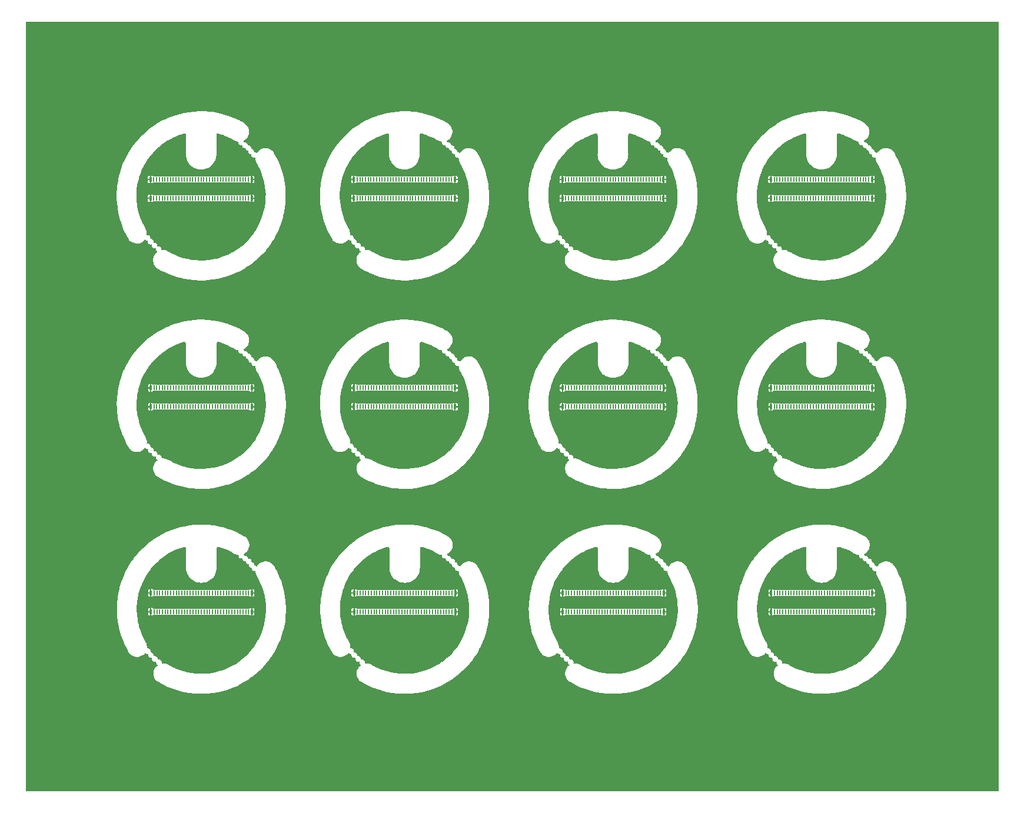
<source format=gbr>
%TF.GenerationSoftware,KiCad,Pcbnew,(6.0.9)*%
%TF.CreationDate,2023-02-17T15:30:31-05:00*%
%TF.ProjectId,eib-64-cap,6569622d-3634-42d6-9361-702e6b696361,A*%
%TF.SameCoordinates,Original*%
%TF.FileFunction,Copper,L1,Top*%
%TF.FilePolarity,Positive*%
%FSLAX46Y46*%
G04 Gerber Fmt 4.6, Leading zero omitted, Abs format (unit mm)*
G04 Created by KiCad (PCBNEW (6.0.9)) date 2023-02-17 15:30:31*
%MOMM*%
%LPD*%
G01*
G04 APERTURE LIST*
%TA.AperFunction,SMDPad,CuDef*%
%ADD10R,0.230000X0.660000*%
%TD*%
%TA.AperFunction,SMDPad,CuDef*%
%ADD11R,0.350000X0.660000*%
%TD*%
G04 APERTURE END LIST*
D10*
%TO.P,J3,1,Pin_1*%
%TO.N,unconnected-(J3-Pad1)*%
X134696750Y-69142742D03*
%TO.P,J3,2,Pin_2*%
%TO.N,unconnected-(J3-Pad2)*%
X134696750Y-66432742D03*
%TO.P,J3,3,Pin_3*%
%TO.N,unconnected-(J3-Pad3)*%
X135096750Y-69142742D03*
%TO.P,J3,4,Pin_4*%
%TO.N,unconnected-(J3-Pad4)*%
X135096750Y-66432742D03*
%TO.P,J3,5,Pin_5*%
%TO.N,unconnected-(J3-Pad5)*%
X135496750Y-69142742D03*
%TO.P,J3,6,Pin_6*%
%TO.N,unconnected-(J3-Pad6)*%
X135496750Y-66432742D03*
%TO.P,J3,7,Pin_7*%
%TO.N,unconnected-(J3-Pad7)*%
X135896750Y-69142742D03*
%TO.P,J3,8,Pin_8*%
%TO.N,unconnected-(J3-Pad8)*%
X135896750Y-66432742D03*
%TO.P,J3,9,Pin_9*%
%TO.N,unconnected-(J3-Pad9)*%
X136296750Y-69142742D03*
%TO.P,J3,10,Pin_10*%
%TO.N,unconnected-(J3-Pad10)*%
X136296750Y-66432742D03*
%TO.P,J3,11,Pin_11*%
%TO.N,unconnected-(J3-Pad11)*%
X136696750Y-69142742D03*
%TO.P,J3,12,Pin_12*%
%TO.N,unconnected-(J3-Pad12)*%
X136696750Y-66432742D03*
%TO.P,J3,13,Pin_13*%
%TO.N,unconnected-(J3-Pad13)*%
X137096750Y-69142742D03*
%TO.P,J3,14,Pin_14*%
%TO.N,unconnected-(J3-Pad14)*%
X137096750Y-66432742D03*
%TO.P,J3,15,Pin_15*%
%TO.N,unconnected-(J3-Pad15)*%
X137496750Y-69142742D03*
%TO.P,J3,16,Pin_16*%
%TO.N,unconnected-(J3-Pad16)*%
X137496750Y-66432742D03*
%TO.P,J3,17,Pin_17*%
%TO.N,unconnected-(J3-Pad17)*%
X137896750Y-69142742D03*
%TO.P,J3,18,Pin_18*%
%TO.N,unconnected-(J3-Pad18)*%
X137896750Y-66432742D03*
%TO.P,J3,19,Pin_19*%
%TO.N,unconnected-(J3-Pad19)*%
X138296750Y-69142742D03*
%TO.P,J3,20,Pin_20*%
%TO.N,unconnected-(J3-Pad20)*%
X138296750Y-66432742D03*
%TO.P,J3,21,Pin_21*%
%TO.N,unconnected-(J3-Pad21)*%
X138696750Y-69142742D03*
%TO.P,J3,22,Pin_22*%
%TO.N,unconnected-(J3-Pad22)*%
X138696750Y-66432742D03*
%TO.P,J3,23,Pin_23*%
%TO.N,unconnected-(J3-Pad23)*%
X139096750Y-69142742D03*
%TO.P,J3,24,Pin_24*%
%TO.N,unconnected-(J3-Pad24)*%
X139096750Y-66432742D03*
%TO.P,J3,25,Pin_25*%
%TO.N,unconnected-(J3-Pad25)*%
X139496750Y-69142742D03*
%TO.P,J3,26,Pin_26*%
%TO.N,unconnected-(J3-Pad26)*%
X139496750Y-66432742D03*
%TO.P,J3,27,Pin_27*%
%TO.N,unconnected-(J3-Pad27)*%
X139896750Y-69142742D03*
%TO.P,J3,28,Pin_28*%
%TO.N,unconnected-(J3-Pad28)*%
X139896750Y-66432742D03*
%TO.P,J3,29,Pin_29*%
%TO.N,unconnected-(J3-Pad29)*%
X140296750Y-69142742D03*
%TO.P,J3,30,Pin_30*%
%TO.N,unconnected-(J3-Pad30)*%
X140296750Y-66432742D03*
%TO.P,J3,31,Pin_31*%
%TO.N,unconnected-(J3-Pad31)*%
X140696750Y-69142742D03*
%TO.P,J3,32,Pin_32*%
%TO.N,unconnected-(J3-Pad32)*%
X140696750Y-66432742D03*
%TO.P,J3,33,Pin_33*%
%TO.N,unconnected-(J3-Pad33)*%
X141096750Y-69142742D03*
%TO.P,J3,34,Pin_34*%
%TO.N,unconnected-(J3-Pad34)*%
X141096750Y-66432742D03*
%TO.P,J3,35,Pin_35*%
%TO.N,unconnected-(J3-Pad35)*%
X141496750Y-69142742D03*
%TO.P,J3,36,Pin_36*%
%TO.N,unconnected-(J3-Pad36)*%
X141496750Y-66432742D03*
%TO.P,J3,37,Pin_37*%
%TO.N,unconnected-(J3-Pad37)*%
X141896750Y-69142742D03*
%TO.P,J3,38,Pin_38*%
%TO.N,unconnected-(J3-Pad38)*%
X141896750Y-66432742D03*
%TO.P,J3,39,Pin_39*%
%TO.N,unconnected-(J3-Pad39)*%
X142296750Y-69142742D03*
%TO.P,J3,40,Pin_40*%
%TO.N,unconnected-(J3-Pad40)*%
X142296750Y-66432742D03*
%TO.P,J3,41,Pin_41*%
%TO.N,unconnected-(J3-Pad41)*%
X142696750Y-69142742D03*
%TO.P,J3,42,Pin_42*%
%TO.N,unconnected-(J3-Pad42)*%
X142696750Y-66432742D03*
%TO.P,J3,43,Pin_43*%
%TO.N,unconnected-(J3-Pad43)*%
X143096750Y-69142742D03*
%TO.P,J3,44,Pin_44*%
%TO.N,unconnected-(J3-Pad44)*%
X143096750Y-66432742D03*
%TO.P,J3,45,Pin_45*%
%TO.N,unconnected-(J3-Pad45)*%
X143496750Y-69142742D03*
%TO.P,J3,46,Pin_46*%
%TO.N,unconnected-(J3-Pad46)*%
X143496750Y-66432742D03*
%TO.P,J3,47,Pin_47*%
%TO.N,unconnected-(J3-Pad47)*%
X143896750Y-69142742D03*
%TO.P,J3,48,Pin_48*%
%TO.N,unconnected-(J3-Pad48)*%
X143896750Y-66432742D03*
%TO.P,J3,49,Pin_49*%
%TO.N,unconnected-(J3-Pad49)*%
X144296750Y-69142742D03*
%TO.P,J3,50,Pin_50*%
%TO.N,unconnected-(J3-Pad50)*%
X144296750Y-66432742D03*
%TO.P,J3,51,Pin_51*%
%TO.N,unconnected-(J3-Pad51)*%
X144696750Y-69142742D03*
%TO.P,J3,52,Pin_52*%
%TO.N,unconnected-(J3-Pad52)*%
X144696750Y-66432742D03*
%TO.P,J3,53,Pin_53*%
%TO.N,unconnected-(J3-Pad53)*%
X145096750Y-69142742D03*
%TO.P,J3,54,Pin_54*%
%TO.N,unconnected-(J3-Pad54)*%
X145096750Y-66432742D03*
%TO.P,J3,55,Pin_55*%
%TO.N,unconnected-(J3-Pad55)*%
X145496750Y-69142742D03*
%TO.P,J3,56,Pin_56*%
%TO.N,unconnected-(J3-Pad56)*%
X145496750Y-66432742D03*
%TO.P,J3,57,Pin_57*%
%TO.N,unconnected-(J3-Pad57)*%
X145896750Y-69142742D03*
%TO.P,J3,58,Pin_58*%
%TO.N,unconnected-(J3-Pad58)*%
X145896750Y-66432742D03*
%TO.P,J3,59,Pin_59*%
%TO.N,unconnected-(J3-Pad59)*%
X146296750Y-69142742D03*
%TO.P,J3,60,Pin_60*%
%TO.N,unconnected-(J3-Pad60)*%
X146296750Y-66432742D03*
%TO.P,J3,61,Pin_61*%
%TO.N,unconnected-(J3-Pad61)*%
X146696750Y-69142742D03*
%TO.P,J3,62,Pin_62*%
%TO.N,unconnected-(J3-Pad62)*%
X146696750Y-66432742D03*
%TO.P,J3,63,Pin_63*%
%TO.N,unconnected-(J3-Pad63)*%
X147096750Y-69142742D03*
%TO.P,J3,64,Pin_64*%
%TO.N,unconnected-(J3-Pad64)*%
X147096750Y-66432742D03*
%TO.P,J3,65,Pin_65*%
%TO.N,unconnected-(J3-Pad65)*%
X147496750Y-69142742D03*
%TO.P,J3,66,Pin_66*%
%TO.N,unconnected-(J3-Pad66)*%
X147496750Y-66432742D03*
%TO.P,J3,67,Pin_67*%
%TO.N,unconnected-(J3-Pad67)*%
X147896750Y-69142742D03*
%TO.P,J3,68,Pin_68*%
%TO.N,unconnected-(J3-Pad68)*%
X147896750Y-66432742D03*
%TO.P,J3,69,Pin_69*%
%TO.N,unconnected-(J3-Pad69)*%
X148296750Y-69142742D03*
%TO.P,J3,70,Pin_70*%
%TO.N,unconnected-(J3-Pad70)*%
X148296750Y-66432742D03*
D11*
%TO.P,J3,MP1,MountPin1*%
%TO.N,GND*%
X134221750Y-69142742D03*
%TO.P,J3,MP2,MountPin2*%
X134221750Y-66432742D03*
%TO.P,J3,MP3,MountPin3*%
X148771750Y-69142742D03*
%TO.P,J3,MP4,MountPin4*%
X148771750Y-66432742D03*
%TD*%
D10*
%TO.P,J1,1,Pin_1*%
%TO.N,unconnected-(J1-Pad1)*%
X75444110Y-69142742D03*
%TO.P,J1,2,Pin_2*%
%TO.N,unconnected-(J1-Pad2)*%
X75444110Y-66432742D03*
%TO.P,J1,3,Pin_3*%
%TO.N,unconnected-(J1-Pad3)*%
X75844110Y-69142742D03*
%TO.P,J1,4,Pin_4*%
%TO.N,unconnected-(J1-Pad4)*%
X75844110Y-66432742D03*
%TO.P,J1,5,Pin_5*%
%TO.N,unconnected-(J1-Pad5)*%
X76244110Y-69142742D03*
%TO.P,J1,6,Pin_6*%
%TO.N,unconnected-(J1-Pad6)*%
X76244110Y-66432742D03*
%TO.P,J1,7,Pin_7*%
%TO.N,unconnected-(J1-Pad7)*%
X76644110Y-69142742D03*
%TO.P,J1,8,Pin_8*%
%TO.N,unconnected-(J1-Pad8)*%
X76644110Y-66432742D03*
%TO.P,J1,9,Pin_9*%
%TO.N,unconnected-(J1-Pad9)*%
X77044110Y-69142742D03*
%TO.P,J1,10,Pin_10*%
%TO.N,unconnected-(J1-Pad10)*%
X77044110Y-66432742D03*
%TO.P,J1,11,Pin_11*%
%TO.N,unconnected-(J1-Pad11)*%
X77444110Y-69142742D03*
%TO.P,J1,12,Pin_12*%
%TO.N,unconnected-(J1-Pad12)*%
X77444110Y-66432742D03*
%TO.P,J1,13,Pin_13*%
%TO.N,unconnected-(J1-Pad13)*%
X77844110Y-69142742D03*
%TO.P,J1,14,Pin_14*%
%TO.N,unconnected-(J1-Pad14)*%
X77844110Y-66432742D03*
%TO.P,J1,15,Pin_15*%
%TO.N,unconnected-(J1-Pad15)*%
X78244110Y-69142742D03*
%TO.P,J1,16,Pin_16*%
%TO.N,unconnected-(J1-Pad16)*%
X78244110Y-66432742D03*
%TO.P,J1,17,Pin_17*%
%TO.N,unconnected-(J1-Pad17)*%
X78644110Y-69142742D03*
%TO.P,J1,18,Pin_18*%
%TO.N,unconnected-(J1-Pad18)*%
X78644110Y-66432742D03*
%TO.P,J1,19,Pin_19*%
%TO.N,unconnected-(J1-Pad19)*%
X79044110Y-69142742D03*
%TO.P,J1,20,Pin_20*%
%TO.N,unconnected-(J1-Pad20)*%
X79044110Y-66432742D03*
%TO.P,J1,21,Pin_21*%
%TO.N,unconnected-(J1-Pad21)*%
X79444110Y-69142742D03*
%TO.P,J1,22,Pin_22*%
%TO.N,unconnected-(J1-Pad22)*%
X79444110Y-66432742D03*
%TO.P,J1,23,Pin_23*%
%TO.N,unconnected-(J1-Pad23)*%
X79844110Y-69142742D03*
%TO.P,J1,24,Pin_24*%
%TO.N,unconnected-(J1-Pad24)*%
X79844110Y-66432742D03*
%TO.P,J1,25,Pin_25*%
%TO.N,unconnected-(J1-Pad25)*%
X80244110Y-69142742D03*
%TO.P,J1,26,Pin_26*%
%TO.N,unconnected-(J1-Pad26)*%
X80244110Y-66432742D03*
%TO.P,J1,27,Pin_27*%
%TO.N,unconnected-(J1-Pad27)*%
X80644110Y-69142742D03*
%TO.P,J1,28,Pin_28*%
%TO.N,unconnected-(J1-Pad28)*%
X80644110Y-66432742D03*
%TO.P,J1,29,Pin_29*%
%TO.N,unconnected-(J1-Pad29)*%
X81044110Y-69142742D03*
%TO.P,J1,30,Pin_30*%
%TO.N,unconnected-(J1-Pad30)*%
X81044110Y-66432742D03*
%TO.P,J1,31,Pin_31*%
%TO.N,unconnected-(J1-Pad31)*%
X81444110Y-69142742D03*
%TO.P,J1,32,Pin_32*%
%TO.N,unconnected-(J1-Pad32)*%
X81444110Y-66432742D03*
%TO.P,J1,33,Pin_33*%
%TO.N,unconnected-(J1-Pad33)*%
X81844110Y-69142742D03*
%TO.P,J1,34,Pin_34*%
%TO.N,unconnected-(J1-Pad34)*%
X81844110Y-66432742D03*
%TO.P,J1,35,Pin_35*%
%TO.N,unconnected-(J1-Pad35)*%
X82244110Y-69142742D03*
%TO.P,J1,36,Pin_36*%
%TO.N,unconnected-(J1-Pad36)*%
X82244110Y-66432742D03*
%TO.P,J1,37,Pin_37*%
%TO.N,unconnected-(J1-Pad37)*%
X82644110Y-69142742D03*
%TO.P,J1,38,Pin_38*%
%TO.N,unconnected-(J1-Pad38)*%
X82644110Y-66432742D03*
%TO.P,J1,39,Pin_39*%
%TO.N,unconnected-(J1-Pad39)*%
X83044110Y-69142742D03*
%TO.P,J1,40,Pin_40*%
%TO.N,unconnected-(J1-Pad40)*%
X83044110Y-66432742D03*
%TO.P,J1,41,Pin_41*%
%TO.N,unconnected-(J1-Pad41)*%
X83444110Y-69142742D03*
%TO.P,J1,42,Pin_42*%
%TO.N,unconnected-(J1-Pad42)*%
X83444110Y-66432742D03*
%TO.P,J1,43,Pin_43*%
%TO.N,unconnected-(J1-Pad43)*%
X83844110Y-69142742D03*
%TO.P,J1,44,Pin_44*%
%TO.N,unconnected-(J1-Pad44)*%
X83844110Y-66432742D03*
%TO.P,J1,45,Pin_45*%
%TO.N,unconnected-(J1-Pad45)*%
X84244110Y-69142742D03*
%TO.P,J1,46,Pin_46*%
%TO.N,unconnected-(J1-Pad46)*%
X84244110Y-66432742D03*
%TO.P,J1,47,Pin_47*%
%TO.N,unconnected-(J1-Pad47)*%
X84644110Y-69142742D03*
%TO.P,J1,48,Pin_48*%
%TO.N,unconnected-(J1-Pad48)*%
X84644110Y-66432742D03*
%TO.P,J1,49,Pin_49*%
%TO.N,unconnected-(J1-Pad49)*%
X85044110Y-69142742D03*
%TO.P,J1,50,Pin_50*%
%TO.N,unconnected-(J1-Pad50)*%
X85044110Y-66432742D03*
%TO.P,J1,51,Pin_51*%
%TO.N,unconnected-(J1-Pad51)*%
X85444110Y-69142742D03*
%TO.P,J1,52,Pin_52*%
%TO.N,unconnected-(J1-Pad52)*%
X85444110Y-66432742D03*
%TO.P,J1,53,Pin_53*%
%TO.N,unconnected-(J1-Pad53)*%
X85844110Y-69142742D03*
%TO.P,J1,54,Pin_54*%
%TO.N,unconnected-(J1-Pad54)*%
X85844110Y-66432742D03*
%TO.P,J1,55,Pin_55*%
%TO.N,unconnected-(J1-Pad55)*%
X86244110Y-69142742D03*
%TO.P,J1,56,Pin_56*%
%TO.N,unconnected-(J1-Pad56)*%
X86244110Y-66432742D03*
%TO.P,J1,57,Pin_57*%
%TO.N,unconnected-(J1-Pad57)*%
X86644110Y-69142742D03*
%TO.P,J1,58,Pin_58*%
%TO.N,unconnected-(J1-Pad58)*%
X86644110Y-66432742D03*
%TO.P,J1,59,Pin_59*%
%TO.N,unconnected-(J1-Pad59)*%
X87044110Y-69142742D03*
%TO.P,J1,60,Pin_60*%
%TO.N,unconnected-(J1-Pad60)*%
X87044110Y-66432742D03*
%TO.P,J1,61,Pin_61*%
%TO.N,unconnected-(J1-Pad61)*%
X87444110Y-69142742D03*
%TO.P,J1,62,Pin_62*%
%TO.N,unconnected-(J1-Pad62)*%
X87444110Y-66432742D03*
%TO.P,J1,63,Pin_63*%
%TO.N,unconnected-(J1-Pad63)*%
X87844110Y-69142742D03*
%TO.P,J1,64,Pin_64*%
%TO.N,unconnected-(J1-Pad64)*%
X87844110Y-66432742D03*
%TO.P,J1,65,Pin_65*%
%TO.N,unconnected-(J1-Pad65)*%
X88244110Y-69142742D03*
%TO.P,J1,66,Pin_66*%
%TO.N,unconnected-(J1-Pad66)*%
X88244110Y-66432742D03*
%TO.P,J1,67,Pin_67*%
%TO.N,unconnected-(J1-Pad67)*%
X88644110Y-69142742D03*
%TO.P,J1,68,Pin_68*%
%TO.N,unconnected-(J1-Pad68)*%
X88644110Y-66432742D03*
%TO.P,J1,69,Pin_69*%
%TO.N,unconnected-(J1-Pad69)*%
X89044110Y-69142742D03*
%TO.P,J1,70,Pin_70*%
%TO.N,unconnected-(J1-Pad70)*%
X89044110Y-66432742D03*
D11*
%TO.P,J1,MP1,MountPin1*%
%TO.N,GND*%
X74969110Y-69142742D03*
%TO.P,J1,MP2,MountPin2*%
X74969110Y-66432742D03*
%TO.P,J1,MP3,MountPin3*%
X89519110Y-69142742D03*
%TO.P,J1,MP4,MountPin4*%
X89519110Y-66432742D03*
%TD*%
D10*
%TO.P,J2,1,Pin_1*%
%TO.N,unconnected-(J2-Pad1)*%
X104696750Y-69142742D03*
%TO.P,J2,2,Pin_2*%
%TO.N,unconnected-(J2-Pad2)*%
X104696750Y-66432742D03*
%TO.P,J2,3,Pin_3*%
%TO.N,unconnected-(J2-Pad3)*%
X105096750Y-69142742D03*
%TO.P,J2,4,Pin_4*%
%TO.N,unconnected-(J2-Pad4)*%
X105096750Y-66432742D03*
%TO.P,J2,5,Pin_5*%
%TO.N,unconnected-(J2-Pad5)*%
X105496750Y-69142742D03*
%TO.P,J2,6,Pin_6*%
%TO.N,unconnected-(J2-Pad6)*%
X105496750Y-66432742D03*
%TO.P,J2,7,Pin_7*%
%TO.N,unconnected-(J2-Pad7)*%
X105896750Y-69142742D03*
%TO.P,J2,8,Pin_8*%
%TO.N,unconnected-(J2-Pad8)*%
X105896750Y-66432742D03*
%TO.P,J2,9,Pin_9*%
%TO.N,unconnected-(J2-Pad9)*%
X106296750Y-69142742D03*
%TO.P,J2,10,Pin_10*%
%TO.N,unconnected-(J2-Pad10)*%
X106296750Y-66432742D03*
%TO.P,J2,11,Pin_11*%
%TO.N,unconnected-(J2-Pad11)*%
X106696750Y-69142742D03*
%TO.P,J2,12,Pin_12*%
%TO.N,unconnected-(J2-Pad12)*%
X106696750Y-66432742D03*
%TO.P,J2,13,Pin_13*%
%TO.N,unconnected-(J2-Pad13)*%
X107096750Y-69142742D03*
%TO.P,J2,14,Pin_14*%
%TO.N,unconnected-(J2-Pad14)*%
X107096750Y-66432742D03*
%TO.P,J2,15,Pin_15*%
%TO.N,unconnected-(J2-Pad15)*%
X107496750Y-69142742D03*
%TO.P,J2,16,Pin_16*%
%TO.N,unconnected-(J2-Pad16)*%
X107496750Y-66432742D03*
%TO.P,J2,17,Pin_17*%
%TO.N,unconnected-(J2-Pad17)*%
X107896750Y-69142742D03*
%TO.P,J2,18,Pin_18*%
%TO.N,unconnected-(J2-Pad18)*%
X107896750Y-66432742D03*
%TO.P,J2,19,Pin_19*%
%TO.N,unconnected-(J2-Pad19)*%
X108296750Y-69142742D03*
%TO.P,J2,20,Pin_20*%
%TO.N,unconnected-(J2-Pad20)*%
X108296750Y-66432742D03*
%TO.P,J2,21,Pin_21*%
%TO.N,unconnected-(J2-Pad21)*%
X108696750Y-69142742D03*
%TO.P,J2,22,Pin_22*%
%TO.N,unconnected-(J2-Pad22)*%
X108696750Y-66432742D03*
%TO.P,J2,23,Pin_23*%
%TO.N,unconnected-(J2-Pad23)*%
X109096750Y-69142742D03*
%TO.P,J2,24,Pin_24*%
%TO.N,unconnected-(J2-Pad24)*%
X109096750Y-66432742D03*
%TO.P,J2,25,Pin_25*%
%TO.N,unconnected-(J2-Pad25)*%
X109496750Y-69142742D03*
%TO.P,J2,26,Pin_26*%
%TO.N,unconnected-(J2-Pad26)*%
X109496750Y-66432742D03*
%TO.P,J2,27,Pin_27*%
%TO.N,unconnected-(J2-Pad27)*%
X109896750Y-69142742D03*
%TO.P,J2,28,Pin_28*%
%TO.N,unconnected-(J2-Pad28)*%
X109896750Y-66432742D03*
%TO.P,J2,29,Pin_29*%
%TO.N,unconnected-(J2-Pad29)*%
X110296750Y-69142742D03*
%TO.P,J2,30,Pin_30*%
%TO.N,unconnected-(J2-Pad30)*%
X110296750Y-66432742D03*
%TO.P,J2,31,Pin_31*%
%TO.N,unconnected-(J2-Pad31)*%
X110696750Y-69142742D03*
%TO.P,J2,32,Pin_32*%
%TO.N,unconnected-(J2-Pad32)*%
X110696750Y-66432742D03*
%TO.P,J2,33,Pin_33*%
%TO.N,unconnected-(J2-Pad33)*%
X111096750Y-69142742D03*
%TO.P,J2,34,Pin_34*%
%TO.N,unconnected-(J2-Pad34)*%
X111096750Y-66432742D03*
%TO.P,J2,35,Pin_35*%
%TO.N,unconnected-(J2-Pad35)*%
X111496750Y-69142742D03*
%TO.P,J2,36,Pin_36*%
%TO.N,unconnected-(J2-Pad36)*%
X111496750Y-66432742D03*
%TO.P,J2,37,Pin_37*%
%TO.N,unconnected-(J2-Pad37)*%
X111896750Y-69142742D03*
%TO.P,J2,38,Pin_38*%
%TO.N,unconnected-(J2-Pad38)*%
X111896750Y-66432742D03*
%TO.P,J2,39,Pin_39*%
%TO.N,unconnected-(J2-Pad39)*%
X112296750Y-69142742D03*
%TO.P,J2,40,Pin_40*%
%TO.N,unconnected-(J2-Pad40)*%
X112296750Y-66432742D03*
%TO.P,J2,41,Pin_41*%
%TO.N,unconnected-(J2-Pad41)*%
X112696750Y-69142742D03*
%TO.P,J2,42,Pin_42*%
%TO.N,unconnected-(J2-Pad42)*%
X112696750Y-66432742D03*
%TO.P,J2,43,Pin_43*%
%TO.N,unconnected-(J2-Pad43)*%
X113096750Y-69142742D03*
%TO.P,J2,44,Pin_44*%
%TO.N,unconnected-(J2-Pad44)*%
X113096750Y-66432742D03*
%TO.P,J2,45,Pin_45*%
%TO.N,unconnected-(J2-Pad45)*%
X113496750Y-69142742D03*
%TO.P,J2,46,Pin_46*%
%TO.N,unconnected-(J2-Pad46)*%
X113496750Y-66432742D03*
%TO.P,J2,47,Pin_47*%
%TO.N,unconnected-(J2-Pad47)*%
X113896750Y-69142742D03*
%TO.P,J2,48,Pin_48*%
%TO.N,unconnected-(J2-Pad48)*%
X113896750Y-66432742D03*
%TO.P,J2,49,Pin_49*%
%TO.N,unconnected-(J2-Pad49)*%
X114296750Y-69142742D03*
%TO.P,J2,50,Pin_50*%
%TO.N,unconnected-(J2-Pad50)*%
X114296750Y-66432742D03*
%TO.P,J2,51,Pin_51*%
%TO.N,unconnected-(J2-Pad51)*%
X114696750Y-69142742D03*
%TO.P,J2,52,Pin_52*%
%TO.N,unconnected-(J2-Pad52)*%
X114696750Y-66432742D03*
%TO.P,J2,53,Pin_53*%
%TO.N,unconnected-(J2-Pad53)*%
X115096750Y-69142742D03*
%TO.P,J2,54,Pin_54*%
%TO.N,unconnected-(J2-Pad54)*%
X115096750Y-66432742D03*
%TO.P,J2,55,Pin_55*%
%TO.N,unconnected-(J2-Pad55)*%
X115496750Y-69142742D03*
%TO.P,J2,56,Pin_56*%
%TO.N,unconnected-(J2-Pad56)*%
X115496750Y-66432742D03*
%TO.P,J2,57,Pin_57*%
%TO.N,unconnected-(J2-Pad57)*%
X115896750Y-69142742D03*
%TO.P,J2,58,Pin_58*%
%TO.N,unconnected-(J2-Pad58)*%
X115896750Y-66432742D03*
%TO.P,J2,59,Pin_59*%
%TO.N,unconnected-(J2-Pad59)*%
X116296750Y-69142742D03*
%TO.P,J2,60,Pin_60*%
%TO.N,unconnected-(J2-Pad60)*%
X116296750Y-66432742D03*
%TO.P,J2,61,Pin_61*%
%TO.N,unconnected-(J2-Pad61)*%
X116696750Y-69142742D03*
%TO.P,J2,62,Pin_62*%
%TO.N,unconnected-(J2-Pad62)*%
X116696750Y-66432742D03*
%TO.P,J2,63,Pin_63*%
%TO.N,unconnected-(J2-Pad63)*%
X117096750Y-69142742D03*
%TO.P,J2,64,Pin_64*%
%TO.N,unconnected-(J2-Pad64)*%
X117096750Y-66432742D03*
%TO.P,J2,65,Pin_65*%
%TO.N,unconnected-(J2-Pad65)*%
X117496750Y-69142742D03*
%TO.P,J2,66,Pin_66*%
%TO.N,unconnected-(J2-Pad66)*%
X117496750Y-66432742D03*
%TO.P,J2,67,Pin_67*%
%TO.N,unconnected-(J2-Pad67)*%
X117896750Y-69142742D03*
%TO.P,J2,68,Pin_68*%
%TO.N,unconnected-(J2-Pad68)*%
X117896750Y-66432742D03*
%TO.P,J2,69,Pin_69*%
%TO.N,unconnected-(J2-Pad69)*%
X118296750Y-69142742D03*
%TO.P,J2,70,Pin_70*%
%TO.N,unconnected-(J2-Pad70)*%
X118296750Y-66432742D03*
D11*
%TO.P,J2,MP1,MountPin1*%
%TO.N,GND*%
X104221750Y-69142742D03*
%TO.P,J2,MP2,MountPin2*%
X104221750Y-66432742D03*
%TO.P,J2,MP3,MountPin3*%
X118771750Y-69142742D03*
%TO.P,J2,MP4,MountPin4*%
X118771750Y-66432742D03*
%TD*%
D10*
%TO.P,J4,1,Pin_1*%
%TO.N,unconnected-(J4-Pad1)*%
X164696750Y-69142742D03*
%TO.P,J4,2,Pin_2*%
%TO.N,unconnected-(J4-Pad2)*%
X164696750Y-66432742D03*
%TO.P,J4,3,Pin_3*%
%TO.N,unconnected-(J4-Pad3)*%
X165096750Y-69142742D03*
%TO.P,J4,4,Pin_4*%
%TO.N,unconnected-(J4-Pad4)*%
X165096750Y-66432742D03*
%TO.P,J4,5,Pin_5*%
%TO.N,unconnected-(J4-Pad5)*%
X165496750Y-69142742D03*
%TO.P,J4,6,Pin_6*%
%TO.N,unconnected-(J4-Pad6)*%
X165496750Y-66432742D03*
%TO.P,J4,7,Pin_7*%
%TO.N,unconnected-(J4-Pad7)*%
X165896750Y-69142742D03*
%TO.P,J4,8,Pin_8*%
%TO.N,unconnected-(J4-Pad8)*%
X165896750Y-66432742D03*
%TO.P,J4,9,Pin_9*%
%TO.N,unconnected-(J4-Pad9)*%
X166296750Y-69142742D03*
%TO.P,J4,10,Pin_10*%
%TO.N,unconnected-(J4-Pad10)*%
X166296750Y-66432742D03*
%TO.P,J4,11,Pin_11*%
%TO.N,unconnected-(J4-Pad11)*%
X166696750Y-69142742D03*
%TO.P,J4,12,Pin_12*%
%TO.N,unconnected-(J4-Pad12)*%
X166696750Y-66432742D03*
%TO.P,J4,13,Pin_13*%
%TO.N,unconnected-(J4-Pad13)*%
X167096750Y-69142742D03*
%TO.P,J4,14,Pin_14*%
%TO.N,unconnected-(J4-Pad14)*%
X167096750Y-66432742D03*
%TO.P,J4,15,Pin_15*%
%TO.N,unconnected-(J4-Pad15)*%
X167496750Y-69142742D03*
%TO.P,J4,16,Pin_16*%
%TO.N,unconnected-(J4-Pad16)*%
X167496750Y-66432742D03*
%TO.P,J4,17,Pin_17*%
%TO.N,unconnected-(J4-Pad17)*%
X167896750Y-69142742D03*
%TO.P,J4,18,Pin_18*%
%TO.N,unconnected-(J4-Pad18)*%
X167896750Y-66432742D03*
%TO.P,J4,19,Pin_19*%
%TO.N,unconnected-(J4-Pad19)*%
X168296750Y-69142742D03*
%TO.P,J4,20,Pin_20*%
%TO.N,unconnected-(J4-Pad20)*%
X168296750Y-66432742D03*
%TO.P,J4,21,Pin_21*%
%TO.N,unconnected-(J4-Pad21)*%
X168696750Y-69142742D03*
%TO.P,J4,22,Pin_22*%
%TO.N,unconnected-(J4-Pad22)*%
X168696750Y-66432742D03*
%TO.P,J4,23,Pin_23*%
%TO.N,unconnected-(J4-Pad23)*%
X169096750Y-69142742D03*
%TO.P,J4,24,Pin_24*%
%TO.N,unconnected-(J4-Pad24)*%
X169096750Y-66432742D03*
%TO.P,J4,25,Pin_25*%
%TO.N,unconnected-(J4-Pad25)*%
X169496750Y-69142742D03*
%TO.P,J4,26,Pin_26*%
%TO.N,unconnected-(J4-Pad26)*%
X169496750Y-66432742D03*
%TO.P,J4,27,Pin_27*%
%TO.N,unconnected-(J4-Pad27)*%
X169896750Y-69142742D03*
%TO.P,J4,28,Pin_28*%
%TO.N,unconnected-(J4-Pad28)*%
X169896750Y-66432742D03*
%TO.P,J4,29,Pin_29*%
%TO.N,unconnected-(J4-Pad29)*%
X170296750Y-69142742D03*
%TO.P,J4,30,Pin_30*%
%TO.N,unconnected-(J4-Pad30)*%
X170296750Y-66432742D03*
%TO.P,J4,31,Pin_31*%
%TO.N,unconnected-(J4-Pad31)*%
X170696750Y-69142742D03*
%TO.P,J4,32,Pin_32*%
%TO.N,unconnected-(J4-Pad32)*%
X170696750Y-66432742D03*
%TO.P,J4,33,Pin_33*%
%TO.N,unconnected-(J4-Pad33)*%
X171096750Y-69142742D03*
%TO.P,J4,34,Pin_34*%
%TO.N,unconnected-(J4-Pad34)*%
X171096750Y-66432742D03*
%TO.P,J4,35,Pin_35*%
%TO.N,unconnected-(J4-Pad35)*%
X171496750Y-69142742D03*
%TO.P,J4,36,Pin_36*%
%TO.N,unconnected-(J4-Pad36)*%
X171496750Y-66432742D03*
%TO.P,J4,37,Pin_37*%
%TO.N,unconnected-(J4-Pad37)*%
X171896750Y-69142742D03*
%TO.P,J4,38,Pin_38*%
%TO.N,unconnected-(J4-Pad38)*%
X171896750Y-66432742D03*
%TO.P,J4,39,Pin_39*%
%TO.N,unconnected-(J4-Pad39)*%
X172296750Y-69142742D03*
%TO.P,J4,40,Pin_40*%
%TO.N,unconnected-(J4-Pad40)*%
X172296750Y-66432742D03*
%TO.P,J4,41,Pin_41*%
%TO.N,unconnected-(J4-Pad41)*%
X172696750Y-69142742D03*
%TO.P,J4,42,Pin_42*%
%TO.N,unconnected-(J4-Pad42)*%
X172696750Y-66432742D03*
%TO.P,J4,43,Pin_43*%
%TO.N,unconnected-(J4-Pad43)*%
X173096750Y-69142742D03*
%TO.P,J4,44,Pin_44*%
%TO.N,unconnected-(J4-Pad44)*%
X173096750Y-66432742D03*
%TO.P,J4,45,Pin_45*%
%TO.N,unconnected-(J4-Pad45)*%
X173496750Y-69142742D03*
%TO.P,J4,46,Pin_46*%
%TO.N,unconnected-(J4-Pad46)*%
X173496750Y-66432742D03*
%TO.P,J4,47,Pin_47*%
%TO.N,unconnected-(J4-Pad47)*%
X173896750Y-69142742D03*
%TO.P,J4,48,Pin_48*%
%TO.N,unconnected-(J4-Pad48)*%
X173896750Y-66432742D03*
%TO.P,J4,49,Pin_49*%
%TO.N,unconnected-(J4-Pad49)*%
X174296750Y-69142742D03*
%TO.P,J4,50,Pin_50*%
%TO.N,unconnected-(J4-Pad50)*%
X174296750Y-66432742D03*
%TO.P,J4,51,Pin_51*%
%TO.N,unconnected-(J4-Pad51)*%
X174696750Y-69142742D03*
%TO.P,J4,52,Pin_52*%
%TO.N,unconnected-(J4-Pad52)*%
X174696750Y-66432742D03*
%TO.P,J4,53,Pin_53*%
%TO.N,unconnected-(J4-Pad53)*%
X175096750Y-69142742D03*
%TO.P,J4,54,Pin_54*%
%TO.N,unconnected-(J4-Pad54)*%
X175096750Y-66432742D03*
%TO.P,J4,55,Pin_55*%
%TO.N,unconnected-(J4-Pad55)*%
X175496750Y-69142742D03*
%TO.P,J4,56,Pin_56*%
%TO.N,unconnected-(J4-Pad56)*%
X175496750Y-66432742D03*
%TO.P,J4,57,Pin_57*%
%TO.N,unconnected-(J4-Pad57)*%
X175896750Y-69142742D03*
%TO.P,J4,58,Pin_58*%
%TO.N,unconnected-(J4-Pad58)*%
X175896750Y-66432742D03*
%TO.P,J4,59,Pin_59*%
%TO.N,unconnected-(J4-Pad59)*%
X176296750Y-69142742D03*
%TO.P,J4,60,Pin_60*%
%TO.N,unconnected-(J4-Pad60)*%
X176296750Y-66432742D03*
%TO.P,J4,61,Pin_61*%
%TO.N,unconnected-(J4-Pad61)*%
X176696750Y-69142742D03*
%TO.P,J4,62,Pin_62*%
%TO.N,unconnected-(J4-Pad62)*%
X176696750Y-66432742D03*
%TO.P,J4,63,Pin_63*%
%TO.N,unconnected-(J4-Pad63)*%
X177096750Y-69142742D03*
%TO.P,J4,64,Pin_64*%
%TO.N,unconnected-(J4-Pad64)*%
X177096750Y-66432742D03*
%TO.P,J4,65,Pin_65*%
%TO.N,unconnected-(J4-Pad65)*%
X177496750Y-69142742D03*
%TO.P,J4,66,Pin_66*%
%TO.N,unconnected-(J4-Pad66)*%
X177496750Y-66432742D03*
%TO.P,J4,67,Pin_67*%
%TO.N,unconnected-(J4-Pad67)*%
X177896750Y-69142742D03*
%TO.P,J4,68,Pin_68*%
%TO.N,unconnected-(J4-Pad68)*%
X177896750Y-66432742D03*
%TO.P,J4,69,Pin_69*%
%TO.N,unconnected-(J4-Pad69)*%
X178296750Y-69142742D03*
%TO.P,J4,70,Pin_70*%
%TO.N,unconnected-(J4-Pad70)*%
X178296750Y-66432742D03*
D11*
%TO.P,J4,MP1,MountPin1*%
%TO.N,GND*%
X164221750Y-69142742D03*
%TO.P,J4,MP2,MountPin2*%
X164221750Y-66432742D03*
%TO.P,J4,MP3,MountPin3*%
X178771750Y-69142742D03*
%TO.P,J4,MP4,MountPin4*%
X178771750Y-66432742D03*
%TD*%
D10*
%TO.P,J9,1,Pin_1*%
%TO.N,unconnected-(J9-Pad1)*%
X75481370Y-128636371D03*
%TO.P,J9,2,Pin_2*%
%TO.N,unconnected-(J9-Pad2)*%
X75481370Y-125926371D03*
%TO.P,J9,3,Pin_3*%
%TO.N,unconnected-(J9-Pad3)*%
X75881370Y-128636371D03*
%TO.P,J9,4,Pin_4*%
%TO.N,unconnected-(J9-Pad4)*%
X75881370Y-125926371D03*
%TO.P,J9,5,Pin_5*%
%TO.N,unconnected-(J9-Pad5)*%
X76281370Y-128636371D03*
%TO.P,J9,6,Pin_6*%
%TO.N,unconnected-(J9-Pad6)*%
X76281370Y-125926371D03*
%TO.P,J9,7,Pin_7*%
%TO.N,unconnected-(J9-Pad7)*%
X76681370Y-128636371D03*
%TO.P,J9,8,Pin_8*%
%TO.N,unconnected-(J9-Pad8)*%
X76681370Y-125926371D03*
%TO.P,J9,9,Pin_9*%
%TO.N,unconnected-(J9-Pad9)*%
X77081370Y-128636371D03*
%TO.P,J9,10,Pin_10*%
%TO.N,unconnected-(J9-Pad10)*%
X77081370Y-125926371D03*
%TO.P,J9,11,Pin_11*%
%TO.N,unconnected-(J9-Pad11)*%
X77481370Y-128636371D03*
%TO.P,J9,12,Pin_12*%
%TO.N,unconnected-(J9-Pad12)*%
X77481370Y-125926371D03*
%TO.P,J9,13,Pin_13*%
%TO.N,unconnected-(J9-Pad13)*%
X77881370Y-128636371D03*
%TO.P,J9,14,Pin_14*%
%TO.N,unconnected-(J9-Pad14)*%
X77881370Y-125926371D03*
%TO.P,J9,15,Pin_15*%
%TO.N,unconnected-(J9-Pad15)*%
X78281370Y-128636371D03*
%TO.P,J9,16,Pin_16*%
%TO.N,unconnected-(J9-Pad16)*%
X78281370Y-125926371D03*
%TO.P,J9,17,Pin_17*%
%TO.N,unconnected-(J9-Pad17)*%
X78681370Y-128636371D03*
%TO.P,J9,18,Pin_18*%
%TO.N,unconnected-(J9-Pad18)*%
X78681370Y-125926371D03*
%TO.P,J9,19,Pin_19*%
%TO.N,unconnected-(J9-Pad19)*%
X79081370Y-128636371D03*
%TO.P,J9,20,Pin_20*%
%TO.N,unconnected-(J9-Pad20)*%
X79081370Y-125926371D03*
%TO.P,J9,21,Pin_21*%
%TO.N,unconnected-(J9-Pad21)*%
X79481370Y-128636371D03*
%TO.P,J9,22,Pin_22*%
%TO.N,unconnected-(J9-Pad22)*%
X79481370Y-125926371D03*
%TO.P,J9,23,Pin_23*%
%TO.N,unconnected-(J9-Pad23)*%
X79881370Y-128636371D03*
%TO.P,J9,24,Pin_24*%
%TO.N,unconnected-(J9-Pad24)*%
X79881370Y-125926371D03*
%TO.P,J9,25,Pin_25*%
%TO.N,unconnected-(J9-Pad25)*%
X80281370Y-128636371D03*
%TO.P,J9,26,Pin_26*%
%TO.N,unconnected-(J9-Pad26)*%
X80281370Y-125926371D03*
%TO.P,J9,27,Pin_27*%
%TO.N,unconnected-(J9-Pad27)*%
X80681370Y-128636371D03*
%TO.P,J9,28,Pin_28*%
%TO.N,unconnected-(J9-Pad28)*%
X80681370Y-125926371D03*
%TO.P,J9,29,Pin_29*%
%TO.N,unconnected-(J9-Pad29)*%
X81081370Y-128636371D03*
%TO.P,J9,30,Pin_30*%
%TO.N,unconnected-(J9-Pad30)*%
X81081370Y-125926371D03*
%TO.P,J9,31,Pin_31*%
%TO.N,unconnected-(J9-Pad31)*%
X81481370Y-128636371D03*
%TO.P,J9,32,Pin_32*%
%TO.N,unconnected-(J9-Pad32)*%
X81481370Y-125926371D03*
%TO.P,J9,33,Pin_33*%
%TO.N,unconnected-(J9-Pad33)*%
X81881370Y-128636371D03*
%TO.P,J9,34,Pin_34*%
%TO.N,unconnected-(J9-Pad34)*%
X81881370Y-125926371D03*
%TO.P,J9,35,Pin_35*%
%TO.N,unconnected-(J9-Pad35)*%
X82281370Y-128636371D03*
%TO.P,J9,36,Pin_36*%
%TO.N,unconnected-(J9-Pad36)*%
X82281370Y-125926371D03*
%TO.P,J9,37,Pin_37*%
%TO.N,unconnected-(J9-Pad37)*%
X82681370Y-128636371D03*
%TO.P,J9,38,Pin_38*%
%TO.N,unconnected-(J9-Pad38)*%
X82681370Y-125926371D03*
%TO.P,J9,39,Pin_39*%
%TO.N,unconnected-(J9-Pad39)*%
X83081370Y-128636371D03*
%TO.P,J9,40,Pin_40*%
%TO.N,unconnected-(J9-Pad40)*%
X83081370Y-125926371D03*
%TO.P,J9,41,Pin_41*%
%TO.N,unconnected-(J9-Pad41)*%
X83481370Y-128636371D03*
%TO.P,J9,42,Pin_42*%
%TO.N,unconnected-(J9-Pad42)*%
X83481370Y-125926371D03*
%TO.P,J9,43,Pin_43*%
%TO.N,unconnected-(J9-Pad43)*%
X83881370Y-128636371D03*
%TO.P,J9,44,Pin_44*%
%TO.N,unconnected-(J9-Pad44)*%
X83881370Y-125926371D03*
%TO.P,J9,45,Pin_45*%
%TO.N,unconnected-(J9-Pad45)*%
X84281370Y-128636371D03*
%TO.P,J9,46,Pin_46*%
%TO.N,unconnected-(J9-Pad46)*%
X84281370Y-125926371D03*
%TO.P,J9,47,Pin_47*%
%TO.N,unconnected-(J9-Pad47)*%
X84681370Y-128636371D03*
%TO.P,J9,48,Pin_48*%
%TO.N,unconnected-(J9-Pad48)*%
X84681370Y-125926371D03*
%TO.P,J9,49,Pin_49*%
%TO.N,unconnected-(J9-Pad49)*%
X85081370Y-128636371D03*
%TO.P,J9,50,Pin_50*%
%TO.N,unconnected-(J9-Pad50)*%
X85081370Y-125926371D03*
%TO.P,J9,51,Pin_51*%
%TO.N,unconnected-(J9-Pad51)*%
X85481370Y-128636371D03*
%TO.P,J9,52,Pin_52*%
%TO.N,unconnected-(J9-Pad52)*%
X85481370Y-125926371D03*
%TO.P,J9,53,Pin_53*%
%TO.N,unconnected-(J9-Pad53)*%
X85881370Y-128636371D03*
%TO.P,J9,54,Pin_54*%
%TO.N,unconnected-(J9-Pad54)*%
X85881370Y-125926371D03*
%TO.P,J9,55,Pin_55*%
%TO.N,unconnected-(J9-Pad55)*%
X86281370Y-128636371D03*
%TO.P,J9,56,Pin_56*%
%TO.N,unconnected-(J9-Pad56)*%
X86281370Y-125926371D03*
%TO.P,J9,57,Pin_57*%
%TO.N,unconnected-(J9-Pad57)*%
X86681370Y-128636371D03*
%TO.P,J9,58,Pin_58*%
%TO.N,unconnected-(J9-Pad58)*%
X86681370Y-125926371D03*
%TO.P,J9,59,Pin_59*%
%TO.N,unconnected-(J9-Pad59)*%
X87081370Y-128636371D03*
%TO.P,J9,60,Pin_60*%
%TO.N,unconnected-(J9-Pad60)*%
X87081370Y-125926371D03*
%TO.P,J9,61,Pin_61*%
%TO.N,unconnected-(J9-Pad61)*%
X87481370Y-128636371D03*
%TO.P,J9,62,Pin_62*%
%TO.N,unconnected-(J9-Pad62)*%
X87481370Y-125926371D03*
%TO.P,J9,63,Pin_63*%
%TO.N,unconnected-(J9-Pad63)*%
X87881370Y-128636371D03*
%TO.P,J9,64,Pin_64*%
%TO.N,unconnected-(J9-Pad64)*%
X87881370Y-125926371D03*
%TO.P,J9,65,Pin_65*%
%TO.N,unconnected-(J9-Pad65)*%
X88281370Y-128636371D03*
%TO.P,J9,66,Pin_66*%
%TO.N,unconnected-(J9-Pad66)*%
X88281370Y-125926371D03*
%TO.P,J9,67,Pin_67*%
%TO.N,unconnected-(J9-Pad67)*%
X88681370Y-128636371D03*
%TO.P,J9,68,Pin_68*%
%TO.N,unconnected-(J9-Pad68)*%
X88681370Y-125926371D03*
%TO.P,J9,69,Pin_69*%
%TO.N,unconnected-(J9-Pad69)*%
X89081370Y-128636371D03*
%TO.P,J9,70,Pin_70*%
%TO.N,unconnected-(J9-Pad70)*%
X89081370Y-125926371D03*
D11*
%TO.P,J9,MP1,MountPin1*%
%TO.N,GND*%
X75006370Y-128636371D03*
%TO.P,J9,MP2,MountPin2*%
X75006370Y-125926371D03*
%TO.P,J9,MP3,MountPin3*%
X89556370Y-128636371D03*
%TO.P,J9,MP4,MountPin4*%
X89556370Y-125926371D03*
%TD*%
D10*
%TO.P,J10,1,Pin_1*%
%TO.N,unconnected-(J10-Pad1)*%
X104734010Y-128636371D03*
%TO.P,J10,2,Pin_2*%
%TO.N,unconnected-(J10-Pad2)*%
X104734010Y-125926371D03*
%TO.P,J10,3,Pin_3*%
%TO.N,unconnected-(J10-Pad3)*%
X105134010Y-128636371D03*
%TO.P,J10,4,Pin_4*%
%TO.N,unconnected-(J10-Pad4)*%
X105134010Y-125926371D03*
%TO.P,J10,5,Pin_5*%
%TO.N,unconnected-(J10-Pad5)*%
X105534010Y-128636371D03*
%TO.P,J10,6,Pin_6*%
%TO.N,unconnected-(J10-Pad6)*%
X105534010Y-125926371D03*
%TO.P,J10,7,Pin_7*%
%TO.N,unconnected-(J10-Pad7)*%
X105934010Y-128636371D03*
%TO.P,J10,8,Pin_8*%
%TO.N,unconnected-(J10-Pad8)*%
X105934010Y-125926371D03*
%TO.P,J10,9,Pin_9*%
%TO.N,unconnected-(J10-Pad9)*%
X106334010Y-128636371D03*
%TO.P,J10,10,Pin_10*%
%TO.N,unconnected-(J10-Pad10)*%
X106334010Y-125926371D03*
%TO.P,J10,11,Pin_11*%
%TO.N,unconnected-(J10-Pad11)*%
X106734010Y-128636371D03*
%TO.P,J10,12,Pin_12*%
%TO.N,unconnected-(J10-Pad12)*%
X106734010Y-125926371D03*
%TO.P,J10,13,Pin_13*%
%TO.N,unconnected-(J10-Pad13)*%
X107134010Y-128636371D03*
%TO.P,J10,14,Pin_14*%
%TO.N,unconnected-(J10-Pad14)*%
X107134010Y-125926371D03*
%TO.P,J10,15,Pin_15*%
%TO.N,unconnected-(J10-Pad15)*%
X107534010Y-128636371D03*
%TO.P,J10,16,Pin_16*%
%TO.N,unconnected-(J10-Pad16)*%
X107534010Y-125926371D03*
%TO.P,J10,17,Pin_17*%
%TO.N,unconnected-(J10-Pad17)*%
X107934010Y-128636371D03*
%TO.P,J10,18,Pin_18*%
%TO.N,unconnected-(J10-Pad18)*%
X107934010Y-125926371D03*
%TO.P,J10,19,Pin_19*%
%TO.N,unconnected-(J10-Pad19)*%
X108334010Y-128636371D03*
%TO.P,J10,20,Pin_20*%
%TO.N,unconnected-(J10-Pad20)*%
X108334010Y-125926371D03*
%TO.P,J10,21,Pin_21*%
%TO.N,unconnected-(J10-Pad21)*%
X108734010Y-128636371D03*
%TO.P,J10,22,Pin_22*%
%TO.N,unconnected-(J10-Pad22)*%
X108734010Y-125926371D03*
%TO.P,J10,23,Pin_23*%
%TO.N,unconnected-(J10-Pad23)*%
X109134010Y-128636371D03*
%TO.P,J10,24,Pin_24*%
%TO.N,unconnected-(J10-Pad24)*%
X109134010Y-125926371D03*
%TO.P,J10,25,Pin_25*%
%TO.N,unconnected-(J10-Pad25)*%
X109534010Y-128636371D03*
%TO.P,J10,26,Pin_26*%
%TO.N,unconnected-(J10-Pad26)*%
X109534010Y-125926371D03*
%TO.P,J10,27,Pin_27*%
%TO.N,unconnected-(J10-Pad27)*%
X109934010Y-128636371D03*
%TO.P,J10,28,Pin_28*%
%TO.N,unconnected-(J10-Pad28)*%
X109934010Y-125926371D03*
%TO.P,J10,29,Pin_29*%
%TO.N,unconnected-(J10-Pad29)*%
X110334010Y-128636371D03*
%TO.P,J10,30,Pin_30*%
%TO.N,unconnected-(J10-Pad30)*%
X110334010Y-125926371D03*
%TO.P,J10,31,Pin_31*%
%TO.N,unconnected-(J10-Pad31)*%
X110734010Y-128636371D03*
%TO.P,J10,32,Pin_32*%
%TO.N,unconnected-(J10-Pad32)*%
X110734010Y-125926371D03*
%TO.P,J10,33,Pin_33*%
%TO.N,unconnected-(J10-Pad33)*%
X111134010Y-128636371D03*
%TO.P,J10,34,Pin_34*%
%TO.N,unconnected-(J10-Pad34)*%
X111134010Y-125926371D03*
%TO.P,J10,35,Pin_35*%
%TO.N,unconnected-(J10-Pad35)*%
X111534010Y-128636371D03*
%TO.P,J10,36,Pin_36*%
%TO.N,unconnected-(J10-Pad36)*%
X111534010Y-125926371D03*
%TO.P,J10,37,Pin_37*%
%TO.N,unconnected-(J10-Pad37)*%
X111934010Y-128636371D03*
%TO.P,J10,38,Pin_38*%
%TO.N,unconnected-(J10-Pad38)*%
X111934010Y-125926371D03*
%TO.P,J10,39,Pin_39*%
%TO.N,unconnected-(J10-Pad39)*%
X112334010Y-128636371D03*
%TO.P,J10,40,Pin_40*%
%TO.N,unconnected-(J10-Pad40)*%
X112334010Y-125926371D03*
%TO.P,J10,41,Pin_41*%
%TO.N,unconnected-(J10-Pad41)*%
X112734010Y-128636371D03*
%TO.P,J10,42,Pin_42*%
%TO.N,unconnected-(J10-Pad42)*%
X112734010Y-125926371D03*
%TO.P,J10,43,Pin_43*%
%TO.N,unconnected-(J10-Pad43)*%
X113134010Y-128636371D03*
%TO.P,J10,44,Pin_44*%
%TO.N,unconnected-(J10-Pad44)*%
X113134010Y-125926371D03*
%TO.P,J10,45,Pin_45*%
%TO.N,unconnected-(J10-Pad45)*%
X113534010Y-128636371D03*
%TO.P,J10,46,Pin_46*%
%TO.N,unconnected-(J10-Pad46)*%
X113534010Y-125926371D03*
%TO.P,J10,47,Pin_47*%
%TO.N,unconnected-(J10-Pad47)*%
X113934010Y-128636371D03*
%TO.P,J10,48,Pin_48*%
%TO.N,unconnected-(J10-Pad48)*%
X113934010Y-125926371D03*
%TO.P,J10,49,Pin_49*%
%TO.N,unconnected-(J10-Pad49)*%
X114334010Y-128636371D03*
%TO.P,J10,50,Pin_50*%
%TO.N,unconnected-(J10-Pad50)*%
X114334010Y-125926371D03*
%TO.P,J10,51,Pin_51*%
%TO.N,unconnected-(J10-Pad51)*%
X114734010Y-128636371D03*
%TO.P,J10,52,Pin_52*%
%TO.N,unconnected-(J10-Pad52)*%
X114734010Y-125926371D03*
%TO.P,J10,53,Pin_53*%
%TO.N,unconnected-(J10-Pad53)*%
X115134010Y-128636371D03*
%TO.P,J10,54,Pin_54*%
%TO.N,unconnected-(J10-Pad54)*%
X115134010Y-125926371D03*
%TO.P,J10,55,Pin_55*%
%TO.N,unconnected-(J10-Pad55)*%
X115534010Y-128636371D03*
%TO.P,J10,56,Pin_56*%
%TO.N,unconnected-(J10-Pad56)*%
X115534010Y-125926371D03*
%TO.P,J10,57,Pin_57*%
%TO.N,unconnected-(J10-Pad57)*%
X115934010Y-128636371D03*
%TO.P,J10,58,Pin_58*%
%TO.N,unconnected-(J10-Pad58)*%
X115934010Y-125926371D03*
%TO.P,J10,59,Pin_59*%
%TO.N,unconnected-(J10-Pad59)*%
X116334010Y-128636371D03*
%TO.P,J10,60,Pin_60*%
%TO.N,unconnected-(J10-Pad60)*%
X116334010Y-125926371D03*
%TO.P,J10,61,Pin_61*%
%TO.N,unconnected-(J10-Pad61)*%
X116734010Y-128636371D03*
%TO.P,J10,62,Pin_62*%
%TO.N,unconnected-(J10-Pad62)*%
X116734010Y-125926371D03*
%TO.P,J10,63,Pin_63*%
%TO.N,unconnected-(J10-Pad63)*%
X117134010Y-128636371D03*
%TO.P,J10,64,Pin_64*%
%TO.N,unconnected-(J10-Pad64)*%
X117134010Y-125926371D03*
%TO.P,J10,65,Pin_65*%
%TO.N,unconnected-(J10-Pad65)*%
X117534010Y-128636371D03*
%TO.P,J10,66,Pin_66*%
%TO.N,unconnected-(J10-Pad66)*%
X117534010Y-125926371D03*
%TO.P,J10,67,Pin_67*%
%TO.N,unconnected-(J10-Pad67)*%
X117934010Y-128636371D03*
%TO.P,J10,68,Pin_68*%
%TO.N,unconnected-(J10-Pad68)*%
X117934010Y-125926371D03*
%TO.P,J10,69,Pin_69*%
%TO.N,unconnected-(J10-Pad69)*%
X118334010Y-128636371D03*
%TO.P,J10,70,Pin_70*%
%TO.N,unconnected-(J10-Pad70)*%
X118334010Y-125926371D03*
D11*
%TO.P,J10,MP1,MountPin1*%
%TO.N,GND*%
X104259010Y-128636371D03*
%TO.P,J10,MP2,MountPin2*%
X104259010Y-125926371D03*
%TO.P,J10,MP3,MountPin3*%
X118809010Y-128636371D03*
%TO.P,J10,MP4,MountPin4*%
X118809010Y-125926371D03*
%TD*%
D10*
%TO.P,J7,1,Pin_1*%
%TO.N,unconnected-(J7-Pad1)*%
X134715380Y-99142742D03*
%TO.P,J7,2,Pin_2*%
%TO.N,unconnected-(J7-Pad2)*%
X134715380Y-96432742D03*
%TO.P,J7,3,Pin_3*%
%TO.N,unconnected-(J7-Pad3)*%
X135115380Y-99142742D03*
%TO.P,J7,4,Pin_4*%
%TO.N,unconnected-(J7-Pad4)*%
X135115380Y-96432742D03*
%TO.P,J7,5,Pin_5*%
%TO.N,unconnected-(J7-Pad5)*%
X135515380Y-99142742D03*
%TO.P,J7,6,Pin_6*%
%TO.N,unconnected-(J7-Pad6)*%
X135515380Y-96432742D03*
%TO.P,J7,7,Pin_7*%
%TO.N,unconnected-(J7-Pad7)*%
X135915380Y-99142742D03*
%TO.P,J7,8,Pin_8*%
%TO.N,unconnected-(J7-Pad8)*%
X135915380Y-96432742D03*
%TO.P,J7,9,Pin_9*%
%TO.N,unconnected-(J7-Pad9)*%
X136315380Y-99142742D03*
%TO.P,J7,10,Pin_10*%
%TO.N,unconnected-(J7-Pad10)*%
X136315380Y-96432742D03*
%TO.P,J7,11,Pin_11*%
%TO.N,unconnected-(J7-Pad11)*%
X136715380Y-99142742D03*
%TO.P,J7,12,Pin_12*%
%TO.N,unconnected-(J7-Pad12)*%
X136715380Y-96432742D03*
%TO.P,J7,13,Pin_13*%
%TO.N,unconnected-(J7-Pad13)*%
X137115380Y-99142742D03*
%TO.P,J7,14,Pin_14*%
%TO.N,unconnected-(J7-Pad14)*%
X137115380Y-96432742D03*
%TO.P,J7,15,Pin_15*%
%TO.N,unconnected-(J7-Pad15)*%
X137515380Y-99142742D03*
%TO.P,J7,16,Pin_16*%
%TO.N,unconnected-(J7-Pad16)*%
X137515380Y-96432742D03*
%TO.P,J7,17,Pin_17*%
%TO.N,unconnected-(J7-Pad17)*%
X137915380Y-99142742D03*
%TO.P,J7,18,Pin_18*%
%TO.N,unconnected-(J7-Pad18)*%
X137915380Y-96432742D03*
%TO.P,J7,19,Pin_19*%
%TO.N,unconnected-(J7-Pad19)*%
X138315380Y-99142742D03*
%TO.P,J7,20,Pin_20*%
%TO.N,unconnected-(J7-Pad20)*%
X138315380Y-96432742D03*
%TO.P,J7,21,Pin_21*%
%TO.N,unconnected-(J7-Pad21)*%
X138715380Y-99142742D03*
%TO.P,J7,22,Pin_22*%
%TO.N,unconnected-(J7-Pad22)*%
X138715380Y-96432742D03*
%TO.P,J7,23,Pin_23*%
%TO.N,unconnected-(J7-Pad23)*%
X139115380Y-99142742D03*
%TO.P,J7,24,Pin_24*%
%TO.N,unconnected-(J7-Pad24)*%
X139115380Y-96432742D03*
%TO.P,J7,25,Pin_25*%
%TO.N,unconnected-(J7-Pad25)*%
X139515380Y-99142742D03*
%TO.P,J7,26,Pin_26*%
%TO.N,unconnected-(J7-Pad26)*%
X139515380Y-96432742D03*
%TO.P,J7,27,Pin_27*%
%TO.N,unconnected-(J7-Pad27)*%
X139915380Y-99142742D03*
%TO.P,J7,28,Pin_28*%
%TO.N,unconnected-(J7-Pad28)*%
X139915380Y-96432742D03*
%TO.P,J7,29,Pin_29*%
%TO.N,unconnected-(J7-Pad29)*%
X140315380Y-99142742D03*
%TO.P,J7,30,Pin_30*%
%TO.N,unconnected-(J7-Pad30)*%
X140315380Y-96432742D03*
%TO.P,J7,31,Pin_31*%
%TO.N,unconnected-(J7-Pad31)*%
X140715380Y-99142742D03*
%TO.P,J7,32,Pin_32*%
%TO.N,unconnected-(J7-Pad32)*%
X140715380Y-96432742D03*
%TO.P,J7,33,Pin_33*%
%TO.N,unconnected-(J7-Pad33)*%
X141115380Y-99142742D03*
%TO.P,J7,34,Pin_34*%
%TO.N,unconnected-(J7-Pad34)*%
X141115380Y-96432742D03*
%TO.P,J7,35,Pin_35*%
%TO.N,unconnected-(J7-Pad35)*%
X141515380Y-99142742D03*
%TO.P,J7,36,Pin_36*%
%TO.N,unconnected-(J7-Pad36)*%
X141515380Y-96432742D03*
%TO.P,J7,37,Pin_37*%
%TO.N,unconnected-(J7-Pad37)*%
X141915380Y-99142742D03*
%TO.P,J7,38,Pin_38*%
%TO.N,unconnected-(J7-Pad38)*%
X141915380Y-96432742D03*
%TO.P,J7,39,Pin_39*%
%TO.N,unconnected-(J7-Pad39)*%
X142315380Y-99142742D03*
%TO.P,J7,40,Pin_40*%
%TO.N,unconnected-(J7-Pad40)*%
X142315380Y-96432742D03*
%TO.P,J7,41,Pin_41*%
%TO.N,unconnected-(J7-Pad41)*%
X142715380Y-99142742D03*
%TO.P,J7,42,Pin_42*%
%TO.N,unconnected-(J7-Pad42)*%
X142715380Y-96432742D03*
%TO.P,J7,43,Pin_43*%
%TO.N,unconnected-(J7-Pad43)*%
X143115380Y-99142742D03*
%TO.P,J7,44,Pin_44*%
%TO.N,unconnected-(J7-Pad44)*%
X143115380Y-96432742D03*
%TO.P,J7,45,Pin_45*%
%TO.N,unconnected-(J7-Pad45)*%
X143515380Y-99142742D03*
%TO.P,J7,46,Pin_46*%
%TO.N,unconnected-(J7-Pad46)*%
X143515380Y-96432742D03*
%TO.P,J7,47,Pin_47*%
%TO.N,unconnected-(J7-Pad47)*%
X143915380Y-99142742D03*
%TO.P,J7,48,Pin_48*%
%TO.N,unconnected-(J7-Pad48)*%
X143915380Y-96432742D03*
%TO.P,J7,49,Pin_49*%
%TO.N,unconnected-(J7-Pad49)*%
X144315380Y-99142742D03*
%TO.P,J7,50,Pin_50*%
%TO.N,unconnected-(J7-Pad50)*%
X144315380Y-96432742D03*
%TO.P,J7,51,Pin_51*%
%TO.N,unconnected-(J7-Pad51)*%
X144715380Y-99142742D03*
%TO.P,J7,52,Pin_52*%
%TO.N,unconnected-(J7-Pad52)*%
X144715380Y-96432742D03*
%TO.P,J7,53,Pin_53*%
%TO.N,unconnected-(J7-Pad53)*%
X145115380Y-99142742D03*
%TO.P,J7,54,Pin_54*%
%TO.N,unconnected-(J7-Pad54)*%
X145115380Y-96432742D03*
%TO.P,J7,55,Pin_55*%
%TO.N,unconnected-(J7-Pad55)*%
X145515380Y-99142742D03*
%TO.P,J7,56,Pin_56*%
%TO.N,unconnected-(J7-Pad56)*%
X145515380Y-96432742D03*
%TO.P,J7,57,Pin_57*%
%TO.N,unconnected-(J7-Pad57)*%
X145915380Y-99142742D03*
%TO.P,J7,58,Pin_58*%
%TO.N,unconnected-(J7-Pad58)*%
X145915380Y-96432742D03*
%TO.P,J7,59,Pin_59*%
%TO.N,unconnected-(J7-Pad59)*%
X146315380Y-99142742D03*
%TO.P,J7,60,Pin_60*%
%TO.N,unconnected-(J7-Pad60)*%
X146315380Y-96432742D03*
%TO.P,J7,61,Pin_61*%
%TO.N,unconnected-(J7-Pad61)*%
X146715380Y-99142742D03*
%TO.P,J7,62,Pin_62*%
%TO.N,unconnected-(J7-Pad62)*%
X146715380Y-96432742D03*
%TO.P,J7,63,Pin_63*%
%TO.N,unconnected-(J7-Pad63)*%
X147115380Y-99142742D03*
%TO.P,J7,64,Pin_64*%
%TO.N,unconnected-(J7-Pad64)*%
X147115380Y-96432742D03*
%TO.P,J7,65,Pin_65*%
%TO.N,unconnected-(J7-Pad65)*%
X147515380Y-99142742D03*
%TO.P,J7,66,Pin_66*%
%TO.N,unconnected-(J7-Pad66)*%
X147515380Y-96432742D03*
%TO.P,J7,67,Pin_67*%
%TO.N,unconnected-(J7-Pad67)*%
X147915380Y-99142742D03*
%TO.P,J7,68,Pin_68*%
%TO.N,unconnected-(J7-Pad68)*%
X147915380Y-96432742D03*
%TO.P,J7,69,Pin_69*%
%TO.N,unconnected-(J7-Pad69)*%
X148315380Y-99142742D03*
%TO.P,J7,70,Pin_70*%
%TO.N,unconnected-(J7-Pad70)*%
X148315380Y-96432742D03*
D11*
%TO.P,J7,MP1,MountPin1*%
%TO.N,GND*%
X134240380Y-99142742D03*
%TO.P,J7,MP2,MountPin2*%
X134240380Y-96432742D03*
%TO.P,J7,MP3,MountPin3*%
X148790380Y-99142742D03*
%TO.P,J7,MP4,MountPin4*%
X148790380Y-96432742D03*
%TD*%
D10*
%TO.P,J11,1,Pin_1*%
%TO.N,unconnected-(J11-Pad1)*%
X134734010Y-128636371D03*
%TO.P,J11,2,Pin_2*%
%TO.N,unconnected-(J11-Pad2)*%
X134734010Y-125926371D03*
%TO.P,J11,3,Pin_3*%
%TO.N,unconnected-(J11-Pad3)*%
X135134010Y-128636371D03*
%TO.P,J11,4,Pin_4*%
%TO.N,unconnected-(J11-Pad4)*%
X135134010Y-125926371D03*
%TO.P,J11,5,Pin_5*%
%TO.N,unconnected-(J11-Pad5)*%
X135534010Y-128636371D03*
%TO.P,J11,6,Pin_6*%
%TO.N,unconnected-(J11-Pad6)*%
X135534010Y-125926371D03*
%TO.P,J11,7,Pin_7*%
%TO.N,unconnected-(J11-Pad7)*%
X135934010Y-128636371D03*
%TO.P,J11,8,Pin_8*%
%TO.N,unconnected-(J11-Pad8)*%
X135934010Y-125926371D03*
%TO.P,J11,9,Pin_9*%
%TO.N,unconnected-(J11-Pad9)*%
X136334010Y-128636371D03*
%TO.P,J11,10,Pin_10*%
%TO.N,unconnected-(J11-Pad10)*%
X136334010Y-125926371D03*
%TO.P,J11,11,Pin_11*%
%TO.N,unconnected-(J11-Pad11)*%
X136734010Y-128636371D03*
%TO.P,J11,12,Pin_12*%
%TO.N,unconnected-(J11-Pad12)*%
X136734010Y-125926371D03*
%TO.P,J11,13,Pin_13*%
%TO.N,unconnected-(J11-Pad13)*%
X137134010Y-128636371D03*
%TO.P,J11,14,Pin_14*%
%TO.N,unconnected-(J11-Pad14)*%
X137134010Y-125926371D03*
%TO.P,J11,15,Pin_15*%
%TO.N,unconnected-(J11-Pad15)*%
X137534010Y-128636371D03*
%TO.P,J11,16,Pin_16*%
%TO.N,unconnected-(J11-Pad16)*%
X137534010Y-125926371D03*
%TO.P,J11,17,Pin_17*%
%TO.N,unconnected-(J11-Pad17)*%
X137934010Y-128636371D03*
%TO.P,J11,18,Pin_18*%
%TO.N,unconnected-(J11-Pad18)*%
X137934010Y-125926371D03*
%TO.P,J11,19,Pin_19*%
%TO.N,unconnected-(J11-Pad19)*%
X138334010Y-128636371D03*
%TO.P,J11,20,Pin_20*%
%TO.N,unconnected-(J11-Pad20)*%
X138334010Y-125926371D03*
%TO.P,J11,21,Pin_21*%
%TO.N,unconnected-(J11-Pad21)*%
X138734010Y-128636371D03*
%TO.P,J11,22,Pin_22*%
%TO.N,unconnected-(J11-Pad22)*%
X138734010Y-125926371D03*
%TO.P,J11,23,Pin_23*%
%TO.N,unconnected-(J11-Pad23)*%
X139134010Y-128636371D03*
%TO.P,J11,24,Pin_24*%
%TO.N,unconnected-(J11-Pad24)*%
X139134010Y-125926371D03*
%TO.P,J11,25,Pin_25*%
%TO.N,unconnected-(J11-Pad25)*%
X139534010Y-128636371D03*
%TO.P,J11,26,Pin_26*%
%TO.N,unconnected-(J11-Pad26)*%
X139534010Y-125926371D03*
%TO.P,J11,27,Pin_27*%
%TO.N,unconnected-(J11-Pad27)*%
X139934010Y-128636371D03*
%TO.P,J11,28,Pin_28*%
%TO.N,unconnected-(J11-Pad28)*%
X139934010Y-125926371D03*
%TO.P,J11,29,Pin_29*%
%TO.N,unconnected-(J11-Pad29)*%
X140334010Y-128636371D03*
%TO.P,J11,30,Pin_30*%
%TO.N,unconnected-(J11-Pad30)*%
X140334010Y-125926371D03*
%TO.P,J11,31,Pin_31*%
%TO.N,unconnected-(J11-Pad31)*%
X140734010Y-128636371D03*
%TO.P,J11,32,Pin_32*%
%TO.N,unconnected-(J11-Pad32)*%
X140734010Y-125926371D03*
%TO.P,J11,33,Pin_33*%
%TO.N,unconnected-(J11-Pad33)*%
X141134010Y-128636371D03*
%TO.P,J11,34,Pin_34*%
%TO.N,unconnected-(J11-Pad34)*%
X141134010Y-125926371D03*
%TO.P,J11,35,Pin_35*%
%TO.N,unconnected-(J11-Pad35)*%
X141534010Y-128636371D03*
%TO.P,J11,36,Pin_36*%
%TO.N,unconnected-(J11-Pad36)*%
X141534010Y-125926371D03*
%TO.P,J11,37,Pin_37*%
%TO.N,unconnected-(J11-Pad37)*%
X141934010Y-128636371D03*
%TO.P,J11,38,Pin_38*%
%TO.N,unconnected-(J11-Pad38)*%
X141934010Y-125926371D03*
%TO.P,J11,39,Pin_39*%
%TO.N,unconnected-(J11-Pad39)*%
X142334010Y-128636371D03*
%TO.P,J11,40,Pin_40*%
%TO.N,unconnected-(J11-Pad40)*%
X142334010Y-125926371D03*
%TO.P,J11,41,Pin_41*%
%TO.N,unconnected-(J11-Pad41)*%
X142734010Y-128636371D03*
%TO.P,J11,42,Pin_42*%
%TO.N,unconnected-(J11-Pad42)*%
X142734010Y-125926371D03*
%TO.P,J11,43,Pin_43*%
%TO.N,unconnected-(J11-Pad43)*%
X143134010Y-128636371D03*
%TO.P,J11,44,Pin_44*%
%TO.N,unconnected-(J11-Pad44)*%
X143134010Y-125926371D03*
%TO.P,J11,45,Pin_45*%
%TO.N,unconnected-(J11-Pad45)*%
X143534010Y-128636371D03*
%TO.P,J11,46,Pin_46*%
%TO.N,unconnected-(J11-Pad46)*%
X143534010Y-125926371D03*
%TO.P,J11,47,Pin_47*%
%TO.N,unconnected-(J11-Pad47)*%
X143934010Y-128636371D03*
%TO.P,J11,48,Pin_48*%
%TO.N,unconnected-(J11-Pad48)*%
X143934010Y-125926371D03*
%TO.P,J11,49,Pin_49*%
%TO.N,unconnected-(J11-Pad49)*%
X144334010Y-128636371D03*
%TO.P,J11,50,Pin_50*%
%TO.N,unconnected-(J11-Pad50)*%
X144334010Y-125926371D03*
%TO.P,J11,51,Pin_51*%
%TO.N,unconnected-(J11-Pad51)*%
X144734010Y-128636371D03*
%TO.P,J11,52,Pin_52*%
%TO.N,unconnected-(J11-Pad52)*%
X144734010Y-125926371D03*
%TO.P,J11,53,Pin_53*%
%TO.N,unconnected-(J11-Pad53)*%
X145134010Y-128636371D03*
%TO.P,J11,54,Pin_54*%
%TO.N,unconnected-(J11-Pad54)*%
X145134010Y-125926371D03*
%TO.P,J11,55,Pin_55*%
%TO.N,unconnected-(J11-Pad55)*%
X145534010Y-128636371D03*
%TO.P,J11,56,Pin_56*%
%TO.N,unconnected-(J11-Pad56)*%
X145534010Y-125926371D03*
%TO.P,J11,57,Pin_57*%
%TO.N,unconnected-(J11-Pad57)*%
X145934010Y-128636371D03*
%TO.P,J11,58,Pin_58*%
%TO.N,unconnected-(J11-Pad58)*%
X145934010Y-125926371D03*
%TO.P,J11,59,Pin_59*%
%TO.N,unconnected-(J11-Pad59)*%
X146334010Y-128636371D03*
%TO.P,J11,60,Pin_60*%
%TO.N,unconnected-(J11-Pad60)*%
X146334010Y-125926371D03*
%TO.P,J11,61,Pin_61*%
%TO.N,unconnected-(J11-Pad61)*%
X146734010Y-128636371D03*
%TO.P,J11,62,Pin_62*%
%TO.N,unconnected-(J11-Pad62)*%
X146734010Y-125926371D03*
%TO.P,J11,63,Pin_63*%
%TO.N,unconnected-(J11-Pad63)*%
X147134010Y-128636371D03*
%TO.P,J11,64,Pin_64*%
%TO.N,unconnected-(J11-Pad64)*%
X147134010Y-125926371D03*
%TO.P,J11,65,Pin_65*%
%TO.N,unconnected-(J11-Pad65)*%
X147534010Y-128636371D03*
%TO.P,J11,66,Pin_66*%
%TO.N,unconnected-(J11-Pad66)*%
X147534010Y-125926371D03*
%TO.P,J11,67,Pin_67*%
%TO.N,unconnected-(J11-Pad67)*%
X147934010Y-128636371D03*
%TO.P,J11,68,Pin_68*%
%TO.N,unconnected-(J11-Pad68)*%
X147934010Y-125926371D03*
%TO.P,J11,69,Pin_69*%
%TO.N,unconnected-(J11-Pad69)*%
X148334010Y-128636371D03*
%TO.P,J11,70,Pin_70*%
%TO.N,unconnected-(J11-Pad70)*%
X148334010Y-125926371D03*
D11*
%TO.P,J11,MP1,MountPin1*%
%TO.N,GND*%
X134259010Y-128636371D03*
%TO.P,J11,MP2,MountPin2*%
X134259010Y-125926371D03*
%TO.P,J11,MP3,MountPin3*%
X148809010Y-128636371D03*
%TO.P,J11,MP4,MountPin4*%
X148809010Y-125926371D03*
%TD*%
D10*
%TO.P,J12,1,Pin_1*%
%TO.N,unconnected-(J12-Pad1)*%
X164734010Y-128636371D03*
%TO.P,J12,2,Pin_2*%
%TO.N,unconnected-(J12-Pad2)*%
X164734010Y-125926371D03*
%TO.P,J12,3,Pin_3*%
%TO.N,unconnected-(J12-Pad3)*%
X165134010Y-128636371D03*
%TO.P,J12,4,Pin_4*%
%TO.N,unconnected-(J12-Pad4)*%
X165134010Y-125926371D03*
%TO.P,J12,5,Pin_5*%
%TO.N,unconnected-(J12-Pad5)*%
X165534010Y-128636371D03*
%TO.P,J12,6,Pin_6*%
%TO.N,unconnected-(J12-Pad6)*%
X165534010Y-125926371D03*
%TO.P,J12,7,Pin_7*%
%TO.N,unconnected-(J12-Pad7)*%
X165934010Y-128636371D03*
%TO.P,J12,8,Pin_8*%
%TO.N,unconnected-(J12-Pad8)*%
X165934010Y-125926371D03*
%TO.P,J12,9,Pin_9*%
%TO.N,unconnected-(J12-Pad9)*%
X166334010Y-128636371D03*
%TO.P,J12,10,Pin_10*%
%TO.N,unconnected-(J12-Pad10)*%
X166334010Y-125926371D03*
%TO.P,J12,11,Pin_11*%
%TO.N,unconnected-(J12-Pad11)*%
X166734010Y-128636371D03*
%TO.P,J12,12,Pin_12*%
%TO.N,unconnected-(J12-Pad12)*%
X166734010Y-125926371D03*
%TO.P,J12,13,Pin_13*%
%TO.N,unconnected-(J12-Pad13)*%
X167134010Y-128636371D03*
%TO.P,J12,14,Pin_14*%
%TO.N,unconnected-(J12-Pad14)*%
X167134010Y-125926371D03*
%TO.P,J12,15,Pin_15*%
%TO.N,unconnected-(J12-Pad15)*%
X167534010Y-128636371D03*
%TO.P,J12,16,Pin_16*%
%TO.N,unconnected-(J12-Pad16)*%
X167534010Y-125926371D03*
%TO.P,J12,17,Pin_17*%
%TO.N,unconnected-(J12-Pad17)*%
X167934010Y-128636371D03*
%TO.P,J12,18,Pin_18*%
%TO.N,unconnected-(J12-Pad18)*%
X167934010Y-125926371D03*
%TO.P,J12,19,Pin_19*%
%TO.N,unconnected-(J12-Pad19)*%
X168334010Y-128636371D03*
%TO.P,J12,20,Pin_20*%
%TO.N,unconnected-(J12-Pad20)*%
X168334010Y-125926371D03*
%TO.P,J12,21,Pin_21*%
%TO.N,unconnected-(J12-Pad21)*%
X168734010Y-128636371D03*
%TO.P,J12,22,Pin_22*%
%TO.N,unconnected-(J12-Pad22)*%
X168734010Y-125926371D03*
%TO.P,J12,23,Pin_23*%
%TO.N,unconnected-(J12-Pad23)*%
X169134010Y-128636371D03*
%TO.P,J12,24,Pin_24*%
%TO.N,unconnected-(J12-Pad24)*%
X169134010Y-125926371D03*
%TO.P,J12,25,Pin_25*%
%TO.N,unconnected-(J12-Pad25)*%
X169534010Y-128636371D03*
%TO.P,J12,26,Pin_26*%
%TO.N,unconnected-(J12-Pad26)*%
X169534010Y-125926371D03*
%TO.P,J12,27,Pin_27*%
%TO.N,unconnected-(J12-Pad27)*%
X169934010Y-128636371D03*
%TO.P,J12,28,Pin_28*%
%TO.N,unconnected-(J12-Pad28)*%
X169934010Y-125926371D03*
%TO.P,J12,29,Pin_29*%
%TO.N,unconnected-(J12-Pad29)*%
X170334010Y-128636371D03*
%TO.P,J12,30,Pin_30*%
%TO.N,unconnected-(J12-Pad30)*%
X170334010Y-125926371D03*
%TO.P,J12,31,Pin_31*%
%TO.N,unconnected-(J12-Pad31)*%
X170734010Y-128636371D03*
%TO.P,J12,32,Pin_32*%
%TO.N,unconnected-(J12-Pad32)*%
X170734010Y-125926371D03*
%TO.P,J12,33,Pin_33*%
%TO.N,unconnected-(J12-Pad33)*%
X171134010Y-128636371D03*
%TO.P,J12,34,Pin_34*%
%TO.N,unconnected-(J12-Pad34)*%
X171134010Y-125926371D03*
%TO.P,J12,35,Pin_35*%
%TO.N,unconnected-(J12-Pad35)*%
X171534010Y-128636371D03*
%TO.P,J12,36,Pin_36*%
%TO.N,unconnected-(J12-Pad36)*%
X171534010Y-125926371D03*
%TO.P,J12,37,Pin_37*%
%TO.N,unconnected-(J12-Pad37)*%
X171934010Y-128636371D03*
%TO.P,J12,38,Pin_38*%
%TO.N,unconnected-(J12-Pad38)*%
X171934010Y-125926371D03*
%TO.P,J12,39,Pin_39*%
%TO.N,unconnected-(J12-Pad39)*%
X172334010Y-128636371D03*
%TO.P,J12,40,Pin_40*%
%TO.N,unconnected-(J12-Pad40)*%
X172334010Y-125926371D03*
%TO.P,J12,41,Pin_41*%
%TO.N,unconnected-(J12-Pad41)*%
X172734010Y-128636371D03*
%TO.P,J12,42,Pin_42*%
%TO.N,unconnected-(J12-Pad42)*%
X172734010Y-125926371D03*
%TO.P,J12,43,Pin_43*%
%TO.N,unconnected-(J12-Pad43)*%
X173134010Y-128636371D03*
%TO.P,J12,44,Pin_44*%
%TO.N,unconnected-(J12-Pad44)*%
X173134010Y-125926371D03*
%TO.P,J12,45,Pin_45*%
%TO.N,unconnected-(J12-Pad45)*%
X173534010Y-128636371D03*
%TO.P,J12,46,Pin_46*%
%TO.N,unconnected-(J12-Pad46)*%
X173534010Y-125926371D03*
%TO.P,J12,47,Pin_47*%
%TO.N,unconnected-(J12-Pad47)*%
X173934010Y-128636371D03*
%TO.P,J12,48,Pin_48*%
%TO.N,unconnected-(J12-Pad48)*%
X173934010Y-125926371D03*
%TO.P,J12,49,Pin_49*%
%TO.N,unconnected-(J12-Pad49)*%
X174334010Y-128636371D03*
%TO.P,J12,50,Pin_50*%
%TO.N,unconnected-(J12-Pad50)*%
X174334010Y-125926371D03*
%TO.P,J12,51,Pin_51*%
%TO.N,unconnected-(J12-Pad51)*%
X174734010Y-128636371D03*
%TO.P,J12,52,Pin_52*%
%TO.N,unconnected-(J12-Pad52)*%
X174734010Y-125926371D03*
%TO.P,J12,53,Pin_53*%
%TO.N,unconnected-(J12-Pad53)*%
X175134010Y-128636371D03*
%TO.P,J12,54,Pin_54*%
%TO.N,unconnected-(J12-Pad54)*%
X175134010Y-125926371D03*
%TO.P,J12,55,Pin_55*%
%TO.N,unconnected-(J12-Pad55)*%
X175534010Y-128636371D03*
%TO.P,J12,56,Pin_56*%
%TO.N,unconnected-(J12-Pad56)*%
X175534010Y-125926371D03*
%TO.P,J12,57,Pin_57*%
%TO.N,unconnected-(J12-Pad57)*%
X175934010Y-128636371D03*
%TO.P,J12,58,Pin_58*%
%TO.N,unconnected-(J12-Pad58)*%
X175934010Y-125926371D03*
%TO.P,J12,59,Pin_59*%
%TO.N,unconnected-(J12-Pad59)*%
X176334010Y-128636371D03*
%TO.P,J12,60,Pin_60*%
%TO.N,unconnected-(J12-Pad60)*%
X176334010Y-125926371D03*
%TO.P,J12,61,Pin_61*%
%TO.N,unconnected-(J12-Pad61)*%
X176734010Y-128636371D03*
%TO.P,J12,62,Pin_62*%
%TO.N,unconnected-(J12-Pad62)*%
X176734010Y-125926371D03*
%TO.P,J12,63,Pin_63*%
%TO.N,unconnected-(J12-Pad63)*%
X177134010Y-128636371D03*
%TO.P,J12,64,Pin_64*%
%TO.N,unconnected-(J12-Pad64)*%
X177134010Y-125926371D03*
%TO.P,J12,65,Pin_65*%
%TO.N,unconnected-(J12-Pad65)*%
X177534010Y-128636371D03*
%TO.P,J12,66,Pin_66*%
%TO.N,unconnected-(J12-Pad66)*%
X177534010Y-125926371D03*
%TO.P,J12,67,Pin_67*%
%TO.N,unconnected-(J12-Pad67)*%
X177934010Y-128636371D03*
%TO.P,J12,68,Pin_68*%
%TO.N,unconnected-(J12-Pad68)*%
X177934010Y-125926371D03*
%TO.P,J12,69,Pin_69*%
%TO.N,unconnected-(J12-Pad69)*%
X178334010Y-128636371D03*
%TO.P,J12,70,Pin_70*%
%TO.N,unconnected-(J12-Pad70)*%
X178334010Y-125926371D03*
D11*
%TO.P,J12,MP1,MountPin1*%
%TO.N,GND*%
X164259010Y-128636371D03*
%TO.P,J12,MP2,MountPin2*%
X164259010Y-125926371D03*
%TO.P,J12,MP3,MountPin3*%
X178809010Y-128636371D03*
%TO.P,J12,MP4,MountPin4*%
X178809010Y-125926371D03*
%TD*%
D10*
%TO.P,J8,1,Pin_1*%
%TO.N,unconnected-(J8-Pad1)*%
X164715380Y-99142742D03*
%TO.P,J8,2,Pin_2*%
%TO.N,unconnected-(J8-Pad2)*%
X164715380Y-96432742D03*
%TO.P,J8,3,Pin_3*%
%TO.N,unconnected-(J8-Pad3)*%
X165115380Y-99142742D03*
%TO.P,J8,4,Pin_4*%
%TO.N,unconnected-(J8-Pad4)*%
X165115380Y-96432742D03*
%TO.P,J8,5,Pin_5*%
%TO.N,unconnected-(J8-Pad5)*%
X165515380Y-99142742D03*
%TO.P,J8,6,Pin_6*%
%TO.N,unconnected-(J8-Pad6)*%
X165515380Y-96432742D03*
%TO.P,J8,7,Pin_7*%
%TO.N,unconnected-(J8-Pad7)*%
X165915380Y-99142742D03*
%TO.P,J8,8,Pin_8*%
%TO.N,unconnected-(J8-Pad8)*%
X165915380Y-96432742D03*
%TO.P,J8,9,Pin_9*%
%TO.N,unconnected-(J8-Pad9)*%
X166315380Y-99142742D03*
%TO.P,J8,10,Pin_10*%
%TO.N,unconnected-(J8-Pad10)*%
X166315380Y-96432742D03*
%TO.P,J8,11,Pin_11*%
%TO.N,unconnected-(J8-Pad11)*%
X166715380Y-99142742D03*
%TO.P,J8,12,Pin_12*%
%TO.N,unconnected-(J8-Pad12)*%
X166715380Y-96432742D03*
%TO.P,J8,13,Pin_13*%
%TO.N,unconnected-(J8-Pad13)*%
X167115380Y-99142742D03*
%TO.P,J8,14,Pin_14*%
%TO.N,unconnected-(J8-Pad14)*%
X167115380Y-96432742D03*
%TO.P,J8,15,Pin_15*%
%TO.N,unconnected-(J8-Pad15)*%
X167515380Y-99142742D03*
%TO.P,J8,16,Pin_16*%
%TO.N,unconnected-(J8-Pad16)*%
X167515380Y-96432742D03*
%TO.P,J8,17,Pin_17*%
%TO.N,unconnected-(J8-Pad17)*%
X167915380Y-99142742D03*
%TO.P,J8,18,Pin_18*%
%TO.N,unconnected-(J8-Pad18)*%
X167915380Y-96432742D03*
%TO.P,J8,19,Pin_19*%
%TO.N,unconnected-(J8-Pad19)*%
X168315380Y-99142742D03*
%TO.P,J8,20,Pin_20*%
%TO.N,unconnected-(J8-Pad20)*%
X168315380Y-96432742D03*
%TO.P,J8,21,Pin_21*%
%TO.N,unconnected-(J8-Pad21)*%
X168715380Y-99142742D03*
%TO.P,J8,22,Pin_22*%
%TO.N,unconnected-(J8-Pad22)*%
X168715380Y-96432742D03*
%TO.P,J8,23,Pin_23*%
%TO.N,unconnected-(J8-Pad23)*%
X169115380Y-99142742D03*
%TO.P,J8,24,Pin_24*%
%TO.N,unconnected-(J8-Pad24)*%
X169115380Y-96432742D03*
%TO.P,J8,25,Pin_25*%
%TO.N,unconnected-(J8-Pad25)*%
X169515380Y-99142742D03*
%TO.P,J8,26,Pin_26*%
%TO.N,unconnected-(J8-Pad26)*%
X169515380Y-96432742D03*
%TO.P,J8,27,Pin_27*%
%TO.N,unconnected-(J8-Pad27)*%
X169915380Y-99142742D03*
%TO.P,J8,28,Pin_28*%
%TO.N,unconnected-(J8-Pad28)*%
X169915380Y-96432742D03*
%TO.P,J8,29,Pin_29*%
%TO.N,unconnected-(J8-Pad29)*%
X170315380Y-99142742D03*
%TO.P,J8,30,Pin_30*%
%TO.N,unconnected-(J8-Pad30)*%
X170315380Y-96432742D03*
%TO.P,J8,31,Pin_31*%
%TO.N,unconnected-(J8-Pad31)*%
X170715380Y-99142742D03*
%TO.P,J8,32,Pin_32*%
%TO.N,unconnected-(J8-Pad32)*%
X170715380Y-96432742D03*
%TO.P,J8,33,Pin_33*%
%TO.N,unconnected-(J8-Pad33)*%
X171115380Y-99142742D03*
%TO.P,J8,34,Pin_34*%
%TO.N,unconnected-(J8-Pad34)*%
X171115380Y-96432742D03*
%TO.P,J8,35,Pin_35*%
%TO.N,unconnected-(J8-Pad35)*%
X171515380Y-99142742D03*
%TO.P,J8,36,Pin_36*%
%TO.N,unconnected-(J8-Pad36)*%
X171515380Y-96432742D03*
%TO.P,J8,37,Pin_37*%
%TO.N,unconnected-(J8-Pad37)*%
X171915380Y-99142742D03*
%TO.P,J8,38,Pin_38*%
%TO.N,unconnected-(J8-Pad38)*%
X171915380Y-96432742D03*
%TO.P,J8,39,Pin_39*%
%TO.N,unconnected-(J8-Pad39)*%
X172315380Y-99142742D03*
%TO.P,J8,40,Pin_40*%
%TO.N,unconnected-(J8-Pad40)*%
X172315380Y-96432742D03*
%TO.P,J8,41,Pin_41*%
%TO.N,unconnected-(J8-Pad41)*%
X172715380Y-99142742D03*
%TO.P,J8,42,Pin_42*%
%TO.N,unconnected-(J8-Pad42)*%
X172715380Y-96432742D03*
%TO.P,J8,43,Pin_43*%
%TO.N,unconnected-(J8-Pad43)*%
X173115380Y-99142742D03*
%TO.P,J8,44,Pin_44*%
%TO.N,unconnected-(J8-Pad44)*%
X173115380Y-96432742D03*
%TO.P,J8,45,Pin_45*%
%TO.N,unconnected-(J8-Pad45)*%
X173515380Y-99142742D03*
%TO.P,J8,46,Pin_46*%
%TO.N,unconnected-(J8-Pad46)*%
X173515380Y-96432742D03*
%TO.P,J8,47,Pin_47*%
%TO.N,unconnected-(J8-Pad47)*%
X173915380Y-99142742D03*
%TO.P,J8,48,Pin_48*%
%TO.N,unconnected-(J8-Pad48)*%
X173915380Y-96432742D03*
%TO.P,J8,49,Pin_49*%
%TO.N,unconnected-(J8-Pad49)*%
X174315380Y-99142742D03*
%TO.P,J8,50,Pin_50*%
%TO.N,unconnected-(J8-Pad50)*%
X174315380Y-96432742D03*
%TO.P,J8,51,Pin_51*%
%TO.N,unconnected-(J8-Pad51)*%
X174715380Y-99142742D03*
%TO.P,J8,52,Pin_52*%
%TO.N,unconnected-(J8-Pad52)*%
X174715380Y-96432742D03*
%TO.P,J8,53,Pin_53*%
%TO.N,unconnected-(J8-Pad53)*%
X175115380Y-99142742D03*
%TO.P,J8,54,Pin_54*%
%TO.N,unconnected-(J8-Pad54)*%
X175115380Y-96432742D03*
%TO.P,J8,55,Pin_55*%
%TO.N,unconnected-(J8-Pad55)*%
X175515380Y-99142742D03*
%TO.P,J8,56,Pin_56*%
%TO.N,unconnected-(J8-Pad56)*%
X175515380Y-96432742D03*
%TO.P,J8,57,Pin_57*%
%TO.N,unconnected-(J8-Pad57)*%
X175915380Y-99142742D03*
%TO.P,J8,58,Pin_58*%
%TO.N,unconnected-(J8-Pad58)*%
X175915380Y-96432742D03*
%TO.P,J8,59,Pin_59*%
%TO.N,unconnected-(J8-Pad59)*%
X176315380Y-99142742D03*
%TO.P,J8,60,Pin_60*%
%TO.N,unconnected-(J8-Pad60)*%
X176315380Y-96432742D03*
%TO.P,J8,61,Pin_61*%
%TO.N,unconnected-(J8-Pad61)*%
X176715380Y-99142742D03*
%TO.P,J8,62,Pin_62*%
%TO.N,unconnected-(J8-Pad62)*%
X176715380Y-96432742D03*
%TO.P,J8,63,Pin_63*%
%TO.N,unconnected-(J8-Pad63)*%
X177115380Y-99142742D03*
%TO.P,J8,64,Pin_64*%
%TO.N,unconnected-(J8-Pad64)*%
X177115380Y-96432742D03*
%TO.P,J8,65,Pin_65*%
%TO.N,unconnected-(J8-Pad65)*%
X177515380Y-99142742D03*
%TO.P,J8,66,Pin_66*%
%TO.N,unconnected-(J8-Pad66)*%
X177515380Y-96432742D03*
%TO.P,J8,67,Pin_67*%
%TO.N,unconnected-(J8-Pad67)*%
X177915380Y-99142742D03*
%TO.P,J8,68,Pin_68*%
%TO.N,unconnected-(J8-Pad68)*%
X177915380Y-96432742D03*
%TO.P,J8,69,Pin_69*%
%TO.N,unconnected-(J8-Pad69)*%
X178315380Y-99142742D03*
%TO.P,J8,70,Pin_70*%
%TO.N,unconnected-(J8-Pad70)*%
X178315380Y-96432742D03*
D11*
%TO.P,J8,MP1,MountPin1*%
%TO.N,GND*%
X164240380Y-99142742D03*
%TO.P,J8,MP2,MountPin2*%
X164240380Y-96432742D03*
%TO.P,J8,MP3,MountPin3*%
X178790380Y-99142742D03*
%TO.P,J8,MP4,MountPin4*%
X178790380Y-96432742D03*
%TD*%
D10*
%TO.P,J5,1,Pin_1*%
%TO.N,unconnected-(J5-Pad1)*%
X75462740Y-99142742D03*
%TO.P,J5,2,Pin_2*%
%TO.N,unconnected-(J5-Pad2)*%
X75462740Y-96432742D03*
%TO.P,J5,3,Pin_3*%
%TO.N,unconnected-(J5-Pad3)*%
X75862740Y-99142742D03*
%TO.P,J5,4,Pin_4*%
%TO.N,unconnected-(J5-Pad4)*%
X75862740Y-96432742D03*
%TO.P,J5,5,Pin_5*%
%TO.N,unconnected-(J5-Pad5)*%
X76262740Y-99142742D03*
%TO.P,J5,6,Pin_6*%
%TO.N,unconnected-(J5-Pad6)*%
X76262740Y-96432742D03*
%TO.P,J5,7,Pin_7*%
%TO.N,unconnected-(J5-Pad7)*%
X76662740Y-99142742D03*
%TO.P,J5,8,Pin_8*%
%TO.N,unconnected-(J5-Pad8)*%
X76662740Y-96432742D03*
%TO.P,J5,9,Pin_9*%
%TO.N,unconnected-(J5-Pad9)*%
X77062740Y-99142742D03*
%TO.P,J5,10,Pin_10*%
%TO.N,unconnected-(J5-Pad10)*%
X77062740Y-96432742D03*
%TO.P,J5,11,Pin_11*%
%TO.N,unconnected-(J5-Pad11)*%
X77462740Y-99142742D03*
%TO.P,J5,12,Pin_12*%
%TO.N,unconnected-(J5-Pad12)*%
X77462740Y-96432742D03*
%TO.P,J5,13,Pin_13*%
%TO.N,unconnected-(J5-Pad13)*%
X77862740Y-99142742D03*
%TO.P,J5,14,Pin_14*%
%TO.N,unconnected-(J5-Pad14)*%
X77862740Y-96432742D03*
%TO.P,J5,15,Pin_15*%
%TO.N,unconnected-(J5-Pad15)*%
X78262740Y-99142742D03*
%TO.P,J5,16,Pin_16*%
%TO.N,unconnected-(J5-Pad16)*%
X78262740Y-96432742D03*
%TO.P,J5,17,Pin_17*%
%TO.N,unconnected-(J5-Pad17)*%
X78662740Y-99142742D03*
%TO.P,J5,18,Pin_18*%
%TO.N,unconnected-(J5-Pad18)*%
X78662740Y-96432742D03*
%TO.P,J5,19,Pin_19*%
%TO.N,unconnected-(J5-Pad19)*%
X79062740Y-99142742D03*
%TO.P,J5,20,Pin_20*%
%TO.N,unconnected-(J5-Pad20)*%
X79062740Y-96432742D03*
%TO.P,J5,21,Pin_21*%
%TO.N,unconnected-(J5-Pad21)*%
X79462740Y-99142742D03*
%TO.P,J5,22,Pin_22*%
%TO.N,unconnected-(J5-Pad22)*%
X79462740Y-96432742D03*
%TO.P,J5,23,Pin_23*%
%TO.N,unconnected-(J5-Pad23)*%
X79862740Y-99142742D03*
%TO.P,J5,24,Pin_24*%
%TO.N,unconnected-(J5-Pad24)*%
X79862740Y-96432742D03*
%TO.P,J5,25,Pin_25*%
%TO.N,unconnected-(J5-Pad25)*%
X80262740Y-99142742D03*
%TO.P,J5,26,Pin_26*%
%TO.N,unconnected-(J5-Pad26)*%
X80262740Y-96432742D03*
%TO.P,J5,27,Pin_27*%
%TO.N,unconnected-(J5-Pad27)*%
X80662740Y-99142742D03*
%TO.P,J5,28,Pin_28*%
%TO.N,unconnected-(J5-Pad28)*%
X80662740Y-96432742D03*
%TO.P,J5,29,Pin_29*%
%TO.N,unconnected-(J5-Pad29)*%
X81062740Y-99142742D03*
%TO.P,J5,30,Pin_30*%
%TO.N,unconnected-(J5-Pad30)*%
X81062740Y-96432742D03*
%TO.P,J5,31,Pin_31*%
%TO.N,unconnected-(J5-Pad31)*%
X81462740Y-99142742D03*
%TO.P,J5,32,Pin_32*%
%TO.N,unconnected-(J5-Pad32)*%
X81462740Y-96432742D03*
%TO.P,J5,33,Pin_33*%
%TO.N,unconnected-(J5-Pad33)*%
X81862740Y-99142742D03*
%TO.P,J5,34,Pin_34*%
%TO.N,unconnected-(J5-Pad34)*%
X81862740Y-96432742D03*
%TO.P,J5,35,Pin_35*%
%TO.N,unconnected-(J5-Pad35)*%
X82262740Y-99142742D03*
%TO.P,J5,36,Pin_36*%
%TO.N,unconnected-(J5-Pad36)*%
X82262740Y-96432742D03*
%TO.P,J5,37,Pin_37*%
%TO.N,unconnected-(J5-Pad37)*%
X82662740Y-99142742D03*
%TO.P,J5,38,Pin_38*%
%TO.N,unconnected-(J5-Pad38)*%
X82662740Y-96432742D03*
%TO.P,J5,39,Pin_39*%
%TO.N,unconnected-(J5-Pad39)*%
X83062740Y-99142742D03*
%TO.P,J5,40,Pin_40*%
%TO.N,unconnected-(J5-Pad40)*%
X83062740Y-96432742D03*
%TO.P,J5,41,Pin_41*%
%TO.N,unconnected-(J5-Pad41)*%
X83462740Y-99142742D03*
%TO.P,J5,42,Pin_42*%
%TO.N,unconnected-(J5-Pad42)*%
X83462740Y-96432742D03*
%TO.P,J5,43,Pin_43*%
%TO.N,unconnected-(J5-Pad43)*%
X83862740Y-99142742D03*
%TO.P,J5,44,Pin_44*%
%TO.N,unconnected-(J5-Pad44)*%
X83862740Y-96432742D03*
%TO.P,J5,45,Pin_45*%
%TO.N,unconnected-(J5-Pad45)*%
X84262740Y-99142742D03*
%TO.P,J5,46,Pin_46*%
%TO.N,unconnected-(J5-Pad46)*%
X84262740Y-96432742D03*
%TO.P,J5,47,Pin_47*%
%TO.N,unconnected-(J5-Pad47)*%
X84662740Y-99142742D03*
%TO.P,J5,48,Pin_48*%
%TO.N,unconnected-(J5-Pad48)*%
X84662740Y-96432742D03*
%TO.P,J5,49,Pin_49*%
%TO.N,unconnected-(J5-Pad49)*%
X85062740Y-99142742D03*
%TO.P,J5,50,Pin_50*%
%TO.N,unconnected-(J5-Pad50)*%
X85062740Y-96432742D03*
%TO.P,J5,51,Pin_51*%
%TO.N,unconnected-(J5-Pad51)*%
X85462740Y-99142742D03*
%TO.P,J5,52,Pin_52*%
%TO.N,unconnected-(J5-Pad52)*%
X85462740Y-96432742D03*
%TO.P,J5,53,Pin_53*%
%TO.N,unconnected-(J5-Pad53)*%
X85862740Y-99142742D03*
%TO.P,J5,54,Pin_54*%
%TO.N,unconnected-(J5-Pad54)*%
X85862740Y-96432742D03*
%TO.P,J5,55,Pin_55*%
%TO.N,unconnected-(J5-Pad55)*%
X86262740Y-99142742D03*
%TO.P,J5,56,Pin_56*%
%TO.N,unconnected-(J5-Pad56)*%
X86262740Y-96432742D03*
%TO.P,J5,57,Pin_57*%
%TO.N,unconnected-(J5-Pad57)*%
X86662740Y-99142742D03*
%TO.P,J5,58,Pin_58*%
%TO.N,unconnected-(J5-Pad58)*%
X86662740Y-96432742D03*
%TO.P,J5,59,Pin_59*%
%TO.N,unconnected-(J5-Pad59)*%
X87062740Y-99142742D03*
%TO.P,J5,60,Pin_60*%
%TO.N,unconnected-(J5-Pad60)*%
X87062740Y-96432742D03*
%TO.P,J5,61,Pin_61*%
%TO.N,unconnected-(J5-Pad61)*%
X87462740Y-99142742D03*
%TO.P,J5,62,Pin_62*%
%TO.N,unconnected-(J5-Pad62)*%
X87462740Y-96432742D03*
%TO.P,J5,63,Pin_63*%
%TO.N,unconnected-(J5-Pad63)*%
X87862740Y-99142742D03*
%TO.P,J5,64,Pin_64*%
%TO.N,unconnected-(J5-Pad64)*%
X87862740Y-96432742D03*
%TO.P,J5,65,Pin_65*%
%TO.N,unconnected-(J5-Pad65)*%
X88262740Y-99142742D03*
%TO.P,J5,66,Pin_66*%
%TO.N,unconnected-(J5-Pad66)*%
X88262740Y-96432742D03*
%TO.P,J5,67,Pin_67*%
%TO.N,unconnected-(J5-Pad67)*%
X88662740Y-99142742D03*
%TO.P,J5,68,Pin_68*%
%TO.N,unconnected-(J5-Pad68)*%
X88662740Y-96432742D03*
%TO.P,J5,69,Pin_69*%
%TO.N,unconnected-(J5-Pad69)*%
X89062740Y-99142742D03*
%TO.P,J5,70,Pin_70*%
%TO.N,unconnected-(J5-Pad70)*%
X89062740Y-96432742D03*
D11*
%TO.P,J5,MP1,MountPin1*%
%TO.N,GND*%
X74987740Y-99142742D03*
%TO.P,J5,MP2,MountPin2*%
X74987740Y-96432742D03*
%TO.P,J5,MP3,MountPin3*%
X89537740Y-99142742D03*
%TO.P,J5,MP4,MountPin4*%
X89537740Y-96432742D03*
%TD*%
D10*
%TO.P,J6,1,Pin_1*%
%TO.N,unconnected-(J6-Pad1)*%
X104715380Y-99142742D03*
%TO.P,J6,2,Pin_2*%
%TO.N,unconnected-(J6-Pad2)*%
X104715380Y-96432742D03*
%TO.P,J6,3,Pin_3*%
%TO.N,unconnected-(J6-Pad3)*%
X105115380Y-99142742D03*
%TO.P,J6,4,Pin_4*%
%TO.N,unconnected-(J6-Pad4)*%
X105115380Y-96432742D03*
%TO.P,J6,5,Pin_5*%
%TO.N,unconnected-(J6-Pad5)*%
X105515380Y-99142742D03*
%TO.P,J6,6,Pin_6*%
%TO.N,unconnected-(J6-Pad6)*%
X105515380Y-96432742D03*
%TO.P,J6,7,Pin_7*%
%TO.N,unconnected-(J6-Pad7)*%
X105915380Y-99142742D03*
%TO.P,J6,8,Pin_8*%
%TO.N,unconnected-(J6-Pad8)*%
X105915380Y-96432742D03*
%TO.P,J6,9,Pin_9*%
%TO.N,unconnected-(J6-Pad9)*%
X106315380Y-99142742D03*
%TO.P,J6,10,Pin_10*%
%TO.N,unconnected-(J6-Pad10)*%
X106315380Y-96432742D03*
%TO.P,J6,11,Pin_11*%
%TO.N,unconnected-(J6-Pad11)*%
X106715380Y-99142742D03*
%TO.P,J6,12,Pin_12*%
%TO.N,unconnected-(J6-Pad12)*%
X106715380Y-96432742D03*
%TO.P,J6,13,Pin_13*%
%TO.N,unconnected-(J6-Pad13)*%
X107115380Y-99142742D03*
%TO.P,J6,14,Pin_14*%
%TO.N,unconnected-(J6-Pad14)*%
X107115380Y-96432742D03*
%TO.P,J6,15,Pin_15*%
%TO.N,unconnected-(J6-Pad15)*%
X107515380Y-99142742D03*
%TO.P,J6,16,Pin_16*%
%TO.N,unconnected-(J6-Pad16)*%
X107515380Y-96432742D03*
%TO.P,J6,17,Pin_17*%
%TO.N,unconnected-(J6-Pad17)*%
X107915380Y-99142742D03*
%TO.P,J6,18,Pin_18*%
%TO.N,unconnected-(J6-Pad18)*%
X107915380Y-96432742D03*
%TO.P,J6,19,Pin_19*%
%TO.N,unconnected-(J6-Pad19)*%
X108315380Y-99142742D03*
%TO.P,J6,20,Pin_20*%
%TO.N,unconnected-(J6-Pad20)*%
X108315380Y-96432742D03*
%TO.P,J6,21,Pin_21*%
%TO.N,unconnected-(J6-Pad21)*%
X108715380Y-99142742D03*
%TO.P,J6,22,Pin_22*%
%TO.N,unconnected-(J6-Pad22)*%
X108715380Y-96432742D03*
%TO.P,J6,23,Pin_23*%
%TO.N,unconnected-(J6-Pad23)*%
X109115380Y-99142742D03*
%TO.P,J6,24,Pin_24*%
%TO.N,unconnected-(J6-Pad24)*%
X109115380Y-96432742D03*
%TO.P,J6,25,Pin_25*%
%TO.N,unconnected-(J6-Pad25)*%
X109515380Y-99142742D03*
%TO.P,J6,26,Pin_26*%
%TO.N,unconnected-(J6-Pad26)*%
X109515380Y-96432742D03*
%TO.P,J6,27,Pin_27*%
%TO.N,unconnected-(J6-Pad27)*%
X109915380Y-99142742D03*
%TO.P,J6,28,Pin_28*%
%TO.N,unconnected-(J6-Pad28)*%
X109915380Y-96432742D03*
%TO.P,J6,29,Pin_29*%
%TO.N,unconnected-(J6-Pad29)*%
X110315380Y-99142742D03*
%TO.P,J6,30,Pin_30*%
%TO.N,unconnected-(J6-Pad30)*%
X110315380Y-96432742D03*
%TO.P,J6,31,Pin_31*%
%TO.N,unconnected-(J6-Pad31)*%
X110715380Y-99142742D03*
%TO.P,J6,32,Pin_32*%
%TO.N,unconnected-(J6-Pad32)*%
X110715380Y-96432742D03*
%TO.P,J6,33,Pin_33*%
%TO.N,unconnected-(J6-Pad33)*%
X111115380Y-99142742D03*
%TO.P,J6,34,Pin_34*%
%TO.N,unconnected-(J6-Pad34)*%
X111115380Y-96432742D03*
%TO.P,J6,35,Pin_35*%
%TO.N,unconnected-(J6-Pad35)*%
X111515380Y-99142742D03*
%TO.P,J6,36,Pin_36*%
%TO.N,unconnected-(J6-Pad36)*%
X111515380Y-96432742D03*
%TO.P,J6,37,Pin_37*%
%TO.N,unconnected-(J6-Pad37)*%
X111915380Y-99142742D03*
%TO.P,J6,38,Pin_38*%
%TO.N,unconnected-(J6-Pad38)*%
X111915380Y-96432742D03*
%TO.P,J6,39,Pin_39*%
%TO.N,unconnected-(J6-Pad39)*%
X112315380Y-99142742D03*
%TO.P,J6,40,Pin_40*%
%TO.N,unconnected-(J6-Pad40)*%
X112315380Y-96432742D03*
%TO.P,J6,41,Pin_41*%
%TO.N,unconnected-(J6-Pad41)*%
X112715380Y-99142742D03*
%TO.P,J6,42,Pin_42*%
%TO.N,unconnected-(J6-Pad42)*%
X112715380Y-96432742D03*
%TO.P,J6,43,Pin_43*%
%TO.N,unconnected-(J6-Pad43)*%
X113115380Y-99142742D03*
%TO.P,J6,44,Pin_44*%
%TO.N,unconnected-(J6-Pad44)*%
X113115380Y-96432742D03*
%TO.P,J6,45,Pin_45*%
%TO.N,unconnected-(J6-Pad45)*%
X113515380Y-99142742D03*
%TO.P,J6,46,Pin_46*%
%TO.N,unconnected-(J6-Pad46)*%
X113515380Y-96432742D03*
%TO.P,J6,47,Pin_47*%
%TO.N,unconnected-(J6-Pad47)*%
X113915380Y-99142742D03*
%TO.P,J6,48,Pin_48*%
%TO.N,unconnected-(J6-Pad48)*%
X113915380Y-96432742D03*
%TO.P,J6,49,Pin_49*%
%TO.N,unconnected-(J6-Pad49)*%
X114315380Y-99142742D03*
%TO.P,J6,50,Pin_50*%
%TO.N,unconnected-(J6-Pad50)*%
X114315380Y-96432742D03*
%TO.P,J6,51,Pin_51*%
%TO.N,unconnected-(J6-Pad51)*%
X114715380Y-99142742D03*
%TO.P,J6,52,Pin_52*%
%TO.N,unconnected-(J6-Pad52)*%
X114715380Y-96432742D03*
%TO.P,J6,53,Pin_53*%
%TO.N,unconnected-(J6-Pad53)*%
X115115380Y-99142742D03*
%TO.P,J6,54,Pin_54*%
%TO.N,unconnected-(J6-Pad54)*%
X115115380Y-96432742D03*
%TO.P,J6,55,Pin_55*%
%TO.N,unconnected-(J6-Pad55)*%
X115515380Y-99142742D03*
%TO.P,J6,56,Pin_56*%
%TO.N,unconnected-(J6-Pad56)*%
X115515380Y-96432742D03*
%TO.P,J6,57,Pin_57*%
%TO.N,unconnected-(J6-Pad57)*%
X115915380Y-99142742D03*
%TO.P,J6,58,Pin_58*%
%TO.N,unconnected-(J6-Pad58)*%
X115915380Y-96432742D03*
%TO.P,J6,59,Pin_59*%
%TO.N,unconnected-(J6-Pad59)*%
X116315380Y-99142742D03*
%TO.P,J6,60,Pin_60*%
%TO.N,unconnected-(J6-Pad60)*%
X116315380Y-96432742D03*
%TO.P,J6,61,Pin_61*%
%TO.N,unconnected-(J6-Pad61)*%
X116715380Y-99142742D03*
%TO.P,J6,62,Pin_62*%
%TO.N,unconnected-(J6-Pad62)*%
X116715380Y-96432742D03*
%TO.P,J6,63,Pin_63*%
%TO.N,unconnected-(J6-Pad63)*%
X117115380Y-99142742D03*
%TO.P,J6,64,Pin_64*%
%TO.N,unconnected-(J6-Pad64)*%
X117115380Y-96432742D03*
%TO.P,J6,65,Pin_65*%
%TO.N,unconnected-(J6-Pad65)*%
X117515380Y-99142742D03*
%TO.P,J6,66,Pin_66*%
%TO.N,unconnected-(J6-Pad66)*%
X117515380Y-96432742D03*
%TO.P,J6,67,Pin_67*%
%TO.N,unconnected-(J6-Pad67)*%
X117915380Y-99142742D03*
%TO.P,J6,68,Pin_68*%
%TO.N,unconnected-(J6-Pad68)*%
X117915380Y-96432742D03*
%TO.P,J6,69,Pin_69*%
%TO.N,unconnected-(J6-Pad69)*%
X118315380Y-99142742D03*
%TO.P,J6,70,Pin_70*%
%TO.N,unconnected-(J6-Pad70)*%
X118315380Y-96432742D03*
D11*
%TO.P,J6,MP1,MountPin1*%
%TO.N,GND*%
X104240380Y-99142742D03*
%TO.P,J6,MP2,MountPin2*%
X104240380Y-96432742D03*
%TO.P,J6,MP3,MountPin3*%
X118790380Y-99142742D03*
%TO.P,J6,MP4,MountPin4*%
X118790380Y-96432742D03*
%TD*%
%TA.AperFunction,Conductor*%
%TO.N,GND*%
G36*
X139135919Y-119305262D02*
G01*
X139147265Y-119307607D01*
X139195796Y-119317638D01*
X139213138Y-119324908D01*
X139263943Y-119358933D01*
X139277270Y-119372204D01*
X139283537Y-119381475D01*
X139311508Y-119422857D01*
X139318855Y-119440174D01*
X139328754Y-119487054D01*
X139328739Y-119498184D01*
X139329455Y-119498175D01*
X139329528Y-119503693D01*
X139328372Y-119509088D01*
X139329670Y-119514450D01*
X139329670Y-119514451D01*
X139332135Y-119524634D01*
X139333510Y-119536162D01*
X139333510Y-122253028D01*
X139332264Y-122264008D01*
X139328354Y-122281012D01*
X139328932Y-122283566D01*
X139329203Y-122287704D01*
X139344543Y-122521739D01*
X139347654Y-122569210D01*
X139403929Y-122852124D01*
X139496651Y-123125273D01*
X139497357Y-123126705D01*
X139497358Y-123126707D01*
X139621025Y-123377478D01*
X139624232Y-123383982D01*
X139625123Y-123385315D01*
X139625125Y-123385319D01*
X139783597Y-123622489D01*
X139784490Y-123623825D01*
X139974683Y-123840698D01*
X139975886Y-123841753D01*
X140151218Y-123995515D01*
X140191556Y-124030891D01*
X140192889Y-124031782D01*
X140192892Y-124031784D01*
X140430062Y-124190256D01*
X140430066Y-124190258D01*
X140431399Y-124191149D01*
X140432836Y-124191857D01*
X140432840Y-124191860D01*
X140688674Y-124318023D01*
X140690108Y-124318730D01*
X140963257Y-124411452D01*
X141246171Y-124467727D01*
X141247765Y-124467831D01*
X141247769Y-124467832D01*
X141532408Y-124486488D01*
X141534010Y-124486593D01*
X141535612Y-124486488D01*
X141820251Y-124467832D01*
X141820255Y-124467831D01*
X141821849Y-124467727D01*
X142104763Y-124411452D01*
X142377912Y-124318730D01*
X142379346Y-124318023D01*
X142635180Y-124191860D01*
X142635184Y-124191857D01*
X142636621Y-124191149D01*
X142637954Y-124190258D01*
X142637958Y-124190256D01*
X142875128Y-124031784D01*
X142875131Y-124031782D01*
X142876464Y-124030891D01*
X142916803Y-123995515D01*
X143092134Y-123841753D01*
X143093337Y-123840698D01*
X143283530Y-123623825D01*
X143284423Y-123622489D01*
X143442895Y-123385319D01*
X143442897Y-123385315D01*
X143443788Y-123383982D01*
X143446996Y-123377478D01*
X143570662Y-123126707D01*
X143570663Y-123126705D01*
X143571369Y-123125273D01*
X143664091Y-122852124D01*
X143720366Y-122569210D01*
X143723396Y-122522979D01*
X143738889Y-122286615D01*
X143739063Y-122284688D01*
X143739665Y-122282089D01*
X143739666Y-122281371D01*
X143735737Y-122264147D01*
X143734510Y-122253249D01*
X143734510Y-119536616D01*
X143735927Y-119524917D01*
X143738320Y-119515185D01*
X143738320Y-119515184D01*
X143739637Y-119509827D01*
X143738500Y-119504428D01*
X143738593Y-119498910D01*
X143739126Y-119498919D01*
X143739120Y-119487276D01*
X143739194Y-119486926D01*
X143748660Y-119441746D01*
X143755888Y-119424555D01*
X143789030Y-119375001D01*
X143802155Y-119361759D01*
X143806963Y-119358481D01*
X143851412Y-119328177D01*
X143868535Y-119320798D01*
X143900576Y-119313786D01*
X143926770Y-119308054D01*
X143945414Y-119307607D01*
X143977041Y-119312954D01*
X143991005Y-119315315D01*
X144001422Y-119319432D01*
X144001661Y-119318797D01*
X144006824Y-119320745D01*
X144011425Y-119323792D01*
X144016893Y-119324543D01*
X144021471Y-119326270D01*
X144026210Y-119327531D01*
X144031096Y-119330103D01*
X144045571Y-119330624D01*
X144045719Y-119330629D01*
X144057813Y-119332597D01*
X144201664Y-119375005D01*
X144421179Y-119439719D01*
X144490611Y-119460188D01*
X144493235Y-119461043D01*
X144545773Y-119479811D01*
X144941447Y-119621159D01*
X144944023Y-119622162D01*
X145294940Y-119770329D01*
X145382482Y-119807291D01*
X145382484Y-119807292D01*
X145384995Y-119808436D01*
X145533723Y-119881372D01*
X145812347Y-120018009D01*
X145814793Y-120019296D01*
X146203774Y-120238082D01*
X146214986Y-120246737D01*
X146221622Y-120253603D01*
X146222224Y-120253994D01*
X146224828Y-120254946D01*
X146225587Y-120255325D01*
X146227867Y-120257520D01*
X146232868Y-120259166D01*
X146233913Y-120259731D01*
X146234880Y-120260313D01*
X146234901Y-120260325D01*
X146235686Y-120260798D01*
X146236693Y-120261231D01*
X146423945Y-120362343D01*
X146565791Y-120411881D01*
X146638244Y-120437185D01*
X146638246Y-120437186D01*
X146640080Y-120437826D01*
X146641996Y-120438168D01*
X146641998Y-120438169D01*
X146863523Y-120477766D01*
X146863530Y-120477767D01*
X146865445Y-120478109D01*
X146865363Y-120478570D01*
X146897019Y-120495453D01*
X146907567Y-120534238D01*
X146906189Y-120542939D01*
X146898518Y-120591371D01*
X146918364Y-120716675D01*
X146975960Y-120829713D01*
X147065668Y-120919421D01*
X147069101Y-120921170D01*
X147069102Y-120921171D01*
X147122187Y-120948219D01*
X147178706Y-120977017D01*
X147182511Y-120977620D01*
X147182512Y-120977620D01*
X147300203Y-120996260D01*
X147304010Y-120996863D01*
X147394764Y-120982489D01*
X147431230Y-120991244D01*
X147450826Y-121023221D01*
X147466994Y-121125304D01*
X147524590Y-121238342D01*
X147614298Y-121328050D01*
X147617731Y-121329799D01*
X147617732Y-121329800D01*
X147670817Y-121356848D01*
X147727336Y-121385646D01*
X147731141Y-121386249D01*
X147731142Y-121386249D01*
X147848833Y-121404889D01*
X147852640Y-121405492D01*
X147856447Y-121404889D01*
X147897287Y-121398421D01*
X147933754Y-121407176D01*
X147953349Y-121439153D01*
X147964027Y-121506568D01*
X147966994Y-121525304D01*
X147968744Y-121528738D01*
X148009944Y-121609597D01*
X148024590Y-121638342D01*
X148114298Y-121728050D01*
X148117731Y-121729799D01*
X148117732Y-121729800D01*
X148170817Y-121756848D01*
X148227336Y-121785646D01*
X148231141Y-121786249D01*
X148231142Y-121786249D01*
X148313487Y-121799291D01*
X148345464Y-121818887D01*
X148354219Y-121855353D01*
X148347148Y-121900000D01*
X148347751Y-121903807D01*
X148364425Y-122009081D01*
X148366994Y-122025304D01*
X148392022Y-122074424D01*
X148417212Y-122123861D01*
X148424590Y-122138342D01*
X148514298Y-122228050D01*
X148517731Y-122229799D01*
X148517732Y-122229800D01*
X148563320Y-122253028D01*
X148627336Y-122285646D01*
X148631141Y-122286249D01*
X148631142Y-122286249D01*
X148731456Y-122302137D01*
X148763433Y-122321733D01*
X148772188Y-122358199D01*
X148768518Y-122381371D01*
X148788364Y-122506675D01*
X148845960Y-122619713D01*
X148935668Y-122709421D01*
X148939101Y-122711170D01*
X148939102Y-122711171D01*
X148992187Y-122738219D01*
X149048706Y-122767017D01*
X149052511Y-122767620D01*
X149052512Y-122767620D01*
X149170203Y-122786260D01*
X149174010Y-122786863D01*
X149293928Y-122767870D01*
X149330393Y-122776625D01*
X149349989Y-122808602D01*
X149350592Y-122816143D01*
X149350923Y-122950973D01*
X149351228Y-122952871D01*
X149351228Y-122952874D01*
X149386368Y-123171705D01*
X149386369Y-123171710D01*
X149386674Y-123173608D01*
X149456744Y-123387930D01*
X149458738Y-123391828D01*
X149552613Y-123575387D01*
X149553617Y-123577841D01*
X149554037Y-123578562D01*
X149555019Y-123580729D01*
X149556343Y-123584954D01*
X149557766Y-123586475D01*
X149558428Y-123588450D01*
X149558803Y-123589062D01*
X149560740Y-123591038D01*
X149566668Y-123597086D01*
X149574735Y-123608001D01*
X149844917Y-124105497D01*
X149846318Y-124108288D01*
X149943364Y-124318023D01*
X150095496Y-124646811D01*
X150096724Y-124649704D01*
X150310876Y-125203106D01*
X150311915Y-125206072D01*
X150490146Y-125772045D01*
X150490986Y-125775041D01*
X150627055Y-126328828D01*
X150632580Y-126351313D01*
X150633231Y-126354388D01*
X150737586Y-126938514D01*
X150738039Y-126941623D01*
X150804737Y-127531235D01*
X150804990Y-127534368D01*
X150833755Y-128127043D01*
X150833807Y-128130185D01*
X150824522Y-128723497D01*
X150824373Y-128726624D01*
X150794398Y-129101468D01*
X150777073Y-129318128D01*
X150776722Y-129321251D01*
X150691606Y-129908485D01*
X150691056Y-129911579D01*
X150599017Y-130347492D01*
X150568469Y-130492170D01*
X150567721Y-130495222D01*
X150408177Y-131066732D01*
X150407236Y-131069730D01*
X150211377Y-131629860D01*
X150210245Y-131632792D01*
X149978888Y-132179203D01*
X149977571Y-132182056D01*
X149711658Y-132712526D01*
X149710160Y-132715289D01*
X149690645Y-132748687D01*
X149426574Y-133200613D01*
X149410795Y-133227616D01*
X149409129Y-133230268D01*
X149149028Y-133616259D01*
X149077536Y-133722353D01*
X149075697Y-133724902D01*
X148713236Y-134194728D01*
X148711254Y-134197133D01*
X148392851Y-134559249D01*
X148319418Y-134642763D01*
X148317268Y-134645055D01*
X147897695Y-135064628D01*
X147895403Y-135066778D01*
X147449773Y-135458614D01*
X147447368Y-135460596D01*
X147146085Y-135693029D01*
X146977542Y-135823056D01*
X146974993Y-135824895D01*
X146917596Y-135863572D01*
X146482909Y-136156488D01*
X146480266Y-136158148D01*
X146226277Y-136306561D01*
X145967929Y-136457520D01*
X145965166Y-136459018D01*
X145434696Y-136724931D01*
X145431843Y-136726248D01*
X144885433Y-136957605D01*
X144882504Y-136958736D01*
X144390009Y-137130945D01*
X144322370Y-137154596D01*
X144319375Y-137155536D01*
X143747858Y-137315082D01*
X143744816Y-137315828D01*
X143441171Y-137379940D01*
X143164220Y-137438416D01*
X143161126Y-137438966D01*
X142573892Y-137524082D01*
X142570769Y-137524433D01*
X142485327Y-137531265D01*
X141979265Y-137571733D01*
X141976151Y-137571881D01*
X141705192Y-137576122D01*
X141382826Y-137581167D01*
X141379684Y-137581115D01*
X140787009Y-137552350D01*
X140783876Y-137552097D01*
X140194263Y-137485399D01*
X140191154Y-137484946D01*
X139607029Y-137380591D01*
X139603961Y-137379941D01*
X139027682Y-137238346D01*
X139024686Y-137237506D01*
X138490731Y-137069358D01*
X138458713Y-137059275D01*
X138455747Y-137058236D01*
X137902344Y-136844084D01*
X137899451Y-136842856D01*
X137360937Y-136593682D01*
X137358129Y-136592272D01*
X136863634Y-136323719D01*
X136851787Y-136314714D01*
X136851784Y-136314711D01*
X136846404Y-136309144D01*
X136845802Y-136308753D01*
X136843199Y-136307801D01*
X136841662Y-136307033D01*
X136840965Y-136306657D01*
X136838214Y-136304066D01*
X136833253Y-136302493D01*
X136831685Y-136301646D01*
X136831665Y-136301620D01*
X136830793Y-136301128D01*
X136829878Y-136300590D01*
X136829187Y-136300297D01*
X136645819Y-136201276D01*
X136645818Y-136201275D01*
X136644104Y-136200350D01*
X136546554Y-136166279D01*
X136429796Y-136125499D01*
X136429794Y-136125498D01*
X136427963Y-136124859D01*
X136202590Y-136084568D01*
X136200640Y-136084533D01*
X136200637Y-136084533D01*
X136104641Y-136082826D01*
X135973681Y-136080496D01*
X135877922Y-136094121D01*
X135841598Y-136084793D01*
X135822509Y-136052512D01*
X135822623Y-136037945D01*
X135838899Y-135935178D01*
X135839502Y-135931371D01*
X135819656Y-135806067D01*
X135762060Y-135693029D01*
X135672352Y-135603321D01*
X135668919Y-135601572D01*
X135668918Y-135601571D01*
X135580804Y-135556675D01*
X135559314Y-135545725D01*
X135555509Y-135545122D01*
X135555508Y-135545122D01*
X135437817Y-135526482D01*
X135434010Y-135525879D01*
X135430203Y-135526482D01*
X135312512Y-135545122D01*
X135312511Y-135545122D01*
X135308706Y-135545725D01*
X135305274Y-135547474D01*
X135305270Y-135547475D01*
X135299410Y-135550461D01*
X135262022Y-135553402D01*
X135233506Y-135529045D01*
X135228769Y-135499136D01*
X135238899Y-135435178D01*
X135239502Y-135431371D01*
X135235951Y-135408953D01*
X135220259Y-135309873D01*
X135220259Y-135309872D01*
X135219656Y-135306067D01*
X135162060Y-135193029D01*
X135072352Y-135103321D01*
X135068919Y-135101572D01*
X135068918Y-135101571D01*
X135015833Y-135074523D01*
X134959314Y-135045725D01*
X134955509Y-135045122D01*
X134955508Y-135045122D01*
X134837817Y-135026482D01*
X134834010Y-135025879D01*
X134728918Y-135042524D01*
X134692453Y-135033769D01*
X134672857Y-135001792D01*
X134672857Y-134986462D01*
X134678183Y-134952839D01*
X134689502Y-134881371D01*
X134680213Y-134822719D01*
X134670259Y-134759873D01*
X134670259Y-134759872D01*
X134669656Y-134756067D01*
X134623874Y-134666215D01*
X134613810Y-134646463D01*
X134613809Y-134646462D01*
X134612060Y-134643029D01*
X134522352Y-134553321D01*
X134518919Y-134551572D01*
X134518918Y-134551571D01*
X134444554Y-134513681D01*
X134409314Y-134495725D01*
X134405509Y-134495122D01*
X134405508Y-134495122D01*
X134287817Y-134476482D01*
X134284010Y-134475879D01*
X134280203Y-134476482D01*
X134276345Y-134476482D01*
X134276345Y-134475040D01*
X134245032Y-134467527D01*
X134225432Y-134435553D01*
X134225431Y-134420216D01*
X134238899Y-134335178D01*
X134239502Y-134331371D01*
X134219656Y-134206067D01*
X134162060Y-134093029D01*
X134072352Y-134003321D01*
X134068919Y-134001572D01*
X134068918Y-134001571D01*
X134015833Y-133974523D01*
X133959314Y-133945725D01*
X133955509Y-133945122D01*
X133955508Y-133945122D01*
X133855344Y-133929258D01*
X133834010Y-133925879D01*
X133812676Y-133929258D01*
X133764829Y-133936836D01*
X133728362Y-133928081D01*
X133708767Y-133896104D01*
X133708827Y-133880404D01*
X133714694Y-133845112D01*
X133714694Y-133845108D01*
X133715014Y-133843185D01*
X133716294Y-133616276D01*
X133681615Y-133392029D01*
X133681012Y-133390161D01*
X133612452Y-133177959D01*
X133612451Y-133177955D01*
X133611853Y-133176106D01*
X133515063Y-132986299D01*
X133514703Y-132985416D01*
X133514680Y-132985377D01*
X133514520Y-132985083D01*
X133514500Y-132985067D01*
X133513989Y-132984191D01*
X133513772Y-132983712D01*
X133513344Y-132982928D01*
X133513191Y-132982627D01*
X133513182Y-132982600D01*
X133513251Y-132982565D01*
X133512993Y-132981997D01*
X133511674Y-132977786D01*
X133510254Y-132976268D01*
X133509593Y-132974296D01*
X133509218Y-132973684D01*
X133501304Y-132965609D01*
X133493251Y-132954720D01*
X133227792Y-132466590D01*
X133226403Y-132463832D01*
X132980704Y-131935189D01*
X132979491Y-131932350D01*
X132767564Y-131389256D01*
X132766533Y-131386346D01*
X132589234Y-130830998D01*
X132588388Y-130828028D01*
X132467729Y-130347492D01*
X132446415Y-130262607D01*
X132445759Y-130259594D01*
X132392981Y-129974391D01*
X132339679Y-129686355D01*
X132339215Y-129683317D01*
X132295571Y-129321251D01*
X132269447Y-129104532D01*
X132269175Y-129101469D01*
X132269175Y-129101468D01*
X132262460Y-128983666D01*
X133884010Y-128983666D01*
X133884478Y-128988423D01*
X133894673Y-129039674D01*
X133898295Y-129048420D01*
X133937138Y-129106552D01*
X133943829Y-129113243D01*
X134001961Y-129152086D01*
X134010707Y-129155708D01*
X134061958Y-129165903D01*
X134066715Y-129166371D01*
X134149263Y-129166371D01*
X134156155Y-129163516D01*
X134159010Y-129156624D01*
X134359010Y-129156624D01*
X134361865Y-129163516D01*
X134368757Y-129166371D01*
X134451305Y-129166371D01*
X134456062Y-129165903D01*
X134507313Y-129155708D01*
X134516059Y-129152086D01*
X134574191Y-129113243D01*
X134580882Y-129106552D01*
X134592845Y-129088648D01*
X134624027Y-129067813D01*
X134633587Y-129066871D01*
X134836568Y-129066870D01*
X134858908Y-129066870D01*
X134888223Y-129061040D01*
X134906788Y-129048636D01*
X134943571Y-129041321D01*
X134961233Y-129048636D01*
X134979797Y-129061040D01*
X134984531Y-129061982D01*
X134984532Y-129061982D01*
X134990560Y-129063181D01*
X135009111Y-129066871D01*
X135011521Y-129066871D01*
X135134165Y-129066870D01*
X135258908Y-129066870D01*
X135288223Y-129061040D01*
X135306788Y-129048636D01*
X135343571Y-129041321D01*
X135361233Y-129048636D01*
X135379797Y-129061040D01*
X135384531Y-129061982D01*
X135384532Y-129061982D01*
X135390560Y-129063181D01*
X135409111Y-129066871D01*
X135411521Y-129066871D01*
X135534165Y-129066870D01*
X135658908Y-129066870D01*
X135688223Y-129061040D01*
X135706788Y-129048636D01*
X135743571Y-129041321D01*
X135761233Y-129048636D01*
X135779797Y-129061040D01*
X135784531Y-129061982D01*
X135784532Y-129061982D01*
X135790560Y-129063181D01*
X135809111Y-129066871D01*
X135811521Y-129066871D01*
X135934165Y-129066870D01*
X136058908Y-129066870D01*
X136088223Y-129061040D01*
X136106788Y-129048636D01*
X136143571Y-129041321D01*
X136161233Y-129048636D01*
X136179797Y-129061040D01*
X136184531Y-129061982D01*
X136184532Y-129061982D01*
X136190560Y-129063181D01*
X136209111Y-129066871D01*
X136211521Y-129066871D01*
X136334165Y-129066870D01*
X136458908Y-129066870D01*
X136488223Y-129061040D01*
X136506788Y-129048636D01*
X136543571Y-129041321D01*
X136561233Y-129048636D01*
X136579797Y-129061040D01*
X136584531Y-129061982D01*
X136584532Y-129061982D01*
X136590560Y-129063181D01*
X136609111Y-129066871D01*
X136611521Y-129066871D01*
X136734165Y-129066870D01*
X136858908Y-129066870D01*
X136888223Y-129061040D01*
X136906788Y-129048636D01*
X136943571Y-129041321D01*
X136961233Y-129048636D01*
X136979797Y-129061040D01*
X136984531Y-129061982D01*
X136984532Y-129061982D01*
X136990560Y-129063181D01*
X137009111Y-129066871D01*
X137011521Y-129066871D01*
X137134165Y-129066870D01*
X137258908Y-129066870D01*
X137288223Y-129061040D01*
X137306788Y-129048636D01*
X137343571Y-129041321D01*
X137361233Y-129048636D01*
X137379797Y-129061040D01*
X137384531Y-129061982D01*
X137384532Y-129061982D01*
X137390560Y-129063181D01*
X137409111Y-129066871D01*
X137411521Y-129066871D01*
X137534165Y-129066870D01*
X137658908Y-129066870D01*
X137688223Y-129061040D01*
X137706788Y-129048636D01*
X137743571Y-129041321D01*
X137761233Y-129048636D01*
X137779797Y-129061040D01*
X137784531Y-129061982D01*
X137784532Y-129061982D01*
X137790560Y-129063181D01*
X137809111Y-129066871D01*
X137811521Y-129066871D01*
X137934165Y-129066870D01*
X138058908Y-129066870D01*
X138088223Y-129061040D01*
X138106788Y-129048636D01*
X138143571Y-129041321D01*
X138161233Y-129048636D01*
X138179797Y-129061040D01*
X138184531Y-129061982D01*
X138184532Y-129061982D01*
X138190560Y-129063181D01*
X138209111Y-129066871D01*
X138211521Y-129066871D01*
X138334165Y-129066870D01*
X138458908Y-129066870D01*
X138488223Y-129061040D01*
X138506788Y-129048636D01*
X138543571Y-129041321D01*
X138561233Y-129048636D01*
X138579797Y-129061040D01*
X138584531Y-129061982D01*
X138584532Y-129061982D01*
X138590560Y-129063181D01*
X138609111Y-129066871D01*
X138611521Y-129066871D01*
X138734165Y-129066870D01*
X138858908Y-129066870D01*
X138888223Y-129061040D01*
X138906788Y-129048636D01*
X138943571Y-129041321D01*
X138961233Y-129048636D01*
X138979797Y-129061040D01*
X138984531Y-129061982D01*
X138984532Y-129061982D01*
X138990560Y-129063181D01*
X139009111Y-129066871D01*
X139011521Y-129066871D01*
X139134165Y-129066870D01*
X139258908Y-129066870D01*
X139288223Y-129061040D01*
X139306788Y-129048636D01*
X139343571Y-129041321D01*
X139361233Y-129048636D01*
X139379797Y-129061040D01*
X139384531Y-129061982D01*
X139384532Y-129061982D01*
X139390560Y-129063181D01*
X139409111Y-129066871D01*
X139411521Y-129066871D01*
X139534165Y-129066870D01*
X139658908Y-129066870D01*
X139688223Y-129061040D01*
X139706788Y-129048636D01*
X139743571Y-129041321D01*
X139761233Y-129048636D01*
X139779797Y-129061040D01*
X139784531Y-129061982D01*
X139784532Y-129061982D01*
X139790560Y-129063181D01*
X139809111Y-129066871D01*
X139811521Y-129066871D01*
X139934165Y-129066870D01*
X140058908Y-129066870D01*
X140088223Y-129061040D01*
X140106788Y-129048636D01*
X140143571Y-129041321D01*
X140161233Y-129048636D01*
X140179797Y-129061040D01*
X140184531Y-129061982D01*
X140184532Y-129061982D01*
X140190560Y-129063181D01*
X140209111Y-129066871D01*
X140211521Y-129066871D01*
X140334165Y-129066870D01*
X140458908Y-129066870D01*
X140488223Y-129061040D01*
X140506788Y-129048636D01*
X140543571Y-129041321D01*
X140561233Y-129048636D01*
X140579797Y-129061040D01*
X140584531Y-129061982D01*
X140584532Y-129061982D01*
X140590560Y-129063181D01*
X140609111Y-129066871D01*
X140611521Y-129066871D01*
X140734165Y-129066870D01*
X140858908Y-129066870D01*
X140888223Y-129061040D01*
X140906788Y-129048636D01*
X140943571Y-129041321D01*
X140961233Y-129048636D01*
X140979797Y-129061040D01*
X140984531Y-129061982D01*
X140984532Y-129061982D01*
X140990560Y-129063181D01*
X141009111Y-129066871D01*
X141011521Y-129066871D01*
X141134165Y-129066870D01*
X141258908Y-129066870D01*
X141288223Y-129061040D01*
X141306788Y-129048636D01*
X141343571Y-129041321D01*
X141361233Y-129048636D01*
X141379797Y-129061040D01*
X141384531Y-129061982D01*
X141384532Y-129061982D01*
X141390560Y-129063181D01*
X141409111Y-129066871D01*
X141411521Y-129066871D01*
X141534165Y-129066870D01*
X141658908Y-129066870D01*
X141688223Y-129061040D01*
X141706788Y-129048636D01*
X141743571Y-129041321D01*
X141761233Y-129048636D01*
X141779797Y-129061040D01*
X141784531Y-129061982D01*
X141784532Y-129061982D01*
X141790560Y-129063181D01*
X141809111Y-129066871D01*
X141811521Y-129066871D01*
X141934165Y-129066870D01*
X142058908Y-129066870D01*
X142088223Y-129061040D01*
X142106788Y-129048636D01*
X142143571Y-129041321D01*
X142161233Y-129048636D01*
X142179797Y-129061040D01*
X142184531Y-129061982D01*
X142184532Y-129061982D01*
X142190560Y-129063181D01*
X142209111Y-129066871D01*
X142211521Y-129066871D01*
X142334165Y-129066870D01*
X142458908Y-129066870D01*
X142488223Y-129061040D01*
X142506788Y-129048636D01*
X142543571Y-129041321D01*
X142561233Y-129048636D01*
X142579797Y-129061040D01*
X142584531Y-129061982D01*
X142584532Y-129061982D01*
X142590560Y-129063181D01*
X142609111Y-129066871D01*
X142611521Y-129066871D01*
X142734165Y-129066870D01*
X142858908Y-129066870D01*
X142888223Y-129061040D01*
X142906788Y-129048636D01*
X142943571Y-129041321D01*
X142961233Y-129048636D01*
X142979797Y-129061040D01*
X142984531Y-129061982D01*
X142984532Y-129061982D01*
X142990560Y-129063181D01*
X143009111Y-129066871D01*
X143011521Y-129066871D01*
X143134165Y-129066870D01*
X143258908Y-129066870D01*
X143288223Y-129061040D01*
X143306788Y-129048636D01*
X143343571Y-129041321D01*
X143361233Y-129048636D01*
X143379797Y-129061040D01*
X143384531Y-129061982D01*
X143384532Y-129061982D01*
X143390560Y-129063181D01*
X143409111Y-129066871D01*
X143411521Y-129066871D01*
X143534165Y-129066870D01*
X143658908Y-129066870D01*
X143688223Y-129061040D01*
X143706788Y-129048636D01*
X143743571Y-129041321D01*
X143761233Y-129048636D01*
X143779797Y-129061040D01*
X143784531Y-129061982D01*
X143784532Y-129061982D01*
X143790560Y-129063181D01*
X143809111Y-129066871D01*
X143811521Y-129066871D01*
X143934165Y-129066870D01*
X144058908Y-129066870D01*
X144088223Y-129061040D01*
X144106788Y-129048636D01*
X144143571Y-129041321D01*
X144161233Y-129048636D01*
X144179797Y-129061040D01*
X144184531Y-129061982D01*
X144184532Y-129061982D01*
X144190560Y-129063181D01*
X144209111Y-129066871D01*
X144211521Y-129066871D01*
X144334165Y-129066870D01*
X144458908Y-129066870D01*
X144488223Y-129061040D01*
X144506788Y-129048636D01*
X144543571Y-129041321D01*
X144561233Y-129048636D01*
X144579797Y-129061040D01*
X144584531Y-129061982D01*
X144584532Y-129061982D01*
X144590560Y-129063181D01*
X144609111Y-129066871D01*
X144611521Y-129066871D01*
X144734165Y-129066870D01*
X144858908Y-129066870D01*
X144888223Y-129061040D01*
X144906788Y-129048636D01*
X144943571Y-129041321D01*
X144961233Y-129048636D01*
X144979797Y-129061040D01*
X144984531Y-129061982D01*
X144984532Y-129061982D01*
X144990560Y-129063181D01*
X145009111Y-129066871D01*
X145011521Y-129066871D01*
X145134165Y-129066870D01*
X145258908Y-129066870D01*
X145288223Y-129061040D01*
X145306788Y-129048636D01*
X145343571Y-129041321D01*
X145361233Y-129048636D01*
X145379797Y-129061040D01*
X145384531Y-129061982D01*
X145384532Y-129061982D01*
X145390560Y-129063181D01*
X145409111Y-129066871D01*
X145411521Y-129066871D01*
X145534165Y-129066870D01*
X145658908Y-129066870D01*
X145688223Y-129061040D01*
X145706788Y-129048636D01*
X145743571Y-129041321D01*
X145761233Y-129048636D01*
X145779797Y-129061040D01*
X145784531Y-129061982D01*
X145784532Y-129061982D01*
X145790560Y-129063181D01*
X145809111Y-129066871D01*
X145811521Y-129066871D01*
X145934165Y-129066870D01*
X146058908Y-129066870D01*
X146088223Y-129061040D01*
X146106788Y-129048636D01*
X146143571Y-129041321D01*
X146161233Y-129048636D01*
X146179797Y-129061040D01*
X146184531Y-129061982D01*
X146184532Y-129061982D01*
X146190560Y-129063181D01*
X146209111Y-129066871D01*
X146211521Y-129066871D01*
X146334165Y-129066870D01*
X146458908Y-129066870D01*
X146488223Y-129061040D01*
X146506788Y-129048636D01*
X146543571Y-129041321D01*
X146561233Y-129048636D01*
X146579797Y-129061040D01*
X146584531Y-129061982D01*
X146584532Y-129061982D01*
X146590560Y-129063181D01*
X146609111Y-129066871D01*
X146611521Y-129066871D01*
X146734165Y-129066870D01*
X146858908Y-129066870D01*
X146888223Y-129061040D01*
X146906788Y-129048636D01*
X146943571Y-129041321D01*
X146961233Y-129048636D01*
X146979797Y-129061040D01*
X146984531Y-129061982D01*
X146984532Y-129061982D01*
X146990560Y-129063181D01*
X147009111Y-129066871D01*
X147011521Y-129066871D01*
X147134165Y-129066870D01*
X147258908Y-129066870D01*
X147288223Y-129061040D01*
X147306788Y-129048636D01*
X147343571Y-129041321D01*
X147361233Y-129048636D01*
X147379797Y-129061040D01*
X147384531Y-129061982D01*
X147384532Y-129061982D01*
X147390560Y-129063181D01*
X147409111Y-129066871D01*
X147411521Y-129066871D01*
X147534165Y-129066870D01*
X147658908Y-129066870D01*
X147688223Y-129061040D01*
X147706788Y-129048636D01*
X147743571Y-129041321D01*
X147761233Y-129048636D01*
X147779797Y-129061040D01*
X147784531Y-129061982D01*
X147784532Y-129061982D01*
X147790560Y-129063181D01*
X147809111Y-129066871D01*
X147811521Y-129066871D01*
X147934165Y-129066870D01*
X148058908Y-129066870D01*
X148088223Y-129061040D01*
X148106788Y-129048636D01*
X148143571Y-129041321D01*
X148161233Y-129048636D01*
X148179797Y-129061040D01*
X148184531Y-129061982D01*
X148184532Y-129061982D01*
X148190560Y-129063181D01*
X148209111Y-129066871D01*
X148231502Y-129066871D01*
X148434432Y-129066870D01*
X148469080Y-129081222D01*
X148475174Y-129088647D01*
X148487138Y-129106552D01*
X148493829Y-129113243D01*
X148551961Y-129152086D01*
X148560707Y-129155708D01*
X148611958Y-129165903D01*
X148616715Y-129166371D01*
X148699263Y-129166371D01*
X148706155Y-129163516D01*
X148709010Y-129156624D01*
X148909010Y-129156624D01*
X148911865Y-129163516D01*
X148918757Y-129166371D01*
X149001305Y-129166371D01*
X149006062Y-129165903D01*
X149057313Y-129155708D01*
X149066059Y-129152086D01*
X149124191Y-129113243D01*
X149130882Y-129106552D01*
X149169725Y-129048420D01*
X149173347Y-129039674D01*
X149183542Y-128988423D01*
X149184010Y-128983666D01*
X149184010Y-128746118D01*
X149181155Y-128739226D01*
X149174263Y-128736371D01*
X148918757Y-128736371D01*
X148911865Y-128739226D01*
X148909010Y-128746118D01*
X148909010Y-129156624D01*
X148709010Y-129156624D01*
X148709010Y-128526624D01*
X148909010Y-128526624D01*
X148911865Y-128533516D01*
X148918757Y-128536371D01*
X149174263Y-128536371D01*
X149181155Y-128533516D01*
X149184010Y-128526624D01*
X149184010Y-128289076D01*
X149183542Y-128284319D01*
X149173347Y-128233068D01*
X149169725Y-128224322D01*
X149130882Y-128166190D01*
X149124191Y-128159499D01*
X149066059Y-128120656D01*
X149057313Y-128117034D01*
X149006062Y-128106839D01*
X149001305Y-128106371D01*
X148918757Y-128106371D01*
X148911865Y-128109226D01*
X148909010Y-128116118D01*
X148909010Y-128526624D01*
X148709010Y-128526624D01*
X148709010Y-128116118D01*
X148706155Y-128109226D01*
X148699263Y-128106371D01*
X148616715Y-128106371D01*
X148611958Y-128106839D01*
X148560707Y-128117034D01*
X148551961Y-128120656D01*
X148493829Y-128159499D01*
X148487138Y-128166190D01*
X148475175Y-128184094D01*
X148443993Y-128204929D01*
X148434433Y-128205871D01*
X148231452Y-128205872D01*
X148209112Y-128205872D01*
X148179797Y-128211702D01*
X148175785Y-128214383D01*
X148175784Y-128214383D01*
X148161232Y-128224106D01*
X148124449Y-128231421D01*
X148106788Y-128224106D01*
X148092236Y-128214383D01*
X148092235Y-128214383D01*
X148088223Y-128211702D01*
X148083489Y-128210760D01*
X148083488Y-128210760D01*
X148077460Y-128209561D01*
X148058909Y-128205871D01*
X148056499Y-128205871D01*
X147933855Y-128205872D01*
X147809112Y-128205872D01*
X147779797Y-128211702D01*
X147775785Y-128214383D01*
X147775784Y-128214383D01*
X147761232Y-128224106D01*
X147724449Y-128231421D01*
X147706788Y-128224106D01*
X147692236Y-128214383D01*
X147692235Y-128214383D01*
X147688223Y-128211702D01*
X147683489Y-128210760D01*
X147683488Y-128210760D01*
X147677460Y-128209561D01*
X147658909Y-128205871D01*
X147656499Y-128205871D01*
X147533855Y-128205872D01*
X147409112Y-128205872D01*
X147379797Y-128211702D01*
X147375785Y-128214383D01*
X147375784Y-128214383D01*
X147361232Y-128224106D01*
X147324449Y-128231421D01*
X147306788Y-128224106D01*
X147292236Y-128214383D01*
X147292235Y-128214383D01*
X147288223Y-128211702D01*
X147283489Y-128210760D01*
X147283488Y-128210760D01*
X147277460Y-128209561D01*
X147258909Y-128205871D01*
X147256499Y-128205871D01*
X147133855Y-128205872D01*
X147009112Y-128205872D01*
X146979797Y-128211702D01*
X146975785Y-128214383D01*
X146975784Y-128214383D01*
X146961232Y-128224106D01*
X146924449Y-128231421D01*
X146906788Y-128224106D01*
X146892236Y-128214383D01*
X146892235Y-128214383D01*
X146888223Y-128211702D01*
X146883489Y-128210760D01*
X146883488Y-128210760D01*
X146877460Y-128209561D01*
X146858909Y-128205871D01*
X146856499Y-128205871D01*
X146733855Y-128205872D01*
X146609112Y-128205872D01*
X146579797Y-128211702D01*
X146575785Y-128214383D01*
X146575784Y-128214383D01*
X146561232Y-128224106D01*
X146524449Y-128231421D01*
X146506788Y-128224106D01*
X146492236Y-128214383D01*
X146492235Y-128214383D01*
X146488223Y-128211702D01*
X146483489Y-128210760D01*
X146483488Y-128210760D01*
X146477460Y-128209561D01*
X146458909Y-128205871D01*
X146456499Y-128205871D01*
X146333855Y-128205872D01*
X146209112Y-128205872D01*
X146179797Y-128211702D01*
X146175785Y-128214383D01*
X146175784Y-128214383D01*
X146161232Y-128224106D01*
X146124449Y-128231421D01*
X146106788Y-128224106D01*
X146092236Y-128214383D01*
X146092235Y-128214383D01*
X146088223Y-128211702D01*
X146083489Y-128210760D01*
X146083488Y-128210760D01*
X146077460Y-128209561D01*
X146058909Y-128205871D01*
X146056499Y-128205871D01*
X145933855Y-128205872D01*
X145809112Y-128205872D01*
X145779797Y-128211702D01*
X145775785Y-128214383D01*
X145775784Y-128214383D01*
X145761232Y-128224106D01*
X145724449Y-128231421D01*
X145706788Y-128224106D01*
X145692236Y-128214383D01*
X145692235Y-128214383D01*
X145688223Y-128211702D01*
X145683489Y-128210760D01*
X145683488Y-128210760D01*
X145677460Y-128209561D01*
X145658909Y-128205871D01*
X145656499Y-128205871D01*
X145533855Y-128205872D01*
X145409112Y-128205872D01*
X145379797Y-128211702D01*
X145375785Y-128214383D01*
X145375784Y-128214383D01*
X145361232Y-128224106D01*
X145324449Y-128231421D01*
X145306788Y-128224106D01*
X145292236Y-128214383D01*
X145292235Y-128214383D01*
X145288223Y-128211702D01*
X145283489Y-128210760D01*
X145283488Y-128210760D01*
X145277460Y-128209561D01*
X145258909Y-128205871D01*
X145256499Y-128205871D01*
X145133855Y-128205872D01*
X145009112Y-128205872D01*
X144979797Y-128211702D01*
X144975785Y-128214383D01*
X144975784Y-128214383D01*
X144961232Y-128224106D01*
X144924449Y-128231421D01*
X144906788Y-128224106D01*
X144892236Y-128214383D01*
X144892235Y-128214383D01*
X144888223Y-128211702D01*
X144883489Y-128210760D01*
X144883488Y-128210760D01*
X144877460Y-128209561D01*
X144858909Y-128205871D01*
X144856499Y-128205871D01*
X144733855Y-128205872D01*
X144609112Y-128205872D01*
X144579797Y-128211702D01*
X144575785Y-128214383D01*
X144575784Y-128214383D01*
X144561232Y-128224106D01*
X144524449Y-128231421D01*
X144506788Y-128224106D01*
X144492236Y-128214383D01*
X144492235Y-128214383D01*
X144488223Y-128211702D01*
X144483489Y-128210760D01*
X144483488Y-128210760D01*
X144477460Y-128209561D01*
X144458909Y-128205871D01*
X144456499Y-128205871D01*
X144333855Y-128205872D01*
X144209112Y-128205872D01*
X144179797Y-128211702D01*
X144175785Y-128214383D01*
X144175784Y-128214383D01*
X144161232Y-128224106D01*
X144124449Y-128231421D01*
X144106788Y-128224106D01*
X144092236Y-128214383D01*
X144092235Y-128214383D01*
X144088223Y-128211702D01*
X144083489Y-128210760D01*
X144083488Y-128210760D01*
X144077460Y-128209561D01*
X144058909Y-128205871D01*
X144056499Y-128205871D01*
X143933855Y-128205872D01*
X143809112Y-128205872D01*
X143779797Y-128211702D01*
X143775785Y-128214383D01*
X143775784Y-128214383D01*
X143761232Y-128224106D01*
X143724449Y-128231421D01*
X143706788Y-128224106D01*
X143692236Y-128214383D01*
X143692235Y-128214383D01*
X143688223Y-128211702D01*
X143683489Y-128210760D01*
X143683488Y-128210760D01*
X143677460Y-128209561D01*
X143658909Y-128205871D01*
X143656499Y-128205871D01*
X143533855Y-128205872D01*
X143409112Y-128205872D01*
X143379797Y-128211702D01*
X143375785Y-128214383D01*
X143375784Y-128214383D01*
X143361232Y-128224106D01*
X143324449Y-128231421D01*
X143306788Y-128224106D01*
X143292236Y-128214383D01*
X143292235Y-128214383D01*
X143288223Y-128211702D01*
X143283489Y-128210760D01*
X143283488Y-128210760D01*
X143277460Y-128209561D01*
X143258909Y-128205871D01*
X143256499Y-128205871D01*
X143133855Y-128205872D01*
X143009112Y-128205872D01*
X142979797Y-128211702D01*
X142975785Y-128214383D01*
X142975784Y-128214383D01*
X142961232Y-128224106D01*
X142924449Y-128231421D01*
X142906788Y-128224106D01*
X142892236Y-128214383D01*
X142892235Y-128214383D01*
X142888223Y-128211702D01*
X142883489Y-128210760D01*
X142883488Y-128210760D01*
X142877460Y-128209561D01*
X142858909Y-128205871D01*
X142856499Y-128205871D01*
X142733855Y-128205872D01*
X142609112Y-128205872D01*
X142579797Y-128211702D01*
X142575785Y-128214383D01*
X142575784Y-128214383D01*
X142561232Y-128224106D01*
X142524449Y-128231421D01*
X142506788Y-128224106D01*
X142492236Y-128214383D01*
X142492235Y-128214383D01*
X142488223Y-128211702D01*
X142483489Y-128210760D01*
X142483488Y-128210760D01*
X142477460Y-128209561D01*
X142458909Y-128205871D01*
X142456499Y-128205871D01*
X142333855Y-128205872D01*
X142209112Y-128205872D01*
X142179797Y-128211702D01*
X142175785Y-128214383D01*
X142175784Y-128214383D01*
X142161232Y-128224106D01*
X142124449Y-128231421D01*
X142106788Y-128224106D01*
X142092236Y-128214383D01*
X142092235Y-128214383D01*
X142088223Y-128211702D01*
X142083489Y-128210760D01*
X142083488Y-128210760D01*
X142077460Y-128209561D01*
X142058909Y-128205871D01*
X142056499Y-128205871D01*
X141933855Y-128205872D01*
X141809112Y-128205872D01*
X141779797Y-128211702D01*
X141775785Y-128214383D01*
X141775784Y-128214383D01*
X141761232Y-128224106D01*
X141724449Y-128231421D01*
X141706788Y-128224106D01*
X141692236Y-128214383D01*
X141692235Y-128214383D01*
X141688223Y-128211702D01*
X141683489Y-128210760D01*
X141683488Y-128210760D01*
X141677460Y-128209561D01*
X141658909Y-128205871D01*
X141656499Y-128205871D01*
X141533855Y-128205872D01*
X141409112Y-128205872D01*
X141379797Y-128211702D01*
X141375785Y-128214383D01*
X141375784Y-128214383D01*
X141361232Y-128224106D01*
X141324449Y-128231421D01*
X141306788Y-128224106D01*
X141292236Y-128214383D01*
X141292235Y-128214383D01*
X141288223Y-128211702D01*
X141283489Y-128210760D01*
X141283488Y-128210760D01*
X141277460Y-128209561D01*
X141258909Y-128205871D01*
X141256499Y-128205871D01*
X141133855Y-128205872D01*
X141009112Y-128205872D01*
X140979797Y-128211702D01*
X140975785Y-128214383D01*
X140975784Y-128214383D01*
X140961232Y-128224106D01*
X140924449Y-128231421D01*
X140906788Y-128224106D01*
X140892236Y-128214383D01*
X140892235Y-128214383D01*
X140888223Y-128211702D01*
X140883489Y-128210760D01*
X140883488Y-128210760D01*
X140877460Y-128209561D01*
X140858909Y-128205871D01*
X140856499Y-128205871D01*
X140733855Y-128205872D01*
X140609112Y-128205872D01*
X140579797Y-128211702D01*
X140575785Y-128214383D01*
X140575784Y-128214383D01*
X140561232Y-128224106D01*
X140524449Y-128231421D01*
X140506788Y-128224106D01*
X140492236Y-128214383D01*
X140492235Y-128214383D01*
X140488223Y-128211702D01*
X140483489Y-128210760D01*
X140483488Y-128210760D01*
X140477460Y-128209561D01*
X140458909Y-128205871D01*
X140456499Y-128205871D01*
X140333855Y-128205872D01*
X140209112Y-128205872D01*
X140179797Y-128211702D01*
X140175785Y-128214383D01*
X140175784Y-128214383D01*
X140161232Y-128224106D01*
X140124449Y-128231421D01*
X140106788Y-128224106D01*
X140092236Y-128214383D01*
X140092235Y-128214383D01*
X140088223Y-128211702D01*
X140083489Y-128210760D01*
X140083488Y-128210760D01*
X140077460Y-128209561D01*
X140058909Y-128205871D01*
X140056499Y-128205871D01*
X139933855Y-128205872D01*
X139809112Y-128205872D01*
X139779797Y-128211702D01*
X139775785Y-128214383D01*
X139775784Y-128214383D01*
X139761232Y-128224106D01*
X139724449Y-128231421D01*
X139706788Y-128224106D01*
X139692236Y-128214383D01*
X139692235Y-128214383D01*
X139688223Y-128211702D01*
X139683489Y-128210760D01*
X139683488Y-128210760D01*
X139677460Y-128209561D01*
X139658909Y-128205871D01*
X139656499Y-128205871D01*
X139533855Y-128205872D01*
X139409112Y-128205872D01*
X139379797Y-128211702D01*
X139375785Y-128214383D01*
X139375784Y-128214383D01*
X139361232Y-128224106D01*
X139324449Y-128231421D01*
X139306788Y-128224106D01*
X139292236Y-128214383D01*
X139292235Y-128214383D01*
X139288223Y-128211702D01*
X139283489Y-128210760D01*
X139283488Y-128210760D01*
X139277460Y-128209561D01*
X139258909Y-128205871D01*
X139256499Y-128205871D01*
X139133855Y-128205872D01*
X139009112Y-128205872D01*
X138979797Y-128211702D01*
X138975785Y-128214383D01*
X138975784Y-128214383D01*
X138961232Y-128224106D01*
X138924449Y-128231421D01*
X138906788Y-128224106D01*
X138892236Y-128214383D01*
X138892235Y-128214383D01*
X138888223Y-128211702D01*
X138883489Y-128210760D01*
X138883488Y-128210760D01*
X138877460Y-128209561D01*
X138858909Y-128205871D01*
X138856499Y-128205871D01*
X138733855Y-128205872D01*
X138609112Y-128205872D01*
X138579797Y-128211702D01*
X138575785Y-128214383D01*
X138575784Y-128214383D01*
X138561232Y-128224106D01*
X138524449Y-128231421D01*
X138506788Y-128224106D01*
X138492236Y-128214383D01*
X138492235Y-128214383D01*
X138488223Y-128211702D01*
X138483489Y-128210760D01*
X138483488Y-128210760D01*
X138477460Y-128209561D01*
X138458909Y-128205871D01*
X138456499Y-128205871D01*
X138333855Y-128205872D01*
X138209112Y-128205872D01*
X138179797Y-128211702D01*
X138175785Y-128214383D01*
X138175784Y-128214383D01*
X138161232Y-128224106D01*
X138124449Y-128231421D01*
X138106788Y-128224106D01*
X138092236Y-128214383D01*
X138092235Y-128214383D01*
X138088223Y-128211702D01*
X138083489Y-128210760D01*
X138083488Y-128210760D01*
X138077460Y-128209561D01*
X138058909Y-128205871D01*
X138056499Y-128205871D01*
X137933855Y-128205872D01*
X137809112Y-128205872D01*
X137779797Y-128211702D01*
X137775785Y-128214383D01*
X137775784Y-128214383D01*
X137761232Y-128224106D01*
X137724449Y-128231421D01*
X137706788Y-128224106D01*
X137692236Y-128214383D01*
X137692235Y-128214383D01*
X137688223Y-128211702D01*
X137683489Y-128210760D01*
X137683488Y-128210760D01*
X137677460Y-128209561D01*
X137658909Y-128205871D01*
X137656499Y-128205871D01*
X137533855Y-128205872D01*
X137409112Y-128205872D01*
X137379797Y-128211702D01*
X137375785Y-128214383D01*
X137375784Y-128214383D01*
X137361232Y-128224106D01*
X137324449Y-128231421D01*
X137306788Y-128224106D01*
X137292236Y-128214383D01*
X137292235Y-128214383D01*
X137288223Y-128211702D01*
X137283489Y-128210760D01*
X137283488Y-128210760D01*
X137277460Y-128209561D01*
X137258909Y-128205871D01*
X137256499Y-128205871D01*
X137133855Y-128205872D01*
X137009112Y-128205872D01*
X136979797Y-128211702D01*
X136975785Y-128214383D01*
X136975784Y-128214383D01*
X136961232Y-128224106D01*
X136924449Y-128231421D01*
X136906788Y-128224106D01*
X136892236Y-128214383D01*
X136892235Y-128214383D01*
X136888223Y-128211702D01*
X136883489Y-128210760D01*
X136883488Y-128210760D01*
X136877460Y-128209561D01*
X136858909Y-128205871D01*
X136856499Y-128205871D01*
X136733855Y-128205872D01*
X136609112Y-128205872D01*
X136579797Y-128211702D01*
X136575785Y-128214383D01*
X136575784Y-128214383D01*
X136561232Y-128224106D01*
X136524449Y-128231421D01*
X136506788Y-128224106D01*
X136492236Y-128214383D01*
X136492235Y-128214383D01*
X136488223Y-128211702D01*
X136483489Y-128210760D01*
X136483488Y-128210760D01*
X136477460Y-128209561D01*
X136458909Y-128205871D01*
X136456499Y-128205871D01*
X136333855Y-128205872D01*
X136209112Y-128205872D01*
X136179797Y-128211702D01*
X136175785Y-128214383D01*
X136175784Y-128214383D01*
X136161232Y-128224106D01*
X136124449Y-128231421D01*
X136106788Y-128224106D01*
X136092236Y-128214383D01*
X136092235Y-128214383D01*
X136088223Y-128211702D01*
X136083489Y-128210760D01*
X136083488Y-128210760D01*
X136077460Y-128209561D01*
X136058909Y-128205871D01*
X136056499Y-128205871D01*
X135933855Y-128205872D01*
X135809112Y-128205872D01*
X135779797Y-128211702D01*
X135775785Y-128214383D01*
X135775784Y-128214383D01*
X135761232Y-128224106D01*
X135724449Y-128231421D01*
X135706788Y-128224106D01*
X135692236Y-128214383D01*
X135692235Y-128214383D01*
X135688223Y-128211702D01*
X135683489Y-128210760D01*
X135683488Y-128210760D01*
X135677460Y-128209561D01*
X135658909Y-128205871D01*
X135656499Y-128205871D01*
X135533855Y-128205872D01*
X135409112Y-128205872D01*
X135379797Y-128211702D01*
X135375785Y-128214383D01*
X135375784Y-128214383D01*
X135361232Y-128224106D01*
X135324449Y-128231421D01*
X135306788Y-128224106D01*
X135292236Y-128214383D01*
X135292235Y-128214383D01*
X135288223Y-128211702D01*
X135283489Y-128210760D01*
X135283488Y-128210760D01*
X135277460Y-128209561D01*
X135258909Y-128205871D01*
X135256499Y-128205871D01*
X135133855Y-128205872D01*
X135009112Y-128205872D01*
X134979797Y-128211702D01*
X134975785Y-128214383D01*
X134975784Y-128214383D01*
X134961232Y-128224106D01*
X134924449Y-128231421D01*
X134906788Y-128224106D01*
X134892236Y-128214383D01*
X134892235Y-128214383D01*
X134888223Y-128211702D01*
X134883489Y-128210760D01*
X134883488Y-128210760D01*
X134877460Y-128209561D01*
X134858909Y-128205871D01*
X134836518Y-128205871D01*
X134633588Y-128205872D01*
X134598940Y-128191520D01*
X134592846Y-128184095D01*
X134580882Y-128166190D01*
X134574191Y-128159499D01*
X134516059Y-128120656D01*
X134507313Y-128117034D01*
X134456062Y-128106839D01*
X134451305Y-128106371D01*
X134368757Y-128106371D01*
X134361865Y-128109226D01*
X134359010Y-128116118D01*
X134359010Y-129156624D01*
X134159010Y-129156624D01*
X134159010Y-128746118D01*
X134156155Y-128739226D01*
X134149263Y-128736371D01*
X133893757Y-128736371D01*
X133886865Y-128739226D01*
X133884010Y-128746118D01*
X133884010Y-128983666D01*
X132262460Y-128983666D01*
X132236408Y-128526624D01*
X133884010Y-128526624D01*
X133886865Y-128533516D01*
X133893757Y-128536371D01*
X134149263Y-128536371D01*
X134156155Y-128533516D01*
X134159010Y-128526624D01*
X134159010Y-128116118D01*
X134156155Y-128109226D01*
X134149263Y-128106371D01*
X134066715Y-128106371D01*
X134061958Y-128106839D01*
X134010707Y-128117034D01*
X134001961Y-128120656D01*
X133943829Y-128159499D01*
X133937138Y-128166190D01*
X133898295Y-128224322D01*
X133894673Y-128233068D01*
X133884478Y-128284319D01*
X133884010Y-128289076D01*
X133884010Y-128526624D01*
X132236408Y-128526624D01*
X132235997Y-128519421D01*
X132235919Y-128516348D01*
X132237257Y-128296473D01*
X132238268Y-128130185D01*
X132239465Y-127933403D01*
X132239581Y-127930318D01*
X132279832Y-127348746D01*
X132280142Y-127345674D01*
X132285356Y-127306444D01*
X132356942Y-126767782D01*
X132357444Y-126764744D01*
X132396568Y-126566810D01*
X132454510Y-126273666D01*
X133884010Y-126273666D01*
X133884478Y-126278423D01*
X133894673Y-126329674D01*
X133898295Y-126338420D01*
X133937138Y-126396552D01*
X133943829Y-126403243D01*
X134001961Y-126442086D01*
X134010707Y-126445708D01*
X134061958Y-126455903D01*
X134066715Y-126456371D01*
X134149263Y-126456371D01*
X134156155Y-126453516D01*
X134159010Y-126446624D01*
X134359010Y-126446624D01*
X134361865Y-126453516D01*
X134368757Y-126456371D01*
X134451305Y-126456371D01*
X134456062Y-126455903D01*
X134507313Y-126445708D01*
X134516059Y-126442086D01*
X134574191Y-126403243D01*
X134580882Y-126396552D01*
X134592845Y-126378648D01*
X134624027Y-126357813D01*
X134633587Y-126356871D01*
X134836568Y-126356870D01*
X134858908Y-126356870D01*
X134888223Y-126351040D01*
X134906788Y-126338636D01*
X134943571Y-126331321D01*
X134961233Y-126338636D01*
X134979797Y-126351040D01*
X134984531Y-126351982D01*
X134984532Y-126351982D01*
X134988806Y-126352832D01*
X135009111Y-126356871D01*
X135011521Y-126356871D01*
X135134165Y-126356870D01*
X135258908Y-126356870D01*
X135288223Y-126351040D01*
X135306788Y-126338636D01*
X135343571Y-126331321D01*
X135361233Y-126338636D01*
X135379797Y-126351040D01*
X135384531Y-126351982D01*
X135384532Y-126351982D01*
X135388806Y-126352832D01*
X135409111Y-126356871D01*
X135411521Y-126356871D01*
X135534165Y-126356870D01*
X135658908Y-126356870D01*
X135688223Y-126351040D01*
X135706788Y-126338636D01*
X135743571Y-126331321D01*
X135761233Y-126338636D01*
X135779797Y-126351040D01*
X135784531Y-126351982D01*
X135784532Y-126351982D01*
X135788806Y-126352832D01*
X135809111Y-126356871D01*
X135811521Y-126356871D01*
X135934165Y-126356870D01*
X136058908Y-126356870D01*
X136088223Y-126351040D01*
X136106788Y-126338636D01*
X136143571Y-126331321D01*
X136161233Y-126338636D01*
X136179797Y-126351040D01*
X136184531Y-126351982D01*
X136184532Y-126351982D01*
X136188806Y-126352832D01*
X136209111Y-126356871D01*
X136211521Y-126356871D01*
X136334165Y-126356870D01*
X136458908Y-126356870D01*
X136488223Y-126351040D01*
X136506788Y-126338636D01*
X136543571Y-126331321D01*
X136561233Y-126338636D01*
X136579797Y-126351040D01*
X136584531Y-126351982D01*
X136584532Y-126351982D01*
X136588806Y-126352832D01*
X136609111Y-126356871D01*
X136611521Y-126356871D01*
X136734165Y-126356870D01*
X136858908Y-126356870D01*
X136888223Y-126351040D01*
X136906788Y-126338636D01*
X136943571Y-126331321D01*
X136961233Y-126338636D01*
X136979797Y-126351040D01*
X136984531Y-126351982D01*
X136984532Y-126351982D01*
X136988806Y-126352832D01*
X137009111Y-126356871D01*
X137011521Y-126356871D01*
X137134165Y-126356870D01*
X137258908Y-126356870D01*
X137288223Y-126351040D01*
X137306788Y-126338636D01*
X137343571Y-126331321D01*
X137361233Y-126338636D01*
X137379797Y-126351040D01*
X137384531Y-126351982D01*
X137384532Y-126351982D01*
X137388806Y-126352832D01*
X137409111Y-126356871D01*
X137411521Y-126356871D01*
X137534165Y-126356870D01*
X137658908Y-126356870D01*
X137688223Y-126351040D01*
X137706788Y-126338636D01*
X137743571Y-126331321D01*
X137761233Y-126338636D01*
X137779797Y-126351040D01*
X137784531Y-126351982D01*
X137784532Y-126351982D01*
X137788806Y-126352832D01*
X137809111Y-126356871D01*
X137811521Y-126356871D01*
X137934165Y-126356870D01*
X138058908Y-126356870D01*
X138088223Y-126351040D01*
X138106788Y-126338636D01*
X138143571Y-126331321D01*
X138161233Y-126338636D01*
X138179797Y-126351040D01*
X138184531Y-126351982D01*
X138184532Y-126351982D01*
X138188806Y-126352832D01*
X138209111Y-126356871D01*
X138211521Y-126356871D01*
X138334165Y-126356870D01*
X138458908Y-126356870D01*
X138488223Y-126351040D01*
X138506788Y-126338636D01*
X138543571Y-126331321D01*
X138561233Y-126338636D01*
X138579797Y-126351040D01*
X138584531Y-126351982D01*
X138584532Y-126351982D01*
X138588806Y-126352832D01*
X138609111Y-126356871D01*
X138611521Y-126356871D01*
X138734165Y-126356870D01*
X138858908Y-126356870D01*
X138888223Y-126351040D01*
X138906788Y-126338636D01*
X138943571Y-126331321D01*
X138961233Y-126338636D01*
X138979797Y-126351040D01*
X138984531Y-126351982D01*
X138984532Y-126351982D01*
X138988806Y-126352832D01*
X139009111Y-126356871D01*
X139011521Y-126356871D01*
X139134165Y-126356870D01*
X139258908Y-126356870D01*
X139288223Y-126351040D01*
X139306788Y-126338636D01*
X139343571Y-126331321D01*
X139361233Y-126338636D01*
X139379797Y-126351040D01*
X139384531Y-126351982D01*
X139384532Y-126351982D01*
X139388806Y-126352832D01*
X139409111Y-126356871D01*
X139411521Y-126356871D01*
X139534165Y-126356870D01*
X139658908Y-126356870D01*
X139688223Y-126351040D01*
X139706788Y-126338636D01*
X139743571Y-126331321D01*
X139761233Y-126338636D01*
X139779797Y-126351040D01*
X139784531Y-126351982D01*
X139784532Y-126351982D01*
X139788806Y-126352832D01*
X139809111Y-126356871D01*
X139811521Y-126356871D01*
X139934165Y-126356870D01*
X140058908Y-126356870D01*
X140088223Y-126351040D01*
X140106788Y-126338636D01*
X140143571Y-126331321D01*
X140161233Y-126338636D01*
X140179797Y-126351040D01*
X140184531Y-126351982D01*
X140184532Y-126351982D01*
X140188806Y-126352832D01*
X140209111Y-126356871D01*
X140211521Y-126356871D01*
X140334165Y-126356870D01*
X140458908Y-126356870D01*
X140488223Y-126351040D01*
X140506788Y-126338636D01*
X140543571Y-126331321D01*
X140561233Y-126338636D01*
X140579797Y-126351040D01*
X140584531Y-126351982D01*
X140584532Y-126351982D01*
X140588806Y-126352832D01*
X140609111Y-126356871D01*
X140611521Y-126356871D01*
X140734165Y-126356870D01*
X140858908Y-126356870D01*
X140888223Y-126351040D01*
X140906788Y-126338636D01*
X140943571Y-126331321D01*
X140961233Y-126338636D01*
X140979797Y-126351040D01*
X140984531Y-126351982D01*
X140984532Y-126351982D01*
X140988806Y-126352832D01*
X141009111Y-126356871D01*
X141011521Y-126356871D01*
X141134165Y-126356870D01*
X141258908Y-126356870D01*
X141288223Y-126351040D01*
X141306788Y-126338636D01*
X141343571Y-126331321D01*
X141361233Y-126338636D01*
X141379797Y-126351040D01*
X141384531Y-126351982D01*
X141384532Y-126351982D01*
X141388806Y-126352832D01*
X141409111Y-126356871D01*
X141411521Y-126356871D01*
X141534165Y-126356870D01*
X141658908Y-126356870D01*
X141688223Y-126351040D01*
X141706788Y-126338636D01*
X141743571Y-126331321D01*
X141761233Y-126338636D01*
X141779797Y-126351040D01*
X141784531Y-126351982D01*
X141784532Y-126351982D01*
X141788806Y-126352832D01*
X141809111Y-126356871D01*
X141811521Y-126356871D01*
X141934165Y-126356870D01*
X142058908Y-126356870D01*
X142088223Y-126351040D01*
X142106788Y-126338636D01*
X142143571Y-126331321D01*
X142161233Y-126338636D01*
X142179797Y-126351040D01*
X142184531Y-126351982D01*
X142184532Y-126351982D01*
X142188806Y-126352832D01*
X142209111Y-126356871D01*
X142211521Y-126356871D01*
X142334165Y-126356870D01*
X142458908Y-126356870D01*
X142488223Y-126351040D01*
X142506788Y-126338636D01*
X142543571Y-126331321D01*
X142561233Y-126338636D01*
X142579797Y-126351040D01*
X142584531Y-126351982D01*
X142584532Y-126351982D01*
X142588806Y-126352832D01*
X142609111Y-126356871D01*
X142611521Y-126356871D01*
X142734165Y-126356870D01*
X142858908Y-126356870D01*
X142888223Y-126351040D01*
X142906788Y-126338636D01*
X142943571Y-126331321D01*
X142961233Y-126338636D01*
X142979797Y-126351040D01*
X142984531Y-126351982D01*
X142984532Y-126351982D01*
X142988806Y-126352832D01*
X143009111Y-126356871D01*
X143011521Y-126356871D01*
X143134165Y-126356870D01*
X143258908Y-126356870D01*
X143288223Y-126351040D01*
X143306788Y-126338636D01*
X143343571Y-126331321D01*
X143361233Y-126338636D01*
X143379797Y-126351040D01*
X143384531Y-126351982D01*
X143384532Y-126351982D01*
X143388806Y-126352832D01*
X143409111Y-126356871D01*
X143411521Y-126356871D01*
X143534165Y-126356870D01*
X143658908Y-126356870D01*
X143688223Y-126351040D01*
X143706788Y-126338636D01*
X143743571Y-126331321D01*
X143761233Y-126338636D01*
X143779797Y-126351040D01*
X143784531Y-126351982D01*
X143784532Y-126351982D01*
X143788806Y-126352832D01*
X143809111Y-126356871D01*
X143811521Y-126356871D01*
X143934165Y-126356870D01*
X144058908Y-126356870D01*
X144088223Y-126351040D01*
X144106788Y-126338636D01*
X144143571Y-126331321D01*
X144161233Y-126338636D01*
X144179797Y-126351040D01*
X144184531Y-126351982D01*
X144184532Y-126351982D01*
X144188806Y-126352832D01*
X144209111Y-126356871D01*
X144211521Y-126356871D01*
X144334165Y-126356870D01*
X144458908Y-126356870D01*
X144488223Y-126351040D01*
X144506788Y-126338636D01*
X144543571Y-126331321D01*
X144561233Y-126338636D01*
X144579797Y-126351040D01*
X144584531Y-126351982D01*
X144584532Y-126351982D01*
X144588806Y-126352832D01*
X144609111Y-126356871D01*
X144611521Y-126356871D01*
X144734165Y-126356870D01*
X144858908Y-126356870D01*
X144888223Y-126351040D01*
X144906788Y-126338636D01*
X144943571Y-126331321D01*
X144961233Y-126338636D01*
X144979797Y-126351040D01*
X144984531Y-126351982D01*
X144984532Y-126351982D01*
X144988806Y-126352832D01*
X145009111Y-126356871D01*
X145011521Y-126356871D01*
X145134165Y-126356870D01*
X145258908Y-126356870D01*
X145288223Y-126351040D01*
X145306788Y-126338636D01*
X145343571Y-126331321D01*
X145361233Y-126338636D01*
X145379797Y-126351040D01*
X145384531Y-126351982D01*
X145384532Y-126351982D01*
X145388806Y-126352832D01*
X145409111Y-126356871D01*
X145411521Y-126356871D01*
X145534165Y-126356870D01*
X145658908Y-126356870D01*
X145688223Y-126351040D01*
X145706788Y-126338636D01*
X145743571Y-126331321D01*
X145761233Y-126338636D01*
X145779797Y-126351040D01*
X145784531Y-126351982D01*
X145784532Y-126351982D01*
X145788806Y-126352832D01*
X145809111Y-126356871D01*
X145811521Y-126356871D01*
X145934165Y-126356870D01*
X146058908Y-126356870D01*
X146088223Y-126351040D01*
X146106788Y-126338636D01*
X146143571Y-126331321D01*
X146161233Y-126338636D01*
X146179797Y-126351040D01*
X146184531Y-126351982D01*
X146184532Y-126351982D01*
X146188806Y-126352832D01*
X146209111Y-126356871D01*
X146211521Y-126356871D01*
X146334165Y-126356870D01*
X146458908Y-126356870D01*
X146488223Y-126351040D01*
X146506788Y-126338636D01*
X146543571Y-126331321D01*
X146561233Y-126338636D01*
X146579797Y-126351040D01*
X146584531Y-126351982D01*
X146584532Y-126351982D01*
X146588806Y-126352832D01*
X146609111Y-126356871D01*
X146611521Y-126356871D01*
X146734165Y-126356870D01*
X146858908Y-126356870D01*
X146888223Y-126351040D01*
X146906788Y-126338636D01*
X146943571Y-126331321D01*
X146961233Y-126338636D01*
X146979797Y-126351040D01*
X146984531Y-126351982D01*
X146984532Y-126351982D01*
X146988806Y-126352832D01*
X147009111Y-126356871D01*
X147011521Y-126356871D01*
X147134165Y-126356870D01*
X147258908Y-126356870D01*
X147288223Y-126351040D01*
X147306788Y-126338636D01*
X147343571Y-126331321D01*
X147361233Y-126338636D01*
X147379797Y-126351040D01*
X147384531Y-126351982D01*
X147384532Y-126351982D01*
X147388806Y-126352832D01*
X147409111Y-126356871D01*
X147411521Y-126356871D01*
X147534165Y-126356870D01*
X147658908Y-126356870D01*
X147688223Y-126351040D01*
X147706788Y-126338636D01*
X147743571Y-126331321D01*
X147761233Y-126338636D01*
X147779797Y-126351040D01*
X147784531Y-126351982D01*
X147784532Y-126351982D01*
X147788806Y-126352832D01*
X147809111Y-126356871D01*
X147811521Y-126356871D01*
X147934165Y-126356870D01*
X148058908Y-126356870D01*
X148088223Y-126351040D01*
X148106788Y-126338636D01*
X148143571Y-126331321D01*
X148161233Y-126338636D01*
X148179797Y-126351040D01*
X148184531Y-126351982D01*
X148184532Y-126351982D01*
X148188806Y-126352832D01*
X148209111Y-126356871D01*
X148231502Y-126356871D01*
X148434432Y-126356870D01*
X148469080Y-126371222D01*
X148475174Y-126378647D01*
X148487138Y-126396552D01*
X148493829Y-126403243D01*
X148551961Y-126442086D01*
X148560707Y-126445708D01*
X148611958Y-126455903D01*
X148616715Y-126456371D01*
X148699263Y-126456371D01*
X148706155Y-126453516D01*
X148709010Y-126446624D01*
X148909010Y-126446624D01*
X148911865Y-126453516D01*
X148918757Y-126456371D01*
X149001305Y-126456371D01*
X149006062Y-126455903D01*
X149057313Y-126445708D01*
X149066059Y-126442086D01*
X149124191Y-126403243D01*
X149130882Y-126396552D01*
X149169725Y-126338420D01*
X149173347Y-126329674D01*
X149183542Y-126278423D01*
X149184010Y-126273666D01*
X149184010Y-126036118D01*
X149181155Y-126029226D01*
X149174263Y-126026371D01*
X148918757Y-126026371D01*
X148911865Y-126029226D01*
X148909010Y-126036118D01*
X148909010Y-126446624D01*
X148709010Y-126446624D01*
X148709010Y-125816624D01*
X148909010Y-125816624D01*
X148911865Y-125823516D01*
X148918757Y-125826371D01*
X149174263Y-125826371D01*
X149181155Y-125823516D01*
X149184010Y-125816624D01*
X149184010Y-125579076D01*
X149183542Y-125574319D01*
X149173347Y-125523068D01*
X149169725Y-125514322D01*
X149130882Y-125456190D01*
X149124191Y-125449499D01*
X149066059Y-125410656D01*
X149057313Y-125407034D01*
X149006062Y-125396839D01*
X149001305Y-125396371D01*
X148918757Y-125396371D01*
X148911865Y-125399226D01*
X148909010Y-125406118D01*
X148909010Y-125816624D01*
X148709010Y-125816624D01*
X148709010Y-125406118D01*
X148706155Y-125399226D01*
X148699263Y-125396371D01*
X148616715Y-125396371D01*
X148611958Y-125396839D01*
X148560707Y-125407034D01*
X148551961Y-125410656D01*
X148493829Y-125449499D01*
X148487138Y-125456190D01*
X148475175Y-125474094D01*
X148443993Y-125494929D01*
X148434433Y-125495871D01*
X148231452Y-125495872D01*
X148209112Y-125495872D01*
X148179797Y-125501702D01*
X148175785Y-125504383D01*
X148175784Y-125504383D01*
X148161232Y-125514106D01*
X148124449Y-125521421D01*
X148106788Y-125514106D01*
X148092236Y-125504383D01*
X148092235Y-125504383D01*
X148088223Y-125501702D01*
X148083489Y-125500760D01*
X148083488Y-125500760D01*
X148077460Y-125499561D01*
X148058909Y-125495871D01*
X148056499Y-125495871D01*
X147933855Y-125495872D01*
X147809112Y-125495872D01*
X147779797Y-125501702D01*
X147775785Y-125504383D01*
X147775784Y-125504383D01*
X147761232Y-125514106D01*
X147724449Y-125521421D01*
X147706788Y-125514106D01*
X147692236Y-125504383D01*
X147692235Y-125504383D01*
X147688223Y-125501702D01*
X147683489Y-125500760D01*
X147683488Y-125500760D01*
X147677460Y-125499561D01*
X147658909Y-125495871D01*
X147656499Y-125495871D01*
X147533855Y-125495872D01*
X147409112Y-125495872D01*
X147379797Y-125501702D01*
X147375785Y-125504383D01*
X147375784Y-125504383D01*
X147361232Y-125514106D01*
X147324449Y-125521421D01*
X147306788Y-125514106D01*
X147292236Y-125504383D01*
X147292235Y-125504383D01*
X147288223Y-125501702D01*
X147283489Y-125500760D01*
X147283488Y-125500760D01*
X147277460Y-125499561D01*
X147258909Y-125495871D01*
X147256499Y-125495871D01*
X147133855Y-125495872D01*
X147009112Y-125495872D01*
X146979797Y-125501702D01*
X146975785Y-125504383D01*
X146975784Y-125504383D01*
X146961232Y-125514106D01*
X146924449Y-125521421D01*
X146906788Y-125514106D01*
X146892236Y-125504383D01*
X146892235Y-125504383D01*
X146888223Y-125501702D01*
X146883489Y-125500760D01*
X146883488Y-125500760D01*
X146877460Y-125499561D01*
X146858909Y-125495871D01*
X146856499Y-125495871D01*
X146733855Y-125495872D01*
X146609112Y-125495872D01*
X146579797Y-125501702D01*
X146575785Y-125504383D01*
X146575784Y-125504383D01*
X146561232Y-125514106D01*
X146524449Y-125521421D01*
X146506788Y-125514106D01*
X146492236Y-125504383D01*
X146492235Y-125504383D01*
X146488223Y-125501702D01*
X146483489Y-125500760D01*
X146483488Y-125500760D01*
X146477460Y-125499561D01*
X146458909Y-125495871D01*
X146456499Y-125495871D01*
X146333855Y-125495872D01*
X146209112Y-125495872D01*
X146179797Y-125501702D01*
X146175785Y-125504383D01*
X146175784Y-125504383D01*
X146161232Y-125514106D01*
X146124449Y-125521421D01*
X146106788Y-125514106D01*
X146092236Y-125504383D01*
X146092235Y-125504383D01*
X146088223Y-125501702D01*
X146083489Y-125500760D01*
X146083488Y-125500760D01*
X146077460Y-125499561D01*
X146058909Y-125495871D01*
X146056499Y-125495871D01*
X145933855Y-125495872D01*
X145809112Y-125495872D01*
X145779797Y-125501702D01*
X145775785Y-125504383D01*
X145775784Y-125504383D01*
X145761232Y-125514106D01*
X145724449Y-125521421D01*
X145706788Y-125514106D01*
X145692236Y-125504383D01*
X145692235Y-125504383D01*
X145688223Y-125501702D01*
X145683489Y-125500760D01*
X145683488Y-125500760D01*
X145677460Y-125499561D01*
X145658909Y-125495871D01*
X145656499Y-125495871D01*
X145533855Y-125495872D01*
X145409112Y-125495872D01*
X145379797Y-125501702D01*
X145375785Y-125504383D01*
X145375784Y-125504383D01*
X145361232Y-125514106D01*
X145324449Y-125521421D01*
X145306788Y-125514106D01*
X145292236Y-125504383D01*
X145292235Y-125504383D01*
X145288223Y-125501702D01*
X145283489Y-125500760D01*
X145283488Y-125500760D01*
X145277460Y-125499561D01*
X145258909Y-125495871D01*
X145256499Y-125495871D01*
X145133855Y-125495872D01*
X145009112Y-125495872D01*
X144979797Y-125501702D01*
X144975785Y-125504383D01*
X144975784Y-125504383D01*
X144961232Y-125514106D01*
X144924449Y-125521421D01*
X144906788Y-125514106D01*
X144892236Y-125504383D01*
X144892235Y-125504383D01*
X144888223Y-125501702D01*
X144883489Y-125500760D01*
X144883488Y-125500760D01*
X144877460Y-125499561D01*
X144858909Y-125495871D01*
X144856499Y-125495871D01*
X144733855Y-125495872D01*
X144609112Y-125495872D01*
X144579797Y-125501702D01*
X144575785Y-125504383D01*
X144575784Y-125504383D01*
X144561232Y-125514106D01*
X144524449Y-125521421D01*
X144506788Y-125514106D01*
X144492236Y-125504383D01*
X144492235Y-125504383D01*
X144488223Y-125501702D01*
X144483489Y-125500760D01*
X144483488Y-125500760D01*
X144477460Y-125499561D01*
X144458909Y-125495871D01*
X144456499Y-125495871D01*
X144333855Y-125495872D01*
X144209112Y-125495872D01*
X144179797Y-125501702D01*
X144175785Y-125504383D01*
X144175784Y-125504383D01*
X144161232Y-125514106D01*
X144124449Y-125521421D01*
X144106788Y-125514106D01*
X144092236Y-125504383D01*
X144092235Y-125504383D01*
X144088223Y-125501702D01*
X144083489Y-125500760D01*
X144083488Y-125500760D01*
X144077460Y-125499561D01*
X144058909Y-125495871D01*
X144056499Y-125495871D01*
X143933855Y-125495872D01*
X143809112Y-125495872D01*
X143779797Y-125501702D01*
X143775785Y-125504383D01*
X143775784Y-125504383D01*
X143761232Y-125514106D01*
X143724449Y-125521421D01*
X143706788Y-125514106D01*
X143692236Y-125504383D01*
X143692235Y-125504383D01*
X143688223Y-125501702D01*
X143683489Y-125500760D01*
X143683488Y-125500760D01*
X143677460Y-125499561D01*
X143658909Y-125495871D01*
X143656499Y-125495871D01*
X143533855Y-125495872D01*
X143409112Y-125495872D01*
X143379797Y-125501702D01*
X143375785Y-125504383D01*
X143375784Y-125504383D01*
X143361232Y-125514106D01*
X143324449Y-125521421D01*
X143306788Y-125514106D01*
X143292236Y-125504383D01*
X143292235Y-125504383D01*
X143288223Y-125501702D01*
X143283489Y-125500760D01*
X143283488Y-125500760D01*
X143277460Y-125499561D01*
X143258909Y-125495871D01*
X143256499Y-125495871D01*
X143133855Y-125495872D01*
X143009112Y-125495872D01*
X142979797Y-125501702D01*
X142975785Y-125504383D01*
X142975784Y-125504383D01*
X142961232Y-125514106D01*
X142924449Y-125521421D01*
X142906788Y-125514106D01*
X142892236Y-125504383D01*
X142892235Y-125504383D01*
X142888223Y-125501702D01*
X142883489Y-125500760D01*
X142883488Y-125500760D01*
X142877460Y-125499561D01*
X142858909Y-125495871D01*
X142856499Y-125495871D01*
X142733855Y-125495872D01*
X142609112Y-125495872D01*
X142579797Y-125501702D01*
X142575785Y-125504383D01*
X142575784Y-125504383D01*
X142561232Y-125514106D01*
X142524449Y-125521421D01*
X142506788Y-125514106D01*
X142492236Y-125504383D01*
X142492235Y-125504383D01*
X142488223Y-125501702D01*
X142483489Y-125500760D01*
X142483488Y-125500760D01*
X142477460Y-125499561D01*
X142458909Y-125495871D01*
X142456499Y-125495871D01*
X142333855Y-125495872D01*
X142209112Y-125495872D01*
X142179797Y-125501702D01*
X142175785Y-125504383D01*
X142175784Y-125504383D01*
X142161232Y-125514106D01*
X142124449Y-125521421D01*
X142106788Y-125514106D01*
X142092236Y-125504383D01*
X142092235Y-125504383D01*
X142088223Y-125501702D01*
X142083489Y-125500760D01*
X142083488Y-125500760D01*
X142077460Y-125499561D01*
X142058909Y-125495871D01*
X142056499Y-125495871D01*
X141933855Y-125495872D01*
X141809112Y-125495872D01*
X141779797Y-125501702D01*
X141775785Y-125504383D01*
X141775784Y-125504383D01*
X141761232Y-125514106D01*
X141724449Y-125521421D01*
X141706788Y-125514106D01*
X141692236Y-125504383D01*
X141692235Y-125504383D01*
X141688223Y-125501702D01*
X141683489Y-125500760D01*
X141683488Y-125500760D01*
X141677460Y-125499561D01*
X141658909Y-125495871D01*
X141656499Y-125495871D01*
X141533855Y-125495872D01*
X141409112Y-125495872D01*
X141379797Y-125501702D01*
X141375785Y-125504383D01*
X141375784Y-125504383D01*
X141361232Y-125514106D01*
X141324449Y-125521421D01*
X141306788Y-125514106D01*
X141292236Y-125504383D01*
X141292235Y-125504383D01*
X141288223Y-125501702D01*
X141283489Y-125500760D01*
X141283488Y-125500760D01*
X141277460Y-125499561D01*
X141258909Y-125495871D01*
X141256499Y-125495871D01*
X141133855Y-125495872D01*
X141009112Y-125495872D01*
X140979797Y-125501702D01*
X140975785Y-125504383D01*
X140975784Y-125504383D01*
X140961232Y-125514106D01*
X140924449Y-125521421D01*
X140906788Y-125514106D01*
X140892236Y-125504383D01*
X140892235Y-125504383D01*
X140888223Y-125501702D01*
X140883489Y-125500760D01*
X140883488Y-125500760D01*
X140877460Y-125499561D01*
X140858909Y-125495871D01*
X140856499Y-125495871D01*
X140733855Y-125495872D01*
X140609112Y-125495872D01*
X140579797Y-125501702D01*
X140575785Y-125504383D01*
X140575784Y-125504383D01*
X140561232Y-125514106D01*
X140524449Y-125521421D01*
X140506788Y-125514106D01*
X140492236Y-125504383D01*
X140492235Y-125504383D01*
X140488223Y-125501702D01*
X140483489Y-125500760D01*
X140483488Y-125500760D01*
X140477460Y-125499561D01*
X140458909Y-125495871D01*
X140456499Y-125495871D01*
X140333855Y-125495872D01*
X140209112Y-125495872D01*
X140179797Y-125501702D01*
X140175785Y-125504383D01*
X140175784Y-125504383D01*
X140161232Y-125514106D01*
X140124449Y-125521421D01*
X140106788Y-125514106D01*
X140092236Y-125504383D01*
X140092235Y-125504383D01*
X140088223Y-125501702D01*
X140083489Y-125500760D01*
X140083488Y-125500760D01*
X140077460Y-125499561D01*
X140058909Y-125495871D01*
X140056499Y-125495871D01*
X139933855Y-125495872D01*
X139809112Y-125495872D01*
X139779797Y-125501702D01*
X139775785Y-125504383D01*
X139775784Y-125504383D01*
X139761232Y-125514106D01*
X139724449Y-125521421D01*
X139706788Y-125514106D01*
X139692236Y-125504383D01*
X139692235Y-125504383D01*
X139688223Y-125501702D01*
X139683489Y-125500760D01*
X139683488Y-125500760D01*
X139677460Y-125499561D01*
X139658909Y-125495871D01*
X139656499Y-125495871D01*
X139533855Y-125495872D01*
X139409112Y-125495872D01*
X139379797Y-125501702D01*
X139375785Y-125504383D01*
X139375784Y-125504383D01*
X139361232Y-125514106D01*
X139324449Y-125521421D01*
X139306788Y-125514106D01*
X139292236Y-125504383D01*
X139292235Y-125504383D01*
X139288223Y-125501702D01*
X139283489Y-125500760D01*
X139283488Y-125500760D01*
X139277460Y-125499561D01*
X139258909Y-125495871D01*
X139256499Y-125495871D01*
X139133855Y-125495872D01*
X139009112Y-125495872D01*
X138979797Y-125501702D01*
X138975785Y-125504383D01*
X138975784Y-125504383D01*
X138961232Y-125514106D01*
X138924449Y-125521421D01*
X138906788Y-125514106D01*
X138892236Y-125504383D01*
X138892235Y-125504383D01*
X138888223Y-125501702D01*
X138883489Y-125500760D01*
X138883488Y-125500760D01*
X138877460Y-125499561D01*
X138858909Y-125495871D01*
X138856499Y-125495871D01*
X138733855Y-125495872D01*
X138609112Y-125495872D01*
X138579797Y-125501702D01*
X138575785Y-125504383D01*
X138575784Y-125504383D01*
X138561232Y-125514106D01*
X138524449Y-125521421D01*
X138506788Y-125514106D01*
X138492236Y-125504383D01*
X138492235Y-125504383D01*
X138488223Y-125501702D01*
X138483489Y-125500760D01*
X138483488Y-125500760D01*
X138477460Y-125499561D01*
X138458909Y-125495871D01*
X138456499Y-125495871D01*
X138333855Y-125495872D01*
X138209112Y-125495872D01*
X138179797Y-125501702D01*
X138175785Y-125504383D01*
X138175784Y-125504383D01*
X138161232Y-125514106D01*
X138124449Y-125521421D01*
X138106788Y-125514106D01*
X138092236Y-125504383D01*
X138092235Y-125504383D01*
X138088223Y-125501702D01*
X138083489Y-125500760D01*
X138083488Y-125500760D01*
X138077460Y-125499561D01*
X138058909Y-125495871D01*
X138056499Y-125495871D01*
X137933855Y-125495872D01*
X137809112Y-125495872D01*
X137779797Y-125501702D01*
X137775785Y-125504383D01*
X137775784Y-125504383D01*
X137761232Y-125514106D01*
X137724449Y-125521421D01*
X137706788Y-125514106D01*
X137692236Y-125504383D01*
X137692235Y-125504383D01*
X137688223Y-125501702D01*
X137683489Y-125500760D01*
X137683488Y-125500760D01*
X137677460Y-125499561D01*
X137658909Y-125495871D01*
X137656499Y-125495871D01*
X137533855Y-125495872D01*
X137409112Y-125495872D01*
X137379797Y-125501702D01*
X137375785Y-125504383D01*
X137375784Y-125504383D01*
X137361232Y-125514106D01*
X137324449Y-125521421D01*
X137306788Y-125514106D01*
X137292236Y-125504383D01*
X137292235Y-125504383D01*
X137288223Y-125501702D01*
X137283489Y-125500760D01*
X137283488Y-125500760D01*
X137277460Y-125499561D01*
X137258909Y-125495871D01*
X137256499Y-125495871D01*
X137133855Y-125495872D01*
X137009112Y-125495872D01*
X136979797Y-125501702D01*
X136975785Y-125504383D01*
X136975784Y-125504383D01*
X136961232Y-125514106D01*
X136924449Y-125521421D01*
X136906788Y-125514106D01*
X136892236Y-125504383D01*
X136892235Y-125504383D01*
X136888223Y-125501702D01*
X136883489Y-125500760D01*
X136883488Y-125500760D01*
X136877460Y-125499561D01*
X136858909Y-125495871D01*
X136856499Y-125495871D01*
X136733855Y-125495872D01*
X136609112Y-125495872D01*
X136579797Y-125501702D01*
X136575785Y-125504383D01*
X136575784Y-125504383D01*
X136561232Y-125514106D01*
X136524449Y-125521421D01*
X136506788Y-125514106D01*
X136492236Y-125504383D01*
X136492235Y-125504383D01*
X136488223Y-125501702D01*
X136483489Y-125500760D01*
X136483488Y-125500760D01*
X136477460Y-125499561D01*
X136458909Y-125495871D01*
X136456499Y-125495871D01*
X136333855Y-125495872D01*
X136209112Y-125495872D01*
X136179797Y-125501702D01*
X136175785Y-125504383D01*
X136175784Y-125504383D01*
X136161232Y-125514106D01*
X136124449Y-125521421D01*
X136106788Y-125514106D01*
X136092236Y-125504383D01*
X136092235Y-125504383D01*
X136088223Y-125501702D01*
X136083489Y-125500760D01*
X136083488Y-125500760D01*
X136077460Y-125499561D01*
X136058909Y-125495871D01*
X136056499Y-125495871D01*
X135933855Y-125495872D01*
X135809112Y-125495872D01*
X135779797Y-125501702D01*
X135775785Y-125504383D01*
X135775784Y-125504383D01*
X135761232Y-125514106D01*
X135724449Y-125521421D01*
X135706788Y-125514106D01*
X135692236Y-125504383D01*
X135692235Y-125504383D01*
X135688223Y-125501702D01*
X135683489Y-125500760D01*
X135683488Y-125500760D01*
X135677460Y-125499561D01*
X135658909Y-125495871D01*
X135656499Y-125495871D01*
X135533855Y-125495872D01*
X135409112Y-125495872D01*
X135379797Y-125501702D01*
X135375785Y-125504383D01*
X135375784Y-125504383D01*
X135361232Y-125514106D01*
X135324449Y-125521421D01*
X135306788Y-125514106D01*
X135292236Y-125504383D01*
X135292235Y-125504383D01*
X135288223Y-125501702D01*
X135283489Y-125500760D01*
X135283488Y-125500760D01*
X135277460Y-125499561D01*
X135258909Y-125495871D01*
X135256499Y-125495871D01*
X135133855Y-125495872D01*
X135009112Y-125495872D01*
X134979797Y-125501702D01*
X134975785Y-125504383D01*
X134975784Y-125504383D01*
X134961232Y-125514106D01*
X134924449Y-125521421D01*
X134906788Y-125514106D01*
X134892236Y-125504383D01*
X134892235Y-125504383D01*
X134888223Y-125501702D01*
X134883489Y-125500760D01*
X134883488Y-125500760D01*
X134877460Y-125499561D01*
X134858909Y-125495871D01*
X134836518Y-125495871D01*
X134633588Y-125495872D01*
X134598940Y-125481520D01*
X134592846Y-125474095D01*
X134580882Y-125456190D01*
X134574191Y-125449499D01*
X134516059Y-125410656D01*
X134507313Y-125407034D01*
X134456062Y-125396839D01*
X134451305Y-125396371D01*
X134368757Y-125396371D01*
X134361865Y-125399226D01*
X134359010Y-125406118D01*
X134359010Y-126446624D01*
X134159010Y-126446624D01*
X134159010Y-126036118D01*
X134156155Y-126029226D01*
X134149263Y-126026371D01*
X133893757Y-126026371D01*
X133886865Y-126029226D01*
X133884010Y-126036118D01*
X133884010Y-126273666D01*
X132454510Y-126273666D01*
X132470489Y-126192827D01*
X132471181Y-126189829D01*
X132569730Y-125816624D01*
X133884010Y-125816624D01*
X133886865Y-125823516D01*
X133893757Y-125826371D01*
X134149263Y-125826371D01*
X134156155Y-125823516D01*
X134159010Y-125816624D01*
X134159010Y-125406118D01*
X134156155Y-125399226D01*
X134149263Y-125396371D01*
X134066715Y-125396371D01*
X134061958Y-125396839D01*
X134010707Y-125407034D01*
X134001961Y-125410656D01*
X133943829Y-125449499D01*
X133937138Y-125456190D01*
X133898295Y-125514322D01*
X133894673Y-125523068D01*
X133884478Y-125574319D01*
X133884010Y-125579076D01*
X133884010Y-125816624D01*
X132569730Y-125816624D01*
X132581505Y-125772030D01*
X132620016Y-125626187D01*
X132620898Y-125623228D01*
X132804935Y-125070080D01*
X132806001Y-125067183D01*
X132963851Y-124676756D01*
X133024520Y-124526699D01*
X133025759Y-124523892D01*
X133277880Y-123998250D01*
X133279300Y-123995515D01*
X133322543Y-123918254D01*
X133477528Y-123641342D01*
X133564018Y-123486811D01*
X133565610Y-123484166D01*
X133881796Y-122994408D01*
X133883551Y-122991868D01*
X134018951Y-122808599D01*
X134161037Y-122616279D01*
X134229967Y-122522979D01*
X134231879Y-122520555D01*
X134607131Y-122074424D01*
X134609192Y-122072125D01*
X134882753Y-121785646D01*
X135011800Y-121650506D01*
X135013997Y-121648346D01*
X135021882Y-121641068D01*
X135180650Y-121494508D01*
X135442348Y-121252933D01*
X135444681Y-121250911D01*
X135727454Y-121021112D01*
X135897115Y-120883236D01*
X135899562Y-120881373D01*
X136374224Y-120542943D01*
X136376793Y-120541230D01*
X136665928Y-120361415D01*
X136871851Y-120233351D01*
X136874491Y-120231822D01*
X137329460Y-119987186D01*
X137387950Y-119955736D01*
X137390714Y-119954360D01*
X137920531Y-119711165D01*
X137923376Y-119709966D01*
X138467463Y-119500619D01*
X138470378Y-119499602D01*
X138852625Y-119379562D01*
X139002934Y-119332360D01*
X139015322Y-119330163D01*
X139029069Y-119329520D01*
X139033925Y-119326897D01*
X139038880Y-119325520D01*
X139043663Y-119323643D01*
X139049118Y-119322821D01*
X139053678Y-119319714D01*
X139058813Y-119317699D01*
X139059018Y-119318220D01*
X139069772Y-119313795D01*
X139103528Y-119307567D01*
X139117110Y-119305061D01*
X139135919Y-119305262D01*
G37*
%TD.AperFunction*%
%TA.AperFunction,Conductor*%
G36*
X169135919Y-119305262D02*
G01*
X169147265Y-119307607D01*
X169195796Y-119317638D01*
X169213138Y-119324908D01*
X169263943Y-119358933D01*
X169277270Y-119372204D01*
X169283537Y-119381475D01*
X169311508Y-119422857D01*
X169318855Y-119440174D01*
X169328754Y-119487054D01*
X169328739Y-119498184D01*
X169329455Y-119498175D01*
X169329528Y-119503693D01*
X169328372Y-119509088D01*
X169329670Y-119514450D01*
X169329670Y-119514451D01*
X169332135Y-119524634D01*
X169333510Y-119536162D01*
X169333510Y-122253028D01*
X169332264Y-122264008D01*
X169328354Y-122281012D01*
X169328932Y-122283566D01*
X169329203Y-122287704D01*
X169344543Y-122521739D01*
X169347654Y-122569210D01*
X169403929Y-122852124D01*
X169496651Y-123125273D01*
X169497357Y-123126705D01*
X169497358Y-123126707D01*
X169621025Y-123377478D01*
X169624232Y-123383982D01*
X169625123Y-123385315D01*
X169625125Y-123385319D01*
X169783597Y-123622489D01*
X169784490Y-123623825D01*
X169974683Y-123840698D01*
X169975886Y-123841753D01*
X170151218Y-123995515D01*
X170191556Y-124030891D01*
X170192889Y-124031782D01*
X170192892Y-124031784D01*
X170430062Y-124190256D01*
X170430066Y-124190258D01*
X170431399Y-124191149D01*
X170432836Y-124191857D01*
X170432840Y-124191860D01*
X170688674Y-124318023D01*
X170690108Y-124318730D01*
X170963257Y-124411452D01*
X171246171Y-124467727D01*
X171247765Y-124467831D01*
X171247769Y-124467832D01*
X171532408Y-124486488D01*
X171534010Y-124486593D01*
X171535612Y-124486488D01*
X171820251Y-124467832D01*
X171820255Y-124467831D01*
X171821849Y-124467727D01*
X172104763Y-124411452D01*
X172377912Y-124318730D01*
X172379346Y-124318023D01*
X172635180Y-124191860D01*
X172635184Y-124191857D01*
X172636621Y-124191149D01*
X172637954Y-124190258D01*
X172637958Y-124190256D01*
X172875128Y-124031784D01*
X172875131Y-124031782D01*
X172876464Y-124030891D01*
X172916803Y-123995515D01*
X173092134Y-123841753D01*
X173093337Y-123840698D01*
X173283530Y-123623825D01*
X173284423Y-123622489D01*
X173442895Y-123385319D01*
X173442897Y-123385315D01*
X173443788Y-123383982D01*
X173446996Y-123377478D01*
X173570662Y-123126707D01*
X173570663Y-123126705D01*
X173571369Y-123125273D01*
X173664091Y-122852124D01*
X173720366Y-122569210D01*
X173723396Y-122522979D01*
X173738889Y-122286615D01*
X173739063Y-122284688D01*
X173739665Y-122282089D01*
X173739666Y-122281371D01*
X173735737Y-122264147D01*
X173734510Y-122253249D01*
X173734510Y-119536616D01*
X173735927Y-119524917D01*
X173738320Y-119515185D01*
X173738320Y-119515184D01*
X173739637Y-119509827D01*
X173738500Y-119504428D01*
X173738593Y-119498910D01*
X173739126Y-119498919D01*
X173739120Y-119487276D01*
X173739194Y-119486926D01*
X173748660Y-119441746D01*
X173755888Y-119424555D01*
X173789030Y-119375001D01*
X173802155Y-119361759D01*
X173806963Y-119358481D01*
X173851412Y-119328177D01*
X173868535Y-119320798D01*
X173900576Y-119313786D01*
X173926770Y-119308054D01*
X173945414Y-119307607D01*
X173977041Y-119312954D01*
X173991005Y-119315315D01*
X174001422Y-119319432D01*
X174001661Y-119318797D01*
X174006824Y-119320745D01*
X174011425Y-119323792D01*
X174016893Y-119324543D01*
X174021471Y-119326270D01*
X174026210Y-119327531D01*
X174031096Y-119330103D01*
X174045571Y-119330624D01*
X174045719Y-119330629D01*
X174057813Y-119332597D01*
X174201664Y-119375005D01*
X174421179Y-119439719D01*
X174490611Y-119460188D01*
X174493235Y-119461043D01*
X174545773Y-119479811D01*
X174941447Y-119621159D01*
X174944023Y-119622162D01*
X175294940Y-119770329D01*
X175382482Y-119807291D01*
X175382484Y-119807292D01*
X175384995Y-119808436D01*
X175533723Y-119881372D01*
X175812347Y-120018009D01*
X175814793Y-120019296D01*
X176203774Y-120238082D01*
X176214986Y-120246737D01*
X176221622Y-120253603D01*
X176222224Y-120253994D01*
X176224828Y-120254946D01*
X176225587Y-120255325D01*
X176227867Y-120257520D01*
X176232868Y-120259166D01*
X176233913Y-120259731D01*
X176234880Y-120260313D01*
X176234901Y-120260325D01*
X176235686Y-120260798D01*
X176236693Y-120261231D01*
X176423945Y-120362343D01*
X176565791Y-120411881D01*
X176638244Y-120437185D01*
X176638246Y-120437186D01*
X176640080Y-120437826D01*
X176641996Y-120438168D01*
X176641998Y-120438169D01*
X176863523Y-120477766D01*
X176863530Y-120477767D01*
X176865445Y-120478109D01*
X176865363Y-120478570D01*
X176897019Y-120495453D01*
X176907567Y-120534238D01*
X176906189Y-120542939D01*
X176898518Y-120591371D01*
X176918364Y-120716675D01*
X176975960Y-120829713D01*
X177065668Y-120919421D01*
X177069101Y-120921170D01*
X177069102Y-120921171D01*
X177122187Y-120948219D01*
X177178706Y-120977017D01*
X177182511Y-120977620D01*
X177182512Y-120977620D01*
X177300203Y-120996260D01*
X177304010Y-120996863D01*
X177394764Y-120982489D01*
X177431230Y-120991244D01*
X177450826Y-121023221D01*
X177466994Y-121125304D01*
X177524590Y-121238342D01*
X177614298Y-121328050D01*
X177617731Y-121329799D01*
X177617732Y-121329800D01*
X177670817Y-121356848D01*
X177727336Y-121385646D01*
X177731141Y-121386249D01*
X177731142Y-121386249D01*
X177848833Y-121404889D01*
X177852640Y-121405492D01*
X177856447Y-121404889D01*
X177897287Y-121398421D01*
X177933754Y-121407176D01*
X177953349Y-121439153D01*
X177964027Y-121506568D01*
X177966994Y-121525304D01*
X177968744Y-121528738D01*
X178009944Y-121609597D01*
X178024590Y-121638342D01*
X178114298Y-121728050D01*
X178117731Y-121729799D01*
X178117732Y-121729800D01*
X178170817Y-121756848D01*
X178227336Y-121785646D01*
X178231141Y-121786249D01*
X178231142Y-121786249D01*
X178313487Y-121799291D01*
X178345464Y-121818887D01*
X178354219Y-121855353D01*
X178347148Y-121900000D01*
X178347751Y-121903807D01*
X178364425Y-122009081D01*
X178366994Y-122025304D01*
X178392022Y-122074424D01*
X178417212Y-122123861D01*
X178424590Y-122138342D01*
X178514298Y-122228050D01*
X178517731Y-122229799D01*
X178517732Y-122229800D01*
X178563320Y-122253028D01*
X178627336Y-122285646D01*
X178631141Y-122286249D01*
X178631142Y-122286249D01*
X178731456Y-122302137D01*
X178763433Y-122321733D01*
X178772188Y-122358199D01*
X178768518Y-122381371D01*
X178788364Y-122506675D01*
X178845960Y-122619713D01*
X178935668Y-122709421D01*
X178939101Y-122711170D01*
X178939102Y-122711171D01*
X178992187Y-122738219D01*
X179048706Y-122767017D01*
X179052511Y-122767620D01*
X179052512Y-122767620D01*
X179170203Y-122786260D01*
X179174010Y-122786863D01*
X179293928Y-122767870D01*
X179330393Y-122776625D01*
X179349989Y-122808602D01*
X179350592Y-122816143D01*
X179350923Y-122950973D01*
X179351228Y-122952871D01*
X179351228Y-122952874D01*
X179386368Y-123171705D01*
X179386369Y-123171710D01*
X179386674Y-123173608D01*
X179456744Y-123387930D01*
X179458738Y-123391828D01*
X179552613Y-123575387D01*
X179553617Y-123577841D01*
X179554037Y-123578562D01*
X179555019Y-123580729D01*
X179556343Y-123584954D01*
X179557766Y-123586475D01*
X179558428Y-123588450D01*
X179558803Y-123589062D01*
X179560740Y-123591038D01*
X179566668Y-123597086D01*
X179574735Y-123608001D01*
X179844917Y-124105497D01*
X179846318Y-124108288D01*
X179943364Y-124318023D01*
X180095496Y-124646811D01*
X180096724Y-124649704D01*
X180310876Y-125203106D01*
X180311915Y-125206072D01*
X180490146Y-125772045D01*
X180490986Y-125775041D01*
X180627055Y-126328828D01*
X180632580Y-126351313D01*
X180633231Y-126354388D01*
X180737586Y-126938514D01*
X180738039Y-126941623D01*
X180804737Y-127531235D01*
X180804990Y-127534368D01*
X180833755Y-128127043D01*
X180833807Y-128130185D01*
X180824522Y-128723497D01*
X180824373Y-128726624D01*
X180794398Y-129101468D01*
X180777073Y-129318128D01*
X180776722Y-129321251D01*
X180691606Y-129908485D01*
X180691056Y-129911579D01*
X180599017Y-130347492D01*
X180568469Y-130492170D01*
X180567721Y-130495222D01*
X180408177Y-131066732D01*
X180407236Y-131069730D01*
X180211377Y-131629860D01*
X180210245Y-131632792D01*
X179978888Y-132179203D01*
X179977571Y-132182056D01*
X179711658Y-132712526D01*
X179710160Y-132715289D01*
X179690645Y-132748687D01*
X179426574Y-133200613D01*
X179410795Y-133227616D01*
X179409129Y-133230268D01*
X179149028Y-133616259D01*
X179077536Y-133722353D01*
X179075697Y-133724902D01*
X178713236Y-134194728D01*
X178711254Y-134197133D01*
X178392851Y-134559249D01*
X178319418Y-134642763D01*
X178317268Y-134645055D01*
X177897695Y-135064628D01*
X177895403Y-135066778D01*
X177449773Y-135458614D01*
X177447368Y-135460596D01*
X177146085Y-135693029D01*
X176977542Y-135823056D01*
X176974993Y-135824895D01*
X176917596Y-135863572D01*
X176482909Y-136156488D01*
X176480266Y-136158148D01*
X176226277Y-136306561D01*
X175967929Y-136457520D01*
X175965166Y-136459018D01*
X175434696Y-136724931D01*
X175431843Y-136726248D01*
X174885433Y-136957605D01*
X174882504Y-136958736D01*
X174390009Y-137130945D01*
X174322370Y-137154596D01*
X174319375Y-137155536D01*
X173747858Y-137315082D01*
X173744816Y-137315828D01*
X173441171Y-137379940D01*
X173164220Y-137438416D01*
X173161126Y-137438966D01*
X172573892Y-137524082D01*
X172570769Y-137524433D01*
X172485327Y-137531265D01*
X171979265Y-137571733D01*
X171976151Y-137571881D01*
X171705192Y-137576122D01*
X171382826Y-137581167D01*
X171379684Y-137581115D01*
X170787009Y-137552350D01*
X170783876Y-137552097D01*
X170194263Y-137485399D01*
X170191154Y-137484946D01*
X169607029Y-137380591D01*
X169603961Y-137379941D01*
X169027682Y-137238346D01*
X169024686Y-137237506D01*
X168490731Y-137069358D01*
X168458713Y-137059275D01*
X168455747Y-137058236D01*
X167902344Y-136844084D01*
X167899451Y-136842856D01*
X167360937Y-136593682D01*
X167358129Y-136592272D01*
X166863634Y-136323719D01*
X166851787Y-136314714D01*
X166851784Y-136314711D01*
X166846404Y-136309144D01*
X166845802Y-136308753D01*
X166843199Y-136307801D01*
X166841662Y-136307033D01*
X166840965Y-136306657D01*
X166838214Y-136304066D01*
X166833253Y-136302493D01*
X166831685Y-136301646D01*
X166831665Y-136301620D01*
X166830793Y-136301128D01*
X166829878Y-136300590D01*
X166829187Y-136300297D01*
X166645819Y-136201276D01*
X166645818Y-136201275D01*
X166644104Y-136200350D01*
X166546554Y-136166279D01*
X166429796Y-136125499D01*
X166429794Y-136125498D01*
X166427963Y-136124859D01*
X166202590Y-136084568D01*
X166200640Y-136084533D01*
X166200637Y-136084533D01*
X166104641Y-136082826D01*
X165973681Y-136080496D01*
X165877922Y-136094121D01*
X165841598Y-136084793D01*
X165822509Y-136052512D01*
X165822623Y-136037945D01*
X165838899Y-135935178D01*
X165839502Y-135931371D01*
X165819656Y-135806067D01*
X165762060Y-135693029D01*
X165672352Y-135603321D01*
X165668919Y-135601572D01*
X165668918Y-135601571D01*
X165580804Y-135556675D01*
X165559314Y-135545725D01*
X165555509Y-135545122D01*
X165555508Y-135545122D01*
X165437817Y-135526482D01*
X165434010Y-135525879D01*
X165430203Y-135526482D01*
X165312512Y-135545122D01*
X165312511Y-135545122D01*
X165308706Y-135545725D01*
X165305274Y-135547474D01*
X165305270Y-135547475D01*
X165299410Y-135550461D01*
X165262022Y-135553402D01*
X165233506Y-135529045D01*
X165228769Y-135499136D01*
X165238899Y-135435178D01*
X165239502Y-135431371D01*
X165235951Y-135408953D01*
X165220259Y-135309873D01*
X165220259Y-135309872D01*
X165219656Y-135306067D01*
X165162060Y-135193029D01*
X165072352Y-135103321D01*
X165068919Y-135101572D01*
X165068918Y-135101571D01*
X165015833Y-135074523D01*
X164959314Y-135045725D01*
X164955509Y-135045122D01*
X164955508Y-135045122D01*
X164837817Y-135026482D01*
X164834010Y-135025879D01*
X164728918Y-135042524D01*
X164692453Y-135033769D01*
X164672857Y-135001792D01*
X164672857Y-134986462D01*
X164678183Y-134952839D01*
X164689502Y-134881371D01*
X164680213Y-134822719D01*
X164670259Y-134759873D01*
X164670259Y-134759872D01*
X164669656Y-134756067D01*
X164623874Y-134666215D01*
X164613810Y-134646463D01*
X164613809Y-134646462D01*
X164612060Y-134643029D01*
X164522352Y-134553321D01*
X164518919Y-134551572D01*
X164518918Y-134551571D01*
X164444554Y-134513681D01*
X164409314Y-134495725D01*
X164405509Y-134495122D01*
X164405508Y-134495122D01*
X164287817Y-134476482D01*
X164284010Y-134475879D01*
X164280203Y-134476482D01*
X164276345Y-134476482D01*
X164276345Y-134475040D01*
X164245032Y-134467527D01*
X164225432Y-134435553D01*
X164225431Y-134420216D01*
X164238899Y-134335178D01*
X164239502Y-134331371D01*
X164219656Y-134206067D01*
X164162060Y-134093029D01*
X164072352Y-134003321D01*
X164068919Y-134001572D01*
X164068918Y-134001571D01*
X164015833Y-133974523D01*
X163959314Y-133945725D01*
X163955509Y-133945122D01*
X163955508Y-133945122D01*
X163855344Y-133929258D01*
X163834010Y-133925879D01*
X163812676Y-133929258D01*
X163764829Y-133936836D01*
X163728362Y-133928081D01*
X163708767Y-133896104D01*
X163708827Y-133880404D01*
X163714694Y-133845112D01*
X163714694Y-133845108D01*
X163715014Y-133843185D01*
X163716294Y-133616276D01*
X163681615Y-133392029D01*
X163681012Y-133390161D01*
X163612452Y-133177959D01*
X163612451Y-133177955D01*
X163611853Y-133176106D01*
X163515063Y-132986299D01*
X163514703Y-132985416D01*
X163514680Y-132985377D01*
X163514520Y-132985083D01*
X163514500Y-132985067D01*
X163513989Y-132984191D01*
X163513772Y-132983712D01*
X163513344Y-132982928D01*
X163513191Y-132982627D01*
X163513182Y-132982600D01*
X163513251Y-132982565D01*
X163512993Y-132981997D01*
X163511674Y-132977786D01*
X163510254Y-132976268D01*
X163509593Y-132974296D01*
X163509218Y-132973684D01*
X163501304Y-132965609D01*
X163493251Y-132954720D01*
X163227792Y-132466590D01*
X163226403Y-132463832D01*
X162980704Y-131935189D01*
X162979491Y-131932350D01*
X162767564Y-131389256D01*
X162766533Y-131386346D01*
X162589234Y-130830998D01*
X162588388Y-130828028D01*
X162467729Y-130347492D01*
X162446415Y-130262607D01*
X162445759Y-130259594D01*
X162392981Y-129974391D01*
X162339679Y-129686355D01*
X162339215Y-129683317D01*
X162295571Y-129321251D01*
X162269447Y-129104532D01*
X162269175Y-129101469D01*
X162269175Y-129101468D01*
X162262460Y-128983666D01*
X163884010Y-128983666D01*
X163884478Y-128988423D01*
X163894673Y-129039674D01*
X163898295Y-129048420D01*
X163937138Y-129106552D01*
X163943829Y-129113243D01*
X164001961Y-129152086D01*
X164010707Y-129155708D01*
X164061958Y-129165903D01*
X164066715Y-129166371D01*
X164149263Y-129166371D01*
X164156155Y-129163516D01*
X164159010Y-129156624D01*
X164359010Y-129156624D01*
X164361865Y-129163516D01*
X164368757Y-129166371D01*
X164451305Y-129166371D01*
X164456062Y-129165903D01*
X164507313Y-129155708D01*
X164516059Y-129152086D01*
X164574191Y-129113243D01*
X164580882Y-129106552D01*
X164592845Y-129088648D01*
X164624027Y-129067813D01*
X164633587Y-129066871D01*
X164836568Y-129066870D01*
X164858908Y-129066870D01*
X164888223Y-129061040D01*
X164906788Y-129048636D01*
X164943571Y-129041321D01*
X164961233Y-129048636D01*
X164979797Y-129061040D01*
X164984531Y-129061982D01*
X164984532Y-129061982D01*
X164990560Y-129063181D01*
X165009111Y-129066871D01*
X165011521Y-129066871D01*
X165134165Y-129066870D01*
X165258908Y-129066870D01*
X165288223Y-129061040D01*
X165306788Y-129048636D01*
X165343571Y-129041321D01*
X165361233Y-129048636D01*
X165379797Y-129061040D01*
X165384531Y-129061982D01*
X165384532Y-129061982D01*
X165390560Y-129063181D01*
X165409111Y-129066871D01*
X165411521Y-129066871D01*
X165534165Y-129066870D01*
X165658908Y-129066870D01*
X165688223Y-129061040D01*
X165706788Y-129048636D01*
X165743571Y-129041321D01*
X165761233Y-129048636D01*
X165779797Y-129061040D01*
X165784531Y-129061982D01*
X165784532Y-129061982D01*
X165790560Y-129063181D01*
X165809111Y-129066871D01*
X165811521Y-129066871D01*
X165934165Y-129066870D01*
X166058908Y-129066870D01*
X166088223Y-129061040D01*
X166106788Y-129048636D01*
X166143571Y-129041321D01*
X166161233Y-129048636D01*
X166179797Y-129061040D01*
X166184531Y-129061982D01*
X166184532Y-129061982D01*
X166190560Y-129063181D01*
X166209111Y-129066871D01*
X166211521Y-129066871D01*
X166334165Y-129066870D01*
X166458908Y-129066870D01*
X166488223Y-129061040D01*
X166506788Y-129048636D01*
X166543571Y-129041321D01*
X166561233Y-129048636D01*
X166579797Y-129061040D01*
X166584531Y-129061982D01*
X166584532Y-129061982D01*
X166590560Y-129063181D01*
X166609111Y-129066871D01*
X166611521Y-129066871D01*
X166734165Y-129066870D01*
X166858908Y-129066870D01*
X166888223Y-129061040D01*
X166906788Y-129048636D01*
X166943571Y-129041321D01*
X166961233Y-129048636D01*
X166979797Y-129061040D01*
X166984531Y-129061982D01*
X166984532Y-129061982D01*
X166990560Y-129063181D01*
X167009111Y-129066871D01*
X167011521Y-129066871D01*
X167134165Y-129066870D01*
X167258908Y-129066870D01*
X167288223Y-129061040D01*
X167306788Y-129048636D01*
X167343571Y-129041321D01*
X167361233Y-129048636D01*
X167379797Y-129061040D01*
X167384531Y-129061982D01*
X167384532Y-129061982D01*
X167390560Y-129063181D01*
X167409111Y-129066871D01*
X167411521Y-129066871D01*
X167534165Y-129066870D01*
X167658908Y-129066870D01*
X167688223Y-129061040D01*
X167706788Y-129048636D01*
X167743571Y-129041321D01*
X167761233Y-129048636D01*
X167779797Y-129061040D01*
X167784531Y-129061982D01*
X167784532Y-129061982D01*
X167790560Y-129063181D01*
X167809111Y-129066871D01*
X167811521Y-129066871D01*
X167934165Y-129066870D01*
X168058908Y-129066870D01*
X168088223Y-129061040D01*
X168106788Y-129048636D01*
X168143571Y-129041321D01*
X168161233Y-129048636D01*
X168179797Y-129061040D01*
X168184531Y-129061982D01*
X168184532Y-129061982D01*
X168190560Y-129063181D01*
X168209111Y-129066871D01*
X168211521Y-129066871D01*
X168334165Y-129066870D01*
X168458908Y-129066870D01*
X168488223Y-129061040D01*
X168506788Y-129048636D01*
X168543571Y-129041321D01*
X168561233Y-129048636D01*
X168579797Y-129061040D01*
X168584531Y-129061982D01*
X168584532Y-129061982D01*
X168590560Y-129063181D01*
X168609111Y-129066871D01*
X168611521Y-129066871D01*
X168734165Y-129066870D01*
X168858908Y-129066870D01*
X168888223Y-129061040D01*
X168906788Y-129048636D01*
X168943571Y-129041321D01*
X168961233Y-129048636D01*
X168979797Y-129061040D01*
X168984531Y-129061982D01*
X168984532Y-129061982D01*
X168990560Y-129063181D01*
X169009111Y-129066871D01*
X169011521Y-129066871D01*
X169134165Y-129066870D01*
X169258908Y-129066870D01*
X169288223Y-129061040D01*
X169306788Y-129048636D01*
X169343571Y-129041321D01*
X169361233Y-129048636D01*
X169379797Y-129061040D01*
X169384531Y-129061982D01*
X169384532Y-129061982D01*
X169390560Y-129063181D01*
X169409111Y-129066871D01*
X169411521Y-129066871D01*
X169534165Y-129066870D01*
X169658908Y-129066870D01*
X169688223Y-129061040D01*
X169706788Y-129048636D01*
X169743571Y-129041321D01*
X169761233Y-129048636D01*
X169779797Y-129061040D01*
X169784531Y-129061982D01*
X169784532Y-129061982D01*
X169790560Y-129063181D01*
X169809111Y-129066871D01*
X169811521Y-129066871D01*
X169934165Y-129066870D01*
X170058908Y-129066870D01*
X170088223Y-129061040D01*
X170106788Y-129048636D01*
X170143571Y-129041321D01*
X170161233Y-129048636D01*
X170179797Y-129061040D01*
X170184531Y-129061982D01*
X170184532Y-129061982D01*
X170190560Y-129063181D01*
X170209111Y-129066871D01*
X170211521Y-129066871D01*
X170334165Y-129066870D01*
X170458908Y-129066870D01*
X170488223Y-129061040D01*
X170506788Y-129048636D01*
X170543571Y-129041321D01*
X170561233Y-129048636D01*
X170579797Y-129061040D01*
X170584531Y-129061982D01*
X170584532Y-129061982D01*
X170590560Y-129063181D01*
X170609111Y-129066871D01*
X170611521Y-129066871D01*
X170734165Y-129066870D01*
X170858908Y-129066870D01*
X170888223Y-129061040D01*
X170906788Y-129048636D01*
X170943571Y-129041321D01*
X170961233Y-129048636D01*
X170979797Y-129061040D01*
X170984531Y-129061982D01*
X170984532Y-129061982D01*
X170990560Y-129063181D01*
X171009111Y-129066871D01*
X171011521Y-129066871D01*
X171134165Y-129066870D01*
X171258908Y-129066870D01*
X171288223Y-129061040D01*
X171306788Y-129048636D01*
X171343571Y-129041321D01*
X171361233Y-129048636D01*
X171379797Y-129061040D01*
X171384531Y-129061982D01*
X171384532Y-129061982D01*
X171390560Y-129063181D01*
X171409111Y-129066871D01*
X171411521Y-129066871D01*
X171534165Y-129066870D01*
X171658908Y-129066870D01*
X171688223Y-129061040D01*
X171706788Y-129048636D01*
X171743571Y-129041321D01*
X171761233Y-129048636D01*
X171779797Y-129061040D01*
X171784531Y-129061982D01*
X171784532Y-129061982D01*
X171790560Y-129063181D01*
X171809111Y-129066871D01*
X171811521Y-129066871D01*
X171934165Y-129066870D01*
X172058908Y-129066870D01*
X172088223Y-129061040D01*
X172106788Y-129048636D01*
X172143571Y-129041321D01*
X172161233Y-129048636D01*
X172179797Y-129061040D01*
X172184531Y-129061982D01*
X172184532Y-129061982D01*
X172190560Y-129063181D01*
X172209111Y-129066871D01*
X172211521Y-129066871D01*
X172334165Y-129066870D01*
X172458908Y-129066870D01*
X172488223Y-129061040D01*
X172506788Y-129048636D01*
X172543571Y-129041321D01*
X172561233Y-129048636D01*
X172579797Y-129061040D01*
X172584531Y-129061982D01*
X172584532Y-129061982D01*
X172590560Y-129063181D01*
X172609111Y-129066871D01*
X172611521Y-129066871D01*
X172734165Y-129066870D01*
X172858908Y-129066870D01*
X172888223Y-129061040D01*
X172906788Y-129048636D01*
X172943571Y-129041321D01*
X172961233Y-129048636D01*
X172979797Y-129061040D01*
X172984531Y-129061982D01*
X172984532Y-129061982D01*
X172990560Y-129063181D01*
X173009111Y-129066871D01*
X173011521Y-129066871D01*
X173134165Y-129066870D01*
X173258908Y-129066870D01*
X173288223Y-129061040D01*
X173306788Y-129048636D01*
X173343571Y-129041321D01*
X173361233Y-129048636D01*
X173379797Y-129061040D01*
X173384531Y-129061982D01*
X173384532Y-129061982D01*
X173390560Y-129063181D01*
X173409111Y-129066871D01*
X173411521Y-129066871D01*
X173534165Y-129066870D01*
X173658908Y-129066870D01*
X173688223Y-129061040D01*
X173706788Y-129048636D01*
X173743571Y-129041321D01*
X173761233Y-129048636D01*
X173779797Y-129061040D01*
X173784531Y-129061982D01*
X173784532Y-129061982D01*
X173790560Y-129063181D01*
X173809111Y-129066871D01*
X173811521Y-129066871D01*
X173934165Y-129066870D01*
X174058908Y-129066870D01*
X174088223Y-129061040D01*
X174106788Y-129048636D01*
X174143571Y-129041321D01*
X174161233Y-129048636D01*
X174179797Y-129061040D01*
X174184531Y-129061982D01*
X174184532Y-129061982D01*
X174190560Y-129063181D01*
X174209111Y-129066871D01*
X174211521Y-129066871D01*
X174334165Y-129066870D01*
X174458908Y-129066870D01*
X174488223Y-129061040D01*
X174506788Y-129048636D01*
X174543571Y-129041321D01*
X174561233Y-129048636D01*
X174579797Y-129061040D01*
X174584531Y-129061982D01*
X174584532Y-129061982D01*
X174590560Y-129063181D01*
X174609111Y-129066871D01*
X174611521Y-129066871D01*
X174734165Y-129066870D01*
X174858908Y-129066870D01*
X174888223Y-129061040D01*
X174906788Y-129048636D01*
X174943571Y-129041321D01*
X174961233Y-129048636D01*
X174979797Y-129061040D01*
X174984531Y-129061982D01*
X174984532Y-129061982D01*
X174990560Y-129063181D01*
X175009111Y-129066871D01*
X175011521Y-129066871D01*
X175134165Y-129066870D01*
X175258908Y-129066870D01*
X175288223Y-129061040D01*
X175306788Y-129048636D01*
X175343571Y-129041321D01*
X175361233Y-129048636D01*
X175379797Y-129061040D01*
X175384531Y-129061982D01*
X175384532Y-129061982D01*
X175390560Y-129063181D01*
X175409111Y-129066871D01*
X175411521Y-129066871D01*
X175534165Y-129066870D01*
X175658908Y-129066870D01*
X175688223Y-129061040D01*
X175706788Y-129048636D01*
X175743571Y-129041321D01*
X175761233Y-129048636D01*
X175779797Y-129061040D01*
X175784531Y-129061982D01*
X175784532Y-129061982D01*
X175790560Y-129063181D01*
X175809111Y-129066871D01*
X175811521Y-129066871D01*
X175934165Y-129066870D01*
X176058908Y-129066870D01*
X176088223Y-129061040D01*
X176106788Y-129048636D01*
X176143571Y-129041321D01*
X176161233Y-129048636D01*
X176179797Y-129061040D01*
X176184531Y-129061982D01*
X176184532Y-129061982D01*
X176190560Y-129063181D01*
X176209111Y-129066871D01*
X176211521Y-129066871D01*
X176334165Y-129066870D01*
X176458908Y-129066870D01*
X176488223Y-129061040D01*
X176506788Y-129048636D01*
X176543571Y-129041321D01*
X176561233Y-129048636D01*
X176579797Y-129061040D01*
X176584531Y-129061982D01*
X176584532Y-129061982D01*
X176590560Y-129063181D01*
X176609111Y-129066871D01*
X176611521Y-129066871D01*
X176734165Y-129066870D01*
X176858908Y-129066870D01*
X176888223Y-129061040D01*
X176906788Y-129048636D01*
X176943571Y-129041321D01*
X176961233Y-129048636D01*
X176979797Y-129061040D01*
X176984531Y-129061982D01*
X176984532Y-129061982D01*
X176990560Y-129063181D01*
X177009111Y-129066871D01*
X177011521Y-129066871D01*
X177134165Y-129066870D01*
X177258908Y-129066870D01*
X177288223Y-129061040D01*
X177306788Y-129048636D01*
X177343571Y-129041321D01*
X177361233Y-129048636D01*
X177379797Y-129061040D01*
X177384531Y-129061982D01*
X177384532Y-129061982D01*
X177390560Y-129063181D01*
X177409111Y-129066871D01*
X177411521Y-129066871D01*
X177534165Y-129066870D01*
X177658908Y-129066870D01*
X177688223Y-129061040D01*
X177706788Y-129048636D01*
X177743571Y-129041321D01*
X177761233Y-129048636D01*
X177779797Y-129061040D01*
X177784531Y-129061982D01*
X177784532Y-129061982D01*
X177790560Y-129063181D01*
X177809111Y-129066871D01*
X177811521Y-129066871D01*
X177934165Y-129066870D01*
X178058908Y-129066870D01*
X178088223Y-129061040D01*
X178106788Y-129048636D01*
X178143571Y-129041321D01*
X178161233Y-129048636D01*
X178179797Y-129061040D01*
X178184531Y-129061982D01*
X178184532Y-129061982D01*
X178190560Y-129063181D01*
X178209111Y-129066871D01*
X178231502Y-129066871D01*
X178434432Y-129066870D01*
X178469080Y-129081222D01*
X178475174Y-129088647D01*
X178487138Y-129106552D01*
X178493829Y-129113243D01*
X178551961Y-129152086D01*
X178560707Y-129155708D01*
X178611958Y-129165903D01*
X178616715Y-129166371D01*
X178699263Y-129166371D01*
X178706155Y-129163516D01*
X178709010Y-129156624D01*
X178909010Y-129156624D01*
X178911865Y-129163516D01*
X178918757Y-129166371D01*
X179001305Y-129166371D01*
X179006062Y-129165903D01*
X179057313Y-129155708D01*
X179066059Y-129152086D01*
X179124191Y-129113243D01*
X179130882Y-129106552D01*
X179169725Y-129048420D01*
X179173347Y-129039674D01*
X179183542Y-128988423D01*
X179184010Y-128983666D01*
X179184010Y-128746118D01*
X179181155Y-128739226D01*
X179174263Y-128736371D01*
X178918757Y-128736371D01*
X178911865Y-128739226D01*
X178909010Y-128746118D01*
X178909010Y-129156624D01*
X178709010Y-129156624D01*
X178709010Y-128526624D01*
X178909010Y-128526624D01*
X178911865Y-128533516D01*
X178918757Y-128536371D01*
X179174263Y-128536371D01*
X179181155Y-128533516D01*
X179184010Y-128526624D01*
X179184010Y-128289076D01*
X179183542Y-128284319D01*
X179173347Y-128233068D01*
X179169725Y-128224322D01*
X179130882Y-128166190D01*
X179124191Y-128159499D01*
X179066059Y-128120656D01*
X179057313Y-128117034D01*
X179006062Y-128106839D01*
X179001305Y-128106371D01*
X178918757Y-128106371D01*
X178911865Y-128109226D01*
X178909010Y-128116118D01*
X178909010Y-128526624D01*
X178709010Y-128526624D01*
X178709010Y-128116118D01*
X178706155Y-128109226D01*
X178699263Y-128106371D01*
X178616715Y-128106371D01*
X178611958Y-128106839D01*
X178560707Y-128117034D01*
X178551961Y-128120656D01*
X178493829Y-128159499D01*
X178487138Y-128166190D01*
X178475175Y-128184094D01*
X178443993Y-128204929D01*
X178434433Y-128205871D01*
X178231452Y-128205872D01*
X178209112Y-128205872D01*
X178179797Y-128211702D01*
X178175785Y-128214383D01*
X178175784Y-128214383D01*
X178161232Y-128224106D01*
X178124449Y-128231421D01*
X178106788Y-128224106D01*
X178092236Y-128214383D01*
X178092235Y-128214383D01*
X178088223Y-128211702D01*
X178083489Y-128210760D01*
X178083488Y-128210760D01*
X178077460Y-128209561D01*
X178058909Y-128205871D01*
X178056499Y-128205871D01*
X177933855Y-128205872D01*
X177809112Y-128205872D01*
X177779797Y-128211702D01*
X177775785Y-128214383D01*
X177775784Y-128214383D01*
X177761232Y-128224106D01*
X177724449Y-128231421D01*
X177706788Y-128224106D01*
X177692236Y-128214383D01*
X177692235Y-128214383D01*
X177688223Y-128211702D01*
X177683489Y-128210760D01*
X177683488Y-128210760D01*
X177677460Y-128209561D01*
X177658909Y-128205871D01*
X177656499Y-128205871D01*
X177533855Y-128205872D01*
X177409112Y-128205872D01*
X177379797Y-128211702D01*
X177375785Y-128214383D01*
X177375784Y-128214383D01*
X177361232Y-128224106D01*
X177324449Y-128231421D01*
X177306788Y-128224106D01*
X177292236Y-128214383D01*
X177292235Y-128214383D01*
X177288223Y-128211702D01*
X177283489Y-128210760D01*
X177283488Y-128210760D01*
X177277460Y-128209561D01*
X177258909Y-128205871D01*
X177256499Y-128205871D01*
X177133855Y-128205872D01*
X177009112Y-128205872D01*
X176979797Y-128211702D01*
X176975785Y-128214383D01*
X176975784Y-128214383D01*
X176961232Y-128224106D01*
X176924449Y-128231421D01*
X176906788Y-128224106D01*
X176892236Y-128214383D01*
X176892235Y-128214383D01*
X176888223Y-128211702D01*
X176883489Y-128210760D01*
X176883488Y-128210760D01*
X176877460Y-128209561D01*
X176858909Y-128205871D01*
X176856499Y-128205871D01*
X176733855Y-128205872D01*
X176609112Y-128205872D01*
X176579797Y-128211702D01*
X176575785Y-128214383D01*
X176575784Y-128214383D01*
X176561232Y-128224106D01*
X176524449Y-128231421D01*
X176506788Y-128224106D01*
X176492236Y-128214383D01*
X176492235Y-128214383D01*
X176488223Y-128211702D01*
X176483489Y-128210760D01*
X176483488Y-128210760D01*
X176477460Y-128209561D01*
X176458909Y-128205871D01*
X176456499Y-128205871D01*
X176333855Y-128205872D01*
X176209112Y-128205872D01*
X176179797Y-128211702D01*
X176175785Y-128214383D01*
X176175784Y-128214383D01*
X176161232Y-128224106D01*
X176124449Y-128231421D01*
X176106788Y-128224106D01*
X176092236Y-128214383D01*
X176092235Y-128214383D01*
X176088223Y-128211702D01*
X176083489Y-128210760D01*
X176083488Y-128210760D01*
X176077460Y-128209561D01*
X176058909Y-128205871D01*
X176056499Y-128205871D01*
X175933855Y-128205872D01*
X175809112Y-128205872D01*
X175779797Y-128211702D01*
X175775785Y-128214383D01*
X175775784Y-128214383D01*
X175761232Y-128224106D01*
X175724449Y-128231421D01*
X175706788Y-128224106D01*
X175692236Y-128214383D01*
X175692235Y-128214383D01*
X175688223Y-128211702D01*
X175683489Y-128210760D01*
X175683488Y-128210760D01*
X175677460Y-128209561D01*
X175658909Y-128205871D01*
X175656499Y-128205871D01*
X175533855Y-128205872D01*
X175409112Y-128205872D01*
X175379797Y-128211702D01*
X175375785Y-128214383D01*
X175375784Y-128214383D01*
X175361232Y-128224106D01*
X175324449Y-128231421D01*
X175306788Y-128224106D01*
X175292236Y-128214383D01*
X175292235Y-128214383D01*
X175288223Y-128211702D01*
X175283489Y-128210760D01*
X175283488Y-128210760D01*
X175277460Y-128209561D01*
X175258909Y-128205871D01*
X175256499Y-128205871D01*
X175133855Y-128205872D01*
X175009112Y-128205872D01*
X174979797Y-128211702D01*
X174975785Y-128214383D01*
X174975784Y-128214383D01*
X174961232Y-128224106D01*
X174924449Y-128231421D01*
X174906788Y-128224106D01*
X174892236Y-128214383D01*
X174892235Y-128214383D01*
X174888223Y-128211702D01*
X174883489Y-128210760D01*
X174883488Y-128210760D01*
X174877460Y-128209561D01*
X174858909Y-128205871D01*
X174856499Y-128205871D01*
X174733855Y-128205872D01*
X174609112Y-128205872D01*
X174579797Y-128211702D01*
X174575785Y-128214383D01*
X174575784Y-128214383D01*
X174561232Y-128224106D01*
X174524449Y-128231421D01*
X174506788Y-128224106D01*
X174492236Y-128214383D01*
X174492235Y-128214383D01*
X174488223Y-128211702D01*
X174483489Y-128210760D01*
X174483488Y-128210760D01*
X174477460Y-128209561D01*
X174458909Y-128205871D01*
X174456499Y-128205871D01*
X174333855Y-128205872D01*
X174209112Y-128205872D01*
X174179797Y-128211702D01*
X174175785Y-128214383D01*
X174175784Y-128214383D01*
X174161232Y-128224106D01*
X174124449Y-128231421D01*
X174106788Y-128224106D01*
X174092236Y-128214383D01*
X174092235Y-128214383D01*
X174088223Y-128211702D01*
X174083489Y-128210760D01*
X174083488Y-128210760D01*
X174077460Y-128209561D01*
X174058909Y-128205871D01*
X174056499Y-128205871D01*
X173933855Y-128205872D01*
X173809112Y-128205872D01*
X173779797Y-128211702D01*
X173775785Y-128214383D01*
X173775784Y-128214383D01*
X173761232Y-128224106D01*
X173724449Y-128231421D01*
X173706788Y-128224106D01*
X173692236Y-128214383D01*
X173692235Y-128214383D01*
X173688223Y-128211702D01*
X173683489Y-128210760D01*
X173683488Y-128210760D01*
X173677460Y-128209561D01*
X173658909Y-128205871D01*
X173656499Y-128205871D01*
X173533855Y-128205872D01*
X173409112Y-128205872D01*
X173379797Y-128211702D01*
X173375785Y-128214383D01*
X173375784Y-128214383D01*
X173361232Y-128224106D01*
X173324449Y-128231421D01*
X173306788Y-128224106D01*
X173292236Y-128214383D01*
X173292235Y-128214383D01*
X173288223Y-128211702D01*
X173283489Y-128210760D01*
X173283488Y-128210760D01*
X173277460Y-128209561D01*
X173258909Y-128205871D01*
X173256499Y-128205871D01*
X173133855Y-128205872D01*
X173009112Y-128205872D01*
X172979797Y-128211702D01*
X172975785Y-128214383D01*
X172975784Y-128214383D01*
X172961232Y-128224106D01*
X172924449Y-128231421D01*
X172906788Y-128224106D01*
X172892236Y-128214383D01*
X172892235Y-128214383D01*
X172888223Y-128211702D01*
X172883489Y-128210760D01*
X172883488Y-128210760D01*
X172877460Y-128209561D01*
X172858909Y-128205871D01*
X172856499Y-128205871D01*
X172733855Y-128205872D01*
X172609112Y-128205872D01*
X172579797Y-128211702D01*
X172575785Y-128214383D01*
X172575784Y-128214383D01*
X172561232Y-128224106D01*
X172524449Y-128231421D01*
X172506788Y-128224106D01*
X172492236Y-128214383D01*
X172492235Y-128214383D01*
X172488223Y-128211702D01*
X172483489Y-128210760D01*
X172483488Y-128210760D01*
X172477460Y-128209561D01*
X172458909Y-128205871D01*
X172456499Y-128205871D01*
X172333855Y-128205872D01*
X172209112Y-128205872D01*
X172179797Y-128211702D01*
X172175785Y-128214383D01*
X172175784Y-128214383D01*
X172161232Y-128224106D01*
X172124449Y-128231421D01*
X172106788Y-128224106D01*
X172092236Y-128214383D01*
X172092235Y-128214383D01*
X172088223Y-128211702D01*
X172083489Y-128210760D01*
X172083488Y-128210760D01*
X172077460Y-128209561D01*
X172058909Y-128205871D01*
X172056499Y-128205871D01*
X171933855Y-128205872D01*
X171809112Y-128205872D01*
X171779797Y-128211702D01*
X171775785Y-128214383D01*
X171775784Y-128214383D01*
X171761232Y-128224106D01*
X171724449Y-128231421D01*
X171706788Y-128224106D01*
X171692236Y-128214383D01*
X171692235Y-128214383D01*
X171688223Y-128211702D01*
X171683489Y-128210760D01*
X171683488Y-128210760D01*
X171677460Y-128209561D01*
X171658909Y-128205871D01*
X171656499Y-128205871D01*
X171533855Y-128205872D01*
X171409112Y-128205872D01*
X171379797Y-128211702D01*
X171375785Y-128214383D01*
X171375784Y-128214383D01*
X171361232Y-128224106D01*
X171324449Y-128231421D01*
X171306788Y-128224106D01*
X171292236Y-128214383D01*
X171292235Y-128214383D01*
X171288223Y-128211702D01*
X171283489Y-128210760D01*
X171283488Y-128210760D01*
X171277460Y-128209561D01*
X171258909Y-128205871D01*
X171256499Y-128205871D01*
X171133855Y-128205872D01*
X171009112Y-128205872D01*
X170979797Y-128211702D01*
X170975785Y-128214383D01*
X170975784Y-128214383D01*
X170961232Y-128224106D01*
X170924449Y-128231421D01*
X170906788Y-128224106D01*
X170892236Y-128214383D01*
X170892235Y-128214383D01*
X170888223Y-128211702D01*
X170883489Y-128210760D01*
X170883488Y-128210760D01*
X170877460Y-128209561D01*
X170858909Y-128205871D01*
X170856499Y-128205871D01*
X170733855Y-128205872D01*
X170609112Y-128205872D01*
X170579797Y-128211702D01*
X170575785Y-128214383D01*
X170575784Y-128214383D01*
X170561232Y-128224106D01*
X170524449Y-128231421D01*
X170506788Y-128224106D01*
X170492236Y-128214383D01*
X170492235Y-128214383D01*
X170488223Y-128211702D01*
X170483489Y-128210760D01*
X170483488Y-128210760D01*
X170477460Y-128209561D01*
X170458909Y-128205871D01*
X170456499Y-128205871D01*
X170333855Y-128205872D01*
X170209112Y-128205872D01*
X170179797Y-128211702D01*
X170175785Y-128214383D01*
X170175784Y-128214383D01*
X170161232Y-128224106D01*
X170124449Y-128231421D01*
X170106788Y-128224106D01*
X170092236Y-128214383D01*
X170092235Y-128214383D01*
X170088223Y-128211702D01*
X170083489Y-128210760D01*
X170083488Y-128210760D01*
X170077460Y-128209561D01*
X170058909Y-128205871D01*
X170056499Y-128205871D01*
X169933855Y-128205872D01*
X169809112Y-128205872D01*
X169779797Y-128211702D01*
X169775785Y-128214383D01*
X169775784Y-128214383D01*
X169761232Y-128224106D01*
X169724449Y-128231421D01*
X169706788Y-128224106D01*
X169692236Y-128214383D01*
X169692235Y-128214383D01*
X169688223Y-128211702D01*
X169683489Y-128210760D01*
X169683488Y-128210760D01*
X169677460Y-128209561D01*
X169658909Y-128205871D01*
X169656499Y-128205871D01*
X169533855Y-128205872D01*
X169409112Y-128205872D01*
X169379797Y-128211702D01*
X169375785Y-128214383D01*
X169375784Y-128214383D01*
X169361232Y-128224106D01*
X169324449Y-128231421D01*
X169306788Y-128224106D01*
X169292236Y-128214383D01*
X169292235Y-128214383D01*
X169288223Y-128211702D01*
X169283489Y-128210760D01*
X169283488Y-128210760D01*
X169277460Y-128209561D01*
X169258909Y-128205871D01*
X169256499Y-128205871D01*
X169133855Y-128205872D01*
X169009112Y-128205872D01*
X168979797Y-128211702D01*
X168975785Y-128214383D01*
X168975784Y-128214383D01*
X168961232Y-128224106D01*
X168924449Y-128231421D01*
X168906788Y-128224106D01*
X168892236Y-128214383D01*
X168892235Y-128214383D01*
X168888223Y-128211702D01*
X168883489Y-128210760D01*
X168883488Y-128210760D01*
X168877460Y-128209561D01*
X168858909Y-128205871D01*
X168856499Y-128205871D01*
X168733855Y-128205872D01*
X168609112Y-128205872D01*
X168579797Y-128211702D01*
X168575785Y-128214383D01*
X168575784Y-128214383D01*
X168561232Y-128224106D01*
X168524449Y-128231421D01*
X168506788Y-128224106D01*
X168492236Y-128214383D01*
X168492235Y-128214383D01*
X168488223Y-128211702D01*
X168483489Y-128210760D01*
X168483488Y-128210760D01*
X168477460Y-128209561D01*
X168458909Y-128205871D01*
X168456499Y-128205871D01*
X168333855Y-128205872D01*
X168209112Y-128205872D01*
X168179797Y-128211702D01*
X168175785Y-128214383D01*
X168175784Y-128214383D01*
X168161232Y-128224106D01*
X168124449Y-128231421D01*
X168106788Y-128224106D01*
X168092236Y-128214383D01*
X168092235Y-128214383D01*
X168088223Y-128211702D01*
X168083489Y-128210760D01*
X168083488Y-128210760D01*
X168077460Y-128209561D01*
X168058909Y-128205871D01*
X168056499Y-128205871D01*
X167933855Y-128205872D01*
X167809112Y-128205872D01*
X167779797Y-128211702D01*
X167775785Y-128214383D01*
X167775784Y-128214383D01*
X167761232Y-128224106D01*
X167724449Y-128231421D01*
X167706788Y-128224106D01*
X167692236Y-128214383D01*
X167692235Y-128214383D01*
X167688223Y-128211702D01*
X167683489Y-128210760D01*
X167683488Y-128210760D01*
X167677460Y-128209561D01*
X167658909Y-128205871D01*
X167656499Y-128205871D01*
X167533855Y-128205872D01*
X167409112Y-128205872D01*
X167379797Y-128211702D01*
X167375785Y-128214383D01*
X167375784Y-128214383D01*
X167361232Y-128224106D01*
X167324449Y-128231421D01*
X167306788Y-128224106D01*
X167292236Y-128214383D01*
X167292235Y-128214383D01*
X167288223Y-128211702D01*
X167283489Y-128210760D01*
X167283488Y-128210760D01*
X167277460Y-128209561D01*
X167258909Y-128205871D01*
X167256499Y-128205871D01*
X167133855Y-128205872D01*
X167009112Y-128205872D01*
X166979797Y-128211702D01*
X166975785Y-128214383D01*
X166975784Y-128214383D01*
X166961232Y-128224106D01*
X166924449Y-128231421D01*
X166906788Y-128224106D01*
X166892236Y-128214383D01*
X166892235Y-128214383D01*
X166888223Y-128211702D01*
X166883489Y-128210760D01*
X166883488Y-128210760D01*
X166877460Y-128209561D01*
X166858909Y-128205871D01*
X166856499Y-128205871D01*
X166733855Y-128205872D01*
X166609112Y-128205872D01*
X166579797Y-128211702D01*
X166575785Y-128214383D01*
X166575784Y-128214383D01*
X166561232Y-128224106D01*
X166524449Y-128231421D01*
X166506788Y-128224106D01*
X166492236Y-128214383D01*
X166492235Y-128214383D01*
X166488223Y-128211702D01*
X166483489Y-128210760D01*
X166483488Y-128210760D01*
X166477460Y-128209561D01*
X166458909Y-128205871D01*
X166456499Y-128205871D01*
X166333855Y-128205872D01*
X166209112Y-128205872D01*
X166179797Y-128211702D01*
X166175785Y-128214383D01*
X166175784Y-128214383D01*
X166161232Y-128224106D01*
X166124449Y-128231421D01*
X166106788Y-128224106D01*
X166092236Y-128214383D01*
X166092235Y-128214383D01*
X166088223Y-128211702D01*
X166083489Y-128210760D01*
X166083488Y-128210760D01*
X166077460Y-128209561D01*
X166058909Y-128205871D01*
X166056499Y-128205871D01*
X165933855Y-128205872D01*
X165809112Y-128205872D01*
X165779797Y-128211702D01*
X165775785Y-128214383D01*
X165775784Y-128214383D01*
X165761232Y-128224106D01*
X165724449Y-128231421D01*
X165706788Y-128224106D01*
X165692236Y-128214383D01*
X165692235Y-128214383D01*
X165688223Y-128211702D01*
X165683489Y-128210760D01*
X165683488Y-128210760D01*
X165677460Y-128209561D01*
X165658909Y-128205871D01*
X165656499Y-128205871D01*
X165533855Y-128205872D01*
X165409112Y-128205872D01*
X165379797Y-128211702D01*
X165375785Y-128214383D01*
X165375784Y-128214383D01*
X165361232Y-128224106D01*
X165324449Y-128231421D01*
X165306788Y-128224106D01*
X165292236Y-128214383D01*
X165292235Y-128214383D01*
X165288223Y-128211702D01*
X165283489Y-128210760D01*
X165283488Y-128210760D01*
X165277460Y-128209561D01*
X165258909Y-128205871D01*
X165256499Y-128205871D01*
X165133855Y-128205872D01*
X165009112Y-128205872D01*
X164979797Y-128211702D01*
X164975785Y-128214383D01*
X164975784Y-128214383D01*
X164961232Y-128224106D01*
X164924449Y-128231421D01*
X164906788Y-128224106D01*
X164892236Y-128214383D01*
X164892235Y-128214383D01*
X164888223Y-128211702D01*
X164883489Y-128210760D01*
X164883488Y-128210760D01*
X164877460Y-128209561D01*
X164858909Y-128205871D01*
X164836518Y-128205871D01*
X164633588Y-128205872D01*
X164598940Y-128191520D01*
X164592846Y-128184095D01*
X164580882Y-128166190D01*
X164574191Y-128159499D01*
X164516059Y-128120656D01*
X164507313Y-128117034D01*
X164456062Y-128106839D01*
X164451305Y-128106371D01*
X164368757Y-128106371D01*
X164361865Y-128109226D01*
X164359010Y-128116118D01*
X164359010Y-129156624D01*
X164159010Y-129156624D01*
X164159010Y-128746118D01*
X164156155Y-128739226D01*
X164149263Y-128736371D01*
X163893757Y-128736371D01*
X163886865Y-128739226D01*
X163884010Y-128746118D01*
X163884010Y-128983666D01*
X162262460Y-128983666D01*
X162236408Y-128526624D01*
X163884010Y-128526624D01*
X163886865Y-128533516D01*
X163893757Y-128536371D01*
X164149263Y-128536371D01*
X164156155Y-128533516D01*
X164159010Y-128526624D01*
X164159010Y-128116118D01*
X164156155Y-128109226D01*
X164149263Y-128106371D01*
X164066715Y-128106371D01*
X164061958Y-128106839D01*
X164010707Y-128117034D01*
X164001961Y-128120656D01*
X163943829Y-128159499D01*
X163937138Y-128166190D01*
X163898295Y-128224322D01*
X163894673Y-128233068D01*
X163884478Y-128284319D01*
X163884010Y-128289076D01*
X163884010Y-128526624D01*
X162236408Y-128526624D01*
X162235997Y-128519421D01*
X162235919Y-128516348D01*
X162237257Y-128296473D01*
X162238268Y-128130185D01*
X162239465Y-127933403D01*
X162239581Y-127930318D01*
X162279832Y-127348746D01*
X162280142Y-127345674D01*
X162285356Y-127306444D01*
X162356942Y-126767782D01*
X162357444Y-126764744D01*
X162396568Y-126566810D01*
X162454510Y-126273666D01*
X163884010Y-126273666D01*
X163884478Y-126278423D01*
X163894673Y-126329674D01*
X163898295Y-126338420D01*
X163937138Y-126396552D01*
X163943829Y-126403243D01*
X164001961Y-126442086D01*
X164010707Y-126445708D01*
X164061958Y-126455903D01*
X164066715Y-126456371D01*
X164149263Y-126456371D01*
X164156155Y-126453516D01*
X164159010Y-126446624D01*
X164359010Y-126446624D01*
X164361865Y-126453516D01*
X164368757Y-126456371D01*
X164451305Y-126456371D01*
X164456062Y-126455903D01*
X164507313Y-126445708D01*
X164516059Y-126442086D01*
X164574191Y-126403243D01*
X164580882Y-126396552D01*
X164592845Y-126378648D01*
X164624027Y-126357813D01*
X164633587Y-126356871D01*
X164836568Y-126356870D01*
X164858908Y-126356870D01*
X164888223Y-126351040D01*
X164906788Y-126338636D01*
X164943571Y-126331321D01*
X164961233Y-126338636D01*
X164979797Y-126351040D01*
X164984531Y-126351982D01*
X164984532Y-126351982D01*
X164988806Y-126352832D01*
X165009111Y-126356871D01*
X165011521Y-126356871D01*
X165134165Y-126356870D01*
X165258908Y-126356870D01*
X165288223Y-126351040D01*
X165306788Y-126338636D01*
X165343571Y-126331321D01*
X165361233Y-126338636D01*
X165379797Y-126351040D01*
X165384531Y-126351982D01*
X165384532Y-126351982D01*
X165388806Y-126352832D01*
X165409111Y-126356871D01*
X165411521Y-126356871D01*
X165534165Y-126356870D01*
X165658908Y-126356870D01*
X165688223Y-126351040D01*
X165706788Y-126338636D01*
X165743571Y-126331321D01*
X165761233Y-126338636D01*
X165779797Y-126351040D01*
X165784531Y-126351982D01*
X165784532Y-126351982D01*
X165788806Y-126352832D01*
X165809111Y-126356871D01*
X165811521Y-126356871D01*
X165934165Y-126356870D01*
X166058908Y-126356870D01*
X166088223Y-126351040D01*
X166106788Y-126338636D01*
X166143571Y-126331321D01*
X166161233Y-126338636D01*
X166179797Y-126351040D01*
X166184531Y-126351982D01*
X166184532Y-126351982D01*
X166188806Y-126352832D01*
X166209111Y-126356871D01*
X166211521Y-126356871D01*
X166334165Y-126356870D01*
X166458908Y-126356870D01*
X166488223Y-126351040D01*
X166506788Y-126338636D01*
X166543571Y-126331321D01*
X166561233Y-126338636D01*
X166579797Y-126351040D01*
X166584531Y-126351982D01*
X166584532Y-126351982D01*
X166588806Y-126352832D01*
X166609111Y-126356871D01*
X166611521Y-126356871D01*
X166734165Y-126356870D01*
X166858908Y-126356870D01*
X166888223Y-126351040D01*
X166906788Y-126338636D01*
X166943571Y-126331321D01*
X166961233Y-126338636D01*
X166979797Y-126351040D01*
X166984531Y-126351982D01*
X166984532Y-126351982D01*
X166988806Y-126352832D01*
X167009111Y-126356871D01*
X167011521Y-126356871D01*
X167134165Y-126356870D01*
X167258908Y-126356870D01*
X167288223Y-126351040D01*
X167306788Y-126338636D01*
X167343571Y-126331321D01*
X167361233Y-126338636D01*
X167379797Y-126351040D01*
X167384531Y-126351982D01*
X167384532Y-126351982D01*
X167388806Y-126352832D01*
X167409111Y-126356871D01*
X167411521Y-126356871D01*
X167534165Y-126356870D01*
X167658908Y-126356870D01*
X167688223Y-126351040D01*
X167706788Y-126338636D01*
X167743571Y-126331321D01*
X167761233Y-126338636D01*
X167779797Y-126351040D01*
X167784531Y-126351982D01*
X167784532Y-126351982D01*
X167788806Y-126352832D01*
X167809111Y-126356871D01*
X167811521Y-126356871D01*
X167934165Y-126356870D01*
X168058908Y-126356870D01*
X168088223Y-126351040D01*
X168106788Y-126338636D01*
X168143571Y-126331321D01*
X168161233Y-126338636D01*
X168179797Y-126351040D01*
X168184531Y-126351982D01*
X168184532Y-126351982D01*
X168188806Y-126352832D01*
X168209111Y-126356871D01*
X168211521Y-126356871D01*
X168334165Y-126356870D01*
X168458908Y-126356870D01*
X168488223Y-126351040D01*
X168506788Y-126338636D01*
X168543571Y-126331321D01*
X168561233Y-126338636D01*
X168579797Y-126351040D01*
X168584531Y-126351982D01*
X168584532Y-126351982D01*
X168588806Y-126352832D01*
X168609111Y-126356871D01*
X168611521Y-126356871D01*
X168734165Y-126356870D01*
X168858908Y-126356870D01*
X168888223Y-126351040D01*
X168906788Y-126338636D01*
X168943571Y-126331321D01*
X168961233Y-126338636D01*
X168979797Y-126351040D01*
X168984531Y-126351982D01*
X168984532Y-126351982D01*
X168988806Y-126352832D01*
X169009111Y-126356871D01*
X169011521Y-126356871D01*
X169134165Y-126356870D01*
X169258908Y-126356870D01*
X169288223Y-126351040D01*
X169306788Y-126338636D01*
X169343571Y-126331321D01*
X169361233Y-126338636D01*
X169379797Y-126351040D01*
X169384531Y-126351982D01*
X169384532Y-126351982D01*
X169388806Y-126352832D01*
X169409111Y-126356871D01*
X169411521Y-126356871D01*
X169534165Y-126356870D01*
X169658908Y-126356870D01*
X169688223Y-126351040D01*
X169706788Y-126338636D01*
X169743571Y-126331321D01*
X169761233Y-126338636D01*
X169779797Y-126351040D01*
X169784531Y-126351982D01*
X169784532Y-126351982D01*
X169788806Y-126352832D01*
X169809111Y-126356871D01*
X169811521Y-126356871D01*
X169934165Y-126356870D01*
X170058908Y-126356870D01*
X170088223Y-126351040D01*
X170106788Y-126338636D01*
X170143571Y-126331321D01*
X170161233Y-126338636D01*
X170179797Y-126351040D01*
X170184531Y-126351982D01*
X170184532Y-126351982D01*
X170188806Y-126352832D01*
X170209111Y-126356871D01*
X170211521Y-126356871D01*
X170334165Y-126356870D01*
X170458908Y-126356870D01*
X170488223Y-126351040D01*
X170506788Y-126338636D01*
X170543571Y-126331321D01*
X170561233Y-126338636D01*
X170579797Y-126351040D01*
X170584531Y-126351982D01*
X170584532Y-126351982D01*
X170588806Y-126352832D01*
X170609111Y-126356871D01*
X170611521Y-126356871D01*
X170734165Y-126356870D01*
X170858908Y-126356870D01*
X170888223Y-126351040D01*
X170906788Y-126338636D01*
X170943571Y-126331321D01*
X170961233Y-126338636D01*
X170979797Y-126351040D01*
X170984531Y-126351982D01*
X170984532Y-126351982D01*
X170988806Y-126352832D01*
X171009111Y-126356871D01*
X171011521Y-126356871D01*
X171134165Y-126356870D01*
X171258908Y-126356870D01*
X171288223Y-126351040D01*
X171306788Y-126338636D01*
X171343571Y-126331321D01*
X171361233Y-126338636D01*
X171379797Y-126351040D01*
X171384531Y-126351982D01*
X171384532Y-126351982D01*
X171388806Y-126352832D01*
X171409111Y-126356871D01*
X171411521Y-126356871D01*
X171534165Y-126356870D01*
X171658908Y-126356870D01*
X171688223Y-126351040D01*
X171706788Y-126338636D01*
X171743571Y-126331321D01*
X171761233Y-126338636D01*
X171779797Y-126351040D01*
X171784531Y-126351982D01*
X171784532Y-126351982D01*
X171788806Y-126352832D01*
X171809111Y-126356871D01*
X171811521Y-126356871D01*
X171934165Y-126356870D01*
X172058908Y-126356870D01*
X172088223Y-126351040D01*
X172106788Y-126338636D01*
X172143571Y-126331321D01*
X172161233Y-126338636D01*
X172179797Y-126351040D01*
X172184531Y-126351982D01*
X172184532Y-126351982D01*
X172188806Y-126352832D01*
X172209111Y-126356871D01*
X172211521Y-126356871D01*
X172334165Y-126356870D01*
X172458908Y-126356870D01*
X172488223Y-126351040D01*
X172506788Y-126338636D01*
X172543571Y-126331321D01*
X172561233Y-126338636D01*
X172579797Y-126351040D01*
X172584531Y-126351982D01*
X172584532Y-126351982D01*
X172588806Y-126352832D01*
X172609111Y-126356871D01*
X172611521Y-126356871D01*
X172734165Y-126356870D01*
X172858908Y-126356870D01*
X172888223Y-126351040D01*
X172906788Y-126338636D01*
X172943571Y-126331321D01*
X172961233Y-126338636D01*
X172979797Y-126351040D01*
X172984531Y-126351982D01*
X172984532Y-126351982D01*
X172988806Y-126352832D01*
X173009111Y-126356871D01*
X173011521Y-126356871D01*
X173134165Y-126356870D01*
X173258908Y-126356870D01*
X173288223Y-126351040D01*
X173306788Y-126338636D01*
X173343571Y-126331321D01*
X173361233Y-126338636D01*
X173379797Y-126351040D01*
X173384531Y-126351982D01*
X173384532Y-126351982D01*
X173388806Y-126352832D01*
X173409111Y-126356871D01*
X173411521Y-126356871D01*
X173534165Y-126356870D01*
X173658908Y-126356870D01*
X173688223Y-126351040D01*
X173706788Y-126338636D01*
X173743571Y-126331321D01*
X173761233Y-126338636D01*
X173779797Y-126351040D01*
X173784531Y-126351982D01*
X173784532Y-126351982D01*
X173788806Y-126352832D01*
X173809111Y-126356871D01*
X173811521Y-126356871D01*
X173934165Y-126356870D01*
X174058908Y-126356870D01*
X174088223Y-126351040D01*
X174106788Y-126338636D01*
X174143571Y-126331321D01*
X174161233Y-126338636D01*
X174179797Y-126351040D01*
X174184531Y-126351982D01*
X174184532Y-126351982D01*
X174188806Y-126352832D01*
X174209111Y-126356871D01*
X174211521Y-126356871D01*
X174334165Y-126356870D01*
X174458908Y-126356870D01*
X174488223Y-126351040D01*
X174506788Y-126338636D01*
X174543571Y-126331321D01*
X174561233Y-126338636D01*
X174579797Y-126351040D01*
X174584531Y-126351982D01*
X174584532Y-126351982D01*
X174588806Y-126352832D01*
X174609111Y-126356871D01*
X174611521Y-126356871D01*
X174734165Y-126356870D01*
X174858908Y-126356870D01*
X174888223Y-126351040D01*
X174906788Y-126338636D01*
X174943571Y-126331321D01*
X174961233Y-126338636D01*
X174979797Y-126351040D01*
X174984531Y-126351982D01*
X174984532Y-126351982D01*
X174988806Y-126352832D01*
X175009111Y-126356871D01*
X175011521Y-126356871D01*
X175134165Y-126356870D01*
X175258908Y-126356870D01*
X175288223Y-126351040D01*
X175306788Y-126338636D01*
X175343571Y-126331321D01*
X175361233Y-126338636D01*
X175379797Y-126351040D01*
X175384531Y-126351982D01*
X175384532Y-126351982D01*
X175388806Y-126352832D01*
X175409111Y-126356871D01*
X175411521Y-126356871D01*
X175534165Y-126356870D01*
X175658908Y-126356870D01*
X175688223Y-126351040D01*
X175706788Y-126338636D01*
X175743571Y-126331321D01*
X175761233Y-126338636D01*
X175779797Y-126351040D01*
X175784531Y-126351982D01*
X175784532Y-126351982D01*
X175788806Y-126352832D01*
X175809111Y-126356871D01*
X175811521Y-126356871D01*
X175934165Y-126356870D01*
X176058908Y-126356870D01*
X176088223Y-126351040D01*
X176106788Y-126338636D01*
X176143571Y-126331321D01*
X176161233Y-126338636D01*
X176179797Y-126351040D01*
X176184531Y-126351982D01*
X176184532Y-126351982D01*
X176188806Y-126352832D01*
X176209111Y-126356871D01*
X176211521Y-126356871D01*
X176334165Y-126356870D01*
X176458908Y-126356870D01*
X176488223Y-126351040D01*
X176506788Y-126338636D01*
X176543571Y-126331321D01*
X176561233Y-126338636D01*
X176579797Y-126351040D01*
X176584531Y-126351982D01*
X176584532Y-126351982D01*
X176588806Y-126352832D01*
X176609111Y-126356871D01*
X176611521Y-126356871D01*
X176734165Y-126356870D01*
X176858908Y-126356870D01*
X176888223Y-126351040D01*
X176906788Y-126338636D01*
X176943571Y-126331321D01*
X176961233Y-126338636D01*
X176979797Y-126351040D01*
X176984531Y-126351982D01*
X176984532Y-126351982D01*
X176988806Y-126352832D01*
X177009111Y-126356871D01*
X177011521Y-126356871D01*
X177134165Y-126356870D01*
X177258908Y-126356870D01*
X177288223Y-126351040D01*
X177306788Y-126338636D01*
X177343571Y-126331321D01*
X177361233Y-126338636D01*
X177379797Y-126351040D01*
X177384531Y-126351982D01*
X177384532Y-126351982D01*
X177388806Y-126352832D01*
X177409111Y-126356871D01*
X177411521Y-126356871D01*
X177534165Y-126356870D01*
X177658908Y-126356870D01*
X177688223Y-126351040D01*
X177706788Y-126338636D01*
X177743571Y-126331321D01*
X177761233Y-126338636D01*
X177779797Y-126351040D01*
X177784531Y-126351982D01*
X177784532Y-126351982D01*
X177788806Y-126352832D01*
X177809111Y-126356871D01*
X177811521Y-126356871D01*
X177934165Y-126356870D01*
X178058908Y-126356870D01*
X178088223Y-126351040D01*
X178106788Y-126338636D01*
X178143571Y-126331321D01*
X178161233Y-126338636D01*
X178179797Y-126351040D01*
X178184531Y-126351982D01*
X178184532Y-126351982D01*
X178188806Y-126352832D01*
X178209111Y-126356871D01*
X178231502Y-126356871D01*
X178434432Y-126356870D01*
X178469080Y-126371222D01*
X178475174Y-126378647D01*
X178487138Y-126396552D01*
X178493829Y-126403243D01*
X178551961Y-126442086D01*
X178560707Y-126445708D01*
X178611958Y-126455903D01*
X178616715Y-126456371D01*
X178699263Y-126456371D01*
X178706155Y-126453516D01*
X178709010Y-126446624D01*
X178909010Y-126446624D01*
X178911865Y-126453516D01*
X178918757Y-126456371D01*
X179001305Y-126456371D01*
X179006062Y-126455903D01*
X179057313Y-126445708D01*
X179066059Y-126442086D01*
X179124191Y-126403243D01*
X179130882Y-126396552D01*
X179169725Y-126338420D01*
X179173347Y-126329674D01*
X179183542Y-126278423D01*
X179184010Y-126273666D01*
X179184010Y-126036118D01*
X179181155Y-126029226D01*
X179174263Y-126026371D01*
X178918757Y-126026371D01*
X178911865Y-126029226D01*
X178909010Y-126036118D01*
X178909010Y-126446624D01*
X178709010Y-126446624D01*
X178709010Y-125816624D01*
X178909010Y-125816624D01*
X178911865Y-125823516D01*
X178918757Y-125826371D01*
X179174263Y-125826371D01*
X179181155Y-125823516D01*
X179184010Y-125816624D01*
X179184010Y-125579076D01*
X179183542Y-125574319D01*
X179173347Y-125523068D01*
X179169725Y-125514322D01*
X179130882Y-125456190D01*
X179124191Y-125449499D01*
X179066059Y-125410656D01*
X179057313Y-125407034D01*
X179006062Y-125396839D01*
X179001305Y-125396371D01*
X178918757Y-125396371D01*
X178911865Y-125399226D01*
X178909010Y-125406118D01*
X178909010Y-125816624D01*
X178709010Y-125816624D01*
X178709010Y-125406118D01*
X178706155Y-125399226D01*
X178699263Y-125396371D01*
X178616715Y-125396371D01*
X178611958Y-125396839D01*
X178560707Y-125407034D01*
X178551961Y-125410656D01*
X178493829Y-125449499D01*
X178487138Y-125456190D01*
X178475175Y-125474094D01*
X178443993Y-125494929D01*
X178434433Y-125495871D01*
X178231452Y-125495872D01*
X178209112Y-125495872D01*
X178179797Y-125501702D01*
X178175785Y-125504383D01*
X178175784Y-125504383D01*
X178161232Y-125514106D01*
X178124449Y-125521421D01*
X178106788Y-125514106D01*
X178092236Y-125504383D01*
X178092235Y-125504383D01*
X178088223Y-125501702D01*
X178083489Y-125500760D01*
X178083488Y-125500760D01*
X178077460Y-125499561D01*
X178058909Y-125495871D01*
X178056499Y-125495871D01*
X177933855Y-125495872D01*
X177809112Y-125495872D01*
X177779797Y-125501702D01*
X177775785Y-125504383D01*
X177775784Y-125504383D01*
X177761232Y-125514106D01*
X177724449Y-125521421D01*
X177706788Y-125514106D01*
X177692236Y-125504383D01*
X177692235Y-125504383D01*
X177688223Y-125501702D01*
X177683489Y-125500760D01*
X177683488Y-125500760D01*
X177677460Y-125499561D01*
X177658909Y-125495871D01*
X177656499Y-125495871D01*
X177533855Y-125495872D01*
X177409112Y-125495872D01*
X177379797Y-125501702D01*
X177375785Y-125504383D01*
X177375784Y-125504383D01*
X177361232Y-125514106D01*
X177324449Y-125521421D01*
X177306788Y-125514106D01*
X177292236Y-125504383D01*
X177292235Y-125504383D01*
X177288223Y-125501702D01*
X177283489Y-125500760D01*
X177283488Y-125500760D01*
X177277460Y-125499561D01*
X177258909Y-125495871D01*
X177256499Y-125495871D01*
X177133855Y-125495872D01*
X177009112Y-125495872D01*
X176979797Y-125501702D01*
X176975785Y-125504383D01*
X176975784Y-125504383D01*
X176961232Y-125514106D01*
X176924449Y-125521421D01*
X176906788Y-125514106D01*
X176892236Y-125504383D01*
X176892235Y-125504383D01*
X176888223Y-125501702D01*
X176883489Y-125500760D01*
X176883488Y-125500760D01*
X176877460Y-125499561D01*
X176858909Y-125495871D01*
X176856499Y-125495871D01*
X176733855Y-125495872D01*
X176609112Y-125495872D01*
X176579797Y-125501702D01*
X176575785Y-125504383D01*
X176575784Y-125504383D01*
X176561232Y-125514106D01*
X176524449Y-125521421D01*
X176506788Y-125514106D01*
X176492236Y-125504383D01*
X176492235Y-125504383D01*
X176488223Y-125501702D01*
X176483489Y-125500760D01*
X176483488Y-125500760D01*
X176477460Y-125499561D01*
X176458909Y-125495871D01*
X176456499Y-125495871D01*
X176333855Y-125495872D01*
X176209112Y-125495872D01*
X176179797Y-125501702D01*
X176175785Y-125504383D01*
X176175784Y-125504383D01*
X176161232Y-125514106D01*
X176124449Y-125521421D01*
X176106788Y-125514106D01*
X176092236Y-125504383D01*
X176092235Y-125504383D01*
X176088223Y-125501702D01*
X176083489Y-125500760D01*
X176083488Y-125500760D01*
X176077460Y-125499561D01*
X176058909Y-125495871D01*
X176056499Y-125495871D01*
X175933855Y-125495872D01*
X175809112Y-125495872D01*
X175779797Y-125501702D01*
X175775785Y-125504383D01*
X175775784Y-125504383D01*
X175761232Y-125514106D01*
X175724449Y-125521421D01*
X175706788Y-125514106D01*
X175692236Y-125504383D01*
X175692235Y-125504383D01*
X175688223Y-125501702D01*
X175683489Y-125500760D01*
X175683488Y-125500760D01*
X175677460Y-125499561D01*
X175658909Y-125495871D01*
X175656499Y-125495871D01*
X175533855Y-125495872D01*
X175409112Y-125495872D01*
X175379797Y-125501702D01*
X175375785Y-125504383D01*
X175375784Y-125504383D01*
X175361232Y-125514106D01*
X175324449Y-125521421D01*
X175306788Y-125514106D01*
X175292236Y-125504383D01*
X175292235Y-125504383D01*
X175288223Y-125501702D01*
X175283489Y-125500760D01*
X175283488Y-125500760D01*
X175277460Y-125499561D01*
X175258909Y-125495871D01*
X175256499Y-125495871D01*
X175133855Y-125495872D01*
X175009112Y-125495872D01*
X174979797Y-125501702D01*
X174975785Y-125504383D01*
X174975784Y-125504383D01*
X174961232Y-125514106D01*
X174924449Y-125521421D01*
X174906788Y-125514106D01*
X174892236Y-125504383D01*
X174892235Y-125504383D01*
X174888223Y-125501702D01*
X174883489Y-125500760D01*
X174883488Y-125500760D01*
X174877460Y-125499561D01*
X174858909Y-125495871D01*
X174856499Y-125495871D01*
X174733855Y-125495872D01*
X174609112Y-125495872D01*
X174579797Y-125501702D01*
X174575785Y-125504383D01*
X174575784Y-125504383D01*
X174561232Y-125514106D01*
X174524449Y-125521421D01*
X174506788Y-125514106D01*
X174492236Y-125504383D01*
X174492235Y-125504383D01*
X174488223Y-125501702D01*
X174483489Y-125500760D01*
X174483488Y-125500760D01*
X174477460Y-125499561D01*
X174458909Y-125495871D01*
X174456499Y-125495871D01*
X174333855Y-125495872D01*
X174209112Y-125495872D01*
X174179797Y-125501702D01*
X174175785Y-125504383D01*
X174175784Y-125504383D01*
X174161232Y-125514106D01*
X174124449Y-125521421D01*
X174106788Y-125514106D01*
X174092236Y-125504383D01*
X174092235Y-125504383D01*
X174088223Y-125501702D01*
X174083489Y-125500760D01*
X174083488Y-125500760D01*
X174077460Y-125499561D01*
X174058909Y-1
... [882401 chars truncated]
</source>
